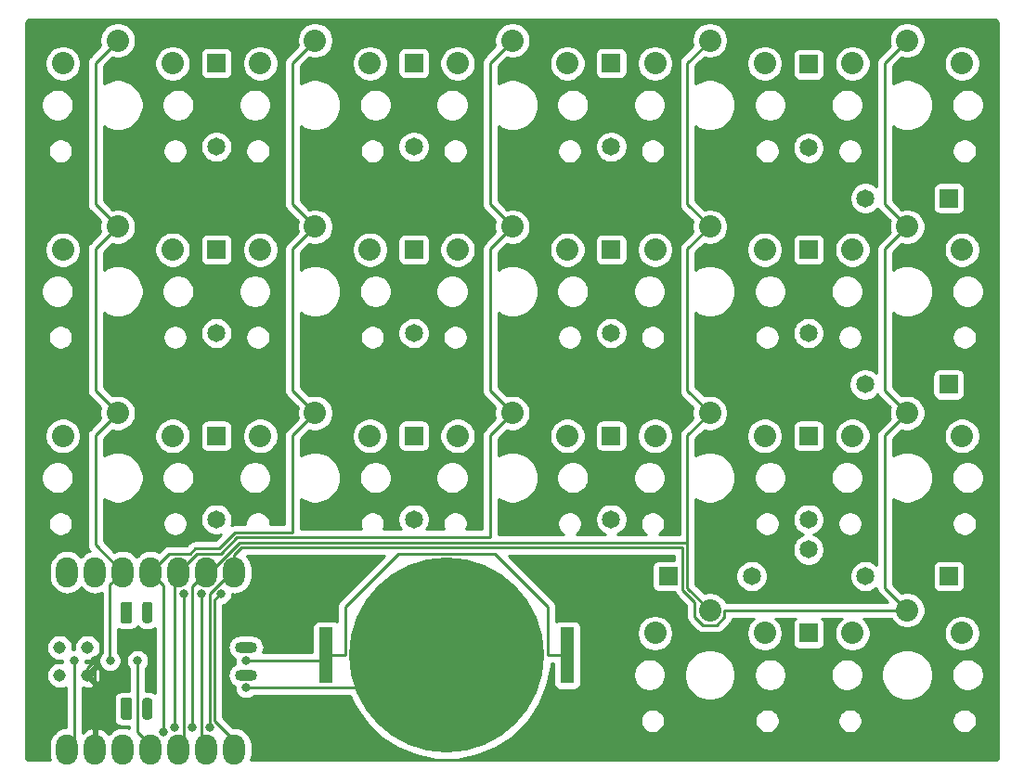
<source format=gbl>
%TF.GenerationSoftware,KiCad,Pcbnew,(5.1.12)-1*%
%TF.CreationDate,2021-12-05T03:49:59-08:00*%
%TF.ProjectId,orthodox_v3,6f727468-6f64-46f7-985f-76332e6b6963,rev?*%
%TF.SameCoordinates,Original*%
%TF.FileFunction,Copper,L2,Bot*%
%TF.FilePolarity,Positive*%
%FSLAX46Y46*%
G04 Gerber Fmt 4.6, Leading zero omitted, Abs format (unit mm)*
G04 Created by KiCad (PCBNEW (5.1.12)-1) date 2021-12-05 03:49:59*
%MOMM*%
%LPD*%
G01*
G04 APERTURE LIST*
%TA.AperFunction,ComponentPad*%
%ADD10C,2.032000*%
%TD*%
%TA.AperFunction,SMDPad,CuDef*%
%ADD11O,1.998980X2.748280*%
%TD*%
%TA.AperFunction,SMDPad,CuDef*%
%ADD12O,2.032000X1.016000*%
%TD*%
%TA.AperFunction,SMDPad,CuDef*%
%ADD13C,1.143000*%
%TD*%
%TA.AperFunction,SMDPad,CuDef*%
%ADD14R,1.270000X5.080000*%
%TD*%
%TA.AperFunction,SMDPad,CuDef*%
%ADD15C,17.800000*%
%TD*%
%TA.AperFunction,ComponentPad*%
%ADD16C,1.651000*%
%TD*%
%TA.AperFunction,ComponentPad*%
%ADD17R,1.651000X1.651000*%
%TD*%
%TA.AperFunction,ViaPad*%
%ADD18C,0.800000*%
%TD*%
%TA.AperFunction,Conductor*%
%ADD19C,0.250000*%
%TD*%
%TA.AperFunction,Conductor*%
%ADD20C,0.254000*%
%TD*%
%TA.AperFunction,Conductor*%
%ADD21C,0.100000*%
%TD*%
G04 APERTURE END LIST*
%TO.P,BAT+,2*%
%TO.N,Net-(BT1-Pad1)*%
%TA.AperFunction,ComponentPad*%
G36*
G01*
X38923050Y-81276300D02*
X38476950Y-81276300D01*
G75*
G02*
X38253900Y-81053250I0J223050D01*
G01*
X38253900Y-79546750D01*
G75*
G02*
X38476950Y-79323700I223050J0D01*
G01*
X38923050Y-79323700D01*
G75*
G02*
X39146100Y-79546750I0J-223050D01*
G01*
X39146100Y-81053250D01*
G75*
G02*
X38923050Y-81276300I-223050J0D01*
G01*
G37*
%TD.AperFunction*%
%TD*%
%TO.P,BAT-,1*%
%TO.N,Net-(BT1-Pad2)*%
%TA.AperFunction,ComponentPad*%
G36*
G01*
X37196880Y-81276300D02*
X36403120Y-81276300D01*
G75*
G02*
X36303900Y-81177080I0J99220D01*
G01*
X36303900Y-79422920D01*
G75*
G02*
X36403120Y-79323700I99220J0D01*
G01*
X37196880Y-79323700D01*
G75*
G02*
X37296100Y-79422920I0J-99220D01*
G01*
X37296100Y-81177080D01*
G75*
G02*
X37196880Y-81276300I-99220J0D01*
G01*
G37*
%TD.AperFunction*%
%TD*%
%TO.P,BAT+,2*%
%TO.N,Net-(BT1-Pad1)*%
%TA.AperFunction,ComponentPad*%
G36*
G01*
X38476950Y-88123700D02*
X38923050Y-88123700D01*
G75*
G02*
X39146100Y-88346750I0J-223050D01*
G01*
X39146100Y-89853250D01*
G75*
G02*
X38923050Y-90076300I-223050J0D01*
G01*
X38476950Y-90076300D01*
G75*
G02*
X38253900Y-89853250I0J223050D01*
G01*
X38253900Y-88346750D01*
G75*
G02*
X38476950Y-88123700I223050J0D01*
G01*
G37*
%TD.AperFunction*%
%TD*%
%TO.P,BAT-,1*%
%TO.N,Net-(BT1-Pad2)*%
%TA.AperFunction,ComponentPad*%
G36*
G01*
X36403120Y-88123700D02*
X37196880Y-88123700D01*
G75*
G02*
X37296100Y-88222920I0J-99220D01*
G01*
X37296100Y-89977080D01*
G75*
G02*
X37196880Y-90076300I-99220J0D01*
G01*
X36403120Y-90076300D01*
G75*
G02*
X36303900Y-89977080I0J99220D01*
G01*
X36303900Y-88222920D01*
G75*
G02*
X36403120Y-88123700I99220J0D01*
G01*
G37*
%TD.AperFunction*%
%TD*%
D10*
%TO.P,MX6,1*%
%TO.N,C2*%
X54000000Y-62100000D03*
%TO.P,MX6,2*%
%TO.N,Net-(D6-Pad2)*%
X59000000Y-64200000D03*
X49000000Y-64200000D03*
%TD*%
%TO.P,MX1,2*%
%TO.N,Net-(D1-Pad2)*%
X31000000Y-30200000D03*
X41000000Y-30200000D03*
%TO.P,MX1,1*%
%TO.N,C1*%
X36000000Y-28100000D03*
%TD*%
%TO.P,MX3,1*%
%TO.N,C1*%
X36000000Y-62100000D03*
%TO.P,MX3,2*%
%TO.N,Net-(D3-Pad2)*%
X41000000Y-64200000D03*
X31000000Y-64200000D03*
%TD*%
%TO.P,MX4,1*%
%TO.N,C2*%
X54000000Y-28100000D03*
%TO.P,MX4,2*%
%TO.N,Net-(D4-Pad2)*%
X59000000Y-30200000D03*
X49000000Y-30200000D03*
%TD*%
%TO.P,MX5,2*%
%TO.N,Net-(D5-Pad2)*%
X49000000Y-47200000D03*
X59000000Y-47200000D03*
%TO.P,MX5,1*%
%TO.N,C2*%
X54000000Y-45100000D03*
%TD*%
%TO.P,MX7,1*%
%TO.N,C3*%
X72000000Y-28100000D03*
%TO.P,MX7,2*%
%TO.N,Net-(D7-Pad2)*%
X77000000Y-30200000D03*
X67000000Y-30200000D03*
%TD*%
%TO.P,MX8,1*%
%TO.N,C3*%
X72000000Y-45100000D03*
%TO.P,MX8,2*%
%TO.N,Net-(D8-Pad2)*%
X77000000Y-47200000D03*
X67000000Y-47200000D03*
%TD*%
%TO.P,MX9,1*%
%TO.N,C3*%
X72000000Y-62100000D03*
%TO.P,MX9,2*%
%TO.N,Net-(D9-Pad2)*%
X77000000Y-64200000D03*
X67000000Y-64200000D03*
%TD*%
%TO.P,MX10,1*%
%TO.N,C4*%
X90000000Y-28100000D03*
%TO.P,MX10,2*%
%TO.N,Net-(D10-Pad2)*%
X95000000Y-30200000D03*
X85000000Y-30200000D03*
%TD*%
%TO.P,MX11,2*%
%TO.N,Net-(D11-Pad2)*%
X85000000Y-47200000D03*
X95000000Y-47200000D03*
%TO.P,MX11,1*%
%TO.N,C4*%
X90000000Y-45100000D03*
%TD*%
%TO.P,MX12,1*%
%TO.N,C4*%
X90000000Y-62100000D03*
%TO.P,MX12,2*%
%TO.N,Net-(D12-Pad2)*%
X95000000Y-64200000D03*
X85000000Y-64200000D03*
%TD*%
%TO.P,MX13,2*%
%TO.N,Net-(D13-Pad2)*%
X85000000Y-82200000D03*
X95000000Y-82200000D03*
%TO.P,MX13,1*%
%TO.N,C4*%
X90000000Y-80100000D03*
%TD*%
%TO.P,MX14,2*%
%TO.N,Net-(D14-Pad2)*%
X103000000Y-30200000D03*
X113000000Y-30200000D03*
%TO.P,MX14,1*%
%TO.N,C5*%
X108000000Y-28100000D03*
%TD*%
%TO.P,MX15,1*%
%TO.N,C5*%
X108000000Y-45100000D03*
%TO.P,MX15,2*%
%TO.N,Net-(D15-Pad2)*%
X113000000Y-47200000D03*
X103000000Y-47200000D03*
%TD*%
%TO.P,MX16,2*%
%TO.N,Net-(D16-Pad2)*%
X103000000Y-64200000D03*
X113000000Y-64200000D03*
%TO.P,MX16,1*%
%TO.N,C5*%
X108000000Y-62100000D03*
%TD*%
%TO.P,MX17,1*%
%TO.N,C5*%
X108000000Y-80100000D03*
%TO.P,MX17,2*%
%TO.N,Net-(D17-Pad2)*%
X113000000Y-82200000D03*
X103000000Y-82200000D03*
%TD*%
D11*
%TO.P,U2,14*%
%TO.N,+5V*%
X31382180Y-92797680D03*
%TO.P,U2,13*%
%TO.N,GND*%
X33922180Y-92797680D03*
%TO.P,U2,12*%
%TO.N,Net-(U2-Pad12)*%
X36462180Y-92797680D03*
%TO.P,U2,11*%
%TO.N,R1*%
X39002180Y-92797680D03*
%TO.P,U2,10*%
%TO.N,R2*%
X41542180Y-92797680D03*
%TO.P,U2,9*%
%TO.N,R3*%
X44082180Y-92797680D03*
%TO.P,U2,8*%
%TO.N,R4*%
X46622180Y-92797680D03*
%TO.P,U2,7*%
%TO.N,C5*%
X46622180Y-76633120D03*
%TO.P,U2,6*%
%TO.N,C4*%
X44082180Y-76633120D03*
%TO.P,U2,5*%
%TO.N,C3*%
X41542180Y-76633120D03*
%TO.P,U2,4*%
%TO.N,C2*%
X39002180Y-76633120D03*
%TO.P,U2,3*%
%TO.N,C1*%
X36462180Y-76633120D03*
%TO.P,U2,2*%
%TO.N,Net-(U2-Pad2)*%
X33922180Y-76633120D03*
%TO.P,U2,1*%
%TO.N,Net-(U2-Pad1)*%
X31382180Y-76633120D03*
D12*
%TO.P,U2,15*%
%TO.N,Net-(U2-Pad15)*%
X47700000Y-83500000D03*
%TO.P,U2,16*%
%TO.N,Net-(U2-Pad16)*%
X47700000Y-86050000D03*
D13*
%TO.P,U2,17*%
%TO.N,Net-(U2-Pad17)*%
X30695813Y-83498803D03*
%TO.P,U2,18*%
%TO.N,Net-(U2-Pad18)*%
X30695813Y-86038803D03*
%TO.P,U2,19*%
%TO.N,Net-(U2-Pad19)*%
X33235813Y-83498803D03*
%TO.P,U2,20*%
%TO.N,GND*%
X33235813Y-86038803D03*
%TD*%
D10*
%TO.P,MX2,2*%
%TO.N,Net-(D2-Pad2)*%
X31000000Y-47200000D03*
X41000000Y-47200000D03*
%TO.P,MX2,1*%
%TO.N,C1*%
X36000000Y-45100000D03*
%TD*%
D14*
%TO.P,BT2,1*%
%TO.N,Net-(BT1-Pad1)*%
X76985000Y-84200000D03*
X55015000Y-84200000D03*
D15*
%TO.P,BT2,2*%
%TO.N,Net-(BT1-Pad2)*%
X66000000Y-84200000D03*
%TD*%
D16*
%TO.P,D1,1*%
%TO.N,R1*%
X45000000Y-37810000D03*
D17*
%TO.P,D1,2*%
%TO.N,Net-(D1-Pad2)*%
X45000000Y-30190000D03*
%TD*%
D16*
%TO.P,D2,1*%
%TO.N,R2*%
X45000000Y-54810000D03*
D17*
%TO.P,D2,2*%
%TO.N,Net-(D2-Pad2)*%
X45000000Y-47190000D03*
%TD*%
D16*
%TO.P,D3,1*%
%TO.N,R3*%
X45000000Y-71810000D03*
D17*
%TO.P,D3,2*%
%TO.N,Net-(D3-Pad2)*%
X45000000Y-64190000D03*
%TD*%
D16*
%TO.P,D4,1*%
%TO.N,R1*%
X63000000Y-37810000D03*
D17*
%TO.P,D4,2*%
%TO.N,Net-(D4-Pad2)*%
X63000000Y-30190000D03*
%TD*%
D16*
%TO.P,D5,1*%
%TO.N,R2*%
X63000000Y-54810000D03*
D17*
%TO.P,D5,2*%
%TO.N,Net-(D5-Pad2)*%
X63000000Y-47190000D03*
%TD*%
%TO.P,D6,2*%
%TO.N,Net-(D6-Pad2)*%
X63000000Y-64190000D03*
D16*
%TO.P,D6,1*%
%TO.N,R3*%
X63000000Y-71810000D03*
%TD*%
D17*
%TO.P,D7,2*%
%TO.N,Net-(D7-Pad2)*%
X81000000Y-30190000D03*
D16*
%TO.P,D7,1*%
%TO.N,R1*%
X81000000Y-37810000D03*
%TD*%
%TO.P,D8,1*%
%TO.N,R2*%
X81000000Y-54810000D03*
D17*
%TO.P,D8,2*%
%TO.N,Net-(D8-Pad2)*%
X81000000Y-47190000D03*
%TD*%
D16*
%TO.P,D9,1*%
%TO.N,R3*%
X81000000Y-71810000D03*
D17*
%TO.P,D9,2*%
%TO.N,Net-(D9-Pad2)*%
X81000000Y-64190000D03*
%TD*%
D16*
%TO.P,D10,1*%
%TO.N,R1*%
X99000000Y-37910000D03*
D17*
%TO.P,D10,2*%
%TO.N,Net-(D10-Pad2)*%
X99000000Y-30290000D03*
%TD*%
%TO.P,D11,2*%
%TO.N,Net-(D11-Pad2)*%
X99000000Y-47190000D03*
D16*
%TO.P,D11,1*%
%TO.N,R2*%
X99000000Y-54810000D03*
%TD*%
D17*
%TO.P,D12,2*%
%TO.N,Net-(D12-Pad2)*%
X99000000Y-64190000D03*
D16*
%TO.P,D12,1*%
%TO.N,R3*%
X99000000Y-71810000D03*
%TD*%
D17*
%TO.P,D13,2*%
%TO.N,Net-(D13-Pad2)*%
X86190000Y-77000000D03*
D16*
%TO.P,D13,1*%
%TO.N,R4*%
X93810000Y-77000000D03*
%TD*%
D17*
%TO.P,D14,2*%
%TO.N,Net-(D14-Pad2)*%
X111810000Y-42500000D03*
D16*
%TO.P,D14,1*%
%TO.N,R1*%
X104190000Y-42500000D03*
%TD*%
%TO.P,D15,1*%
%TO.N,R2*%
X104151000Y-59500000D03*
D17*
%TO.P,D15,2*%
%TO.N,Net-(D15-Pad2)*%
X111771000Y-59500000D03*
%TD*%
%TO.P,D16,2*%
%TO.N,Net-(D16-Pad2)*%
X111810000Y-77000000D03*
D16*
%TO.P,D16,1*%
%TO.N,R3*%
X104190000Y-77000000D03*
%TD*%
%TO.P,D17,1*%
%TO.N,R4*%
X99000000Y-74580000D03*
D17*
%TO.P,D17,2*%
%TO.N,Net-(D17-Pad2)*%
X99000000Y-82200000D03*
%TD*%
D18*
%TO.N,+5V*%
X32000000Y-84700000D03*
%TO.N,R1*%
X37800000Y-84700000D03*
%TO.N,R2*%
X42000000Y-78600000D03*
%TO.N,R3*%
X43600000Y-78600000D03*
%TO.N,R4*%
X45400000Y-78600000D03*
%TO.N,C1*%
X35300000Y-84700000D03*
%TO.N,C2*%
X40200000Y-91200000D03*
%TO.N,C3*%
X41200000Y-90800000D03*
%TO.N,C4*%
X42800000Y-90800000D03*
%TO.N,C5*%
X44400000Y-90800000D03*
%TO.N,GND*%
X33900000Y-84700000D03*
%TO.N,Net-(BT1-Pad2)*%
X47700000Y-87158000D03*
%TO.N,Net-(BT1-Pad1)*%
X47700000Y-84700000D03*
%TD*%
D19*
%TO.N,+5V*%
X32000000Y-92179860D02*
X32000000Y-84700000D01*
X31382180Y-92797680D02*
X32000000Y-92179860D01*
%TO.N,R1*%
X37800000Y-91220850D02*
X37800000Y-84700000D01*
X39002180Y-92423030D02*
X37800000Y-91220850D01*
X39002180Y-92797680D02*
X39002180Y-92423030D01*
%TO.N,R2*%
X42000000Y-92339860D02*
X41542180Y-92797680D01*
X42000000Y-78600000D02*
X42000000Y-92339860D01*
%TO.N,R3*%
X43600000Y-92315500D02*
X44082180Y-92797680D01*
X43600000Y-78600000D02*
X43600000Y-92315500D01*
%TO.N,R4*%
X45400000Y-78600000D02*
X44850010Y-79149990D01*
X44850010Y-79149990D02*
X44850010Y-90177008D01*
X46622180Y-91949178D02*
X44850010Y-90177008D01*
X46622180Y-92797680D02*
X46622180Y-91949178D01*
%TO.N,C1*%
X33960499Y-43060499D02*
X36000000Y-45100000D01*
X33960499Y-30139501D02*
X33960499Y-43060499D01*
X36000000Y-28100000D02*
X33960499Y-30139501D01*
X33960499Y-60060499D02*
X36000000Y-62100000D01*
X33960499Y-47139501D02*
X33960499Y-60060499D01*
X36000000Y-45100000D02*
X33960499Y-47139501D01*
X33960499Y-74131439D02*
X36462180Y-76633120D01*
X33960499Y-64139501D02*
X33960499Y-74131439D01*
X36000000Y-62100000D02*
X33960499Y-64139501D01*
X36462180Y-76633120D02*
X35298699Y-77796601D01*
X35298699Y-84698699D02*
X35300000Y-84700000D01*
X35298699Y-77796601D02*
X35298699Y-84698699D01*
%TO.N,C2*%
X51960499Y-43060499D02*
X54000000Y-45100000D01*
X51960499Y-30139501D02*
X51960499Y-43060499D01*
X54000000Y-28100000D02*
X51960499Y-30139501D01*
X51960499Y-60060499D02*
X54000000Y-62100000D01*
X51960499Y-47139501D02*
X51960499Y-60060499D01*
X54000000Y-45100000D02*
X51960499Y-47139501D01*
X51960499Y-64139501D02*
X54000000Y-62100000D01*
X51960499Y-73020301D02*
X51960499Y-64139501D01*
X46706879Y-73020301D02*
X51960499Y-73020301D01*
X43054930Y-74483960D02*
X45243220Y-74483960D01*
X42604920Y-74933970D02*
X43054930Y-74483960D01*
X40701330Y-74933970D02*
X42604920Y-74933970D01*
X45243220Y-74483960D02*
X46706879Y-73020301D01*
X39002180Y-76633120D02*
X40701330Y-74933970D01*
X40201301Y-77832241D02*
X39002180Y-76633120D01*
X40201301Y-90698699D02*
X40201301Y-77832241D01*
X40200000Y-91200000D02*
X40201301Y-90698699D01*
%TO.N,C3*%
X69960499Y-43060499D02*
X72000000Y-45100000D01*
X69960499Y-30139501D02*
X69960499Y-43060499D01*
X72000000Y-28100000D02*
X69960499Y-30139501D01*
X69960499Y-60060499D02*
X72000000Y-62100000D01*
X69960499Y-47139501D02*
X69960499Y-60060499D01*
X72000000Y-45100000D02*
X69960499Y-47139501D01*
X43241330Y-74933970D02*
X41542180Y-76633120D01*
X45429620Y-74933970D02*
X43241330Y-74933970D01*
X46893279Y-73470311D02*
X45429620Y-74933970D01*
X69929689Y-73470311D02*
X46893279Y-73470311D01*
X69960499Y-73439501D02*
X69929689Y-73470311D01*
X69960499Y-64139501D02*
X69960499Y-73439501D01*
X72000000Y-62100000D02*
X69960499Y-64139501D01*
X41200000Y-76975300D02*
X41542180Y-76633120D01*
X41200000Y-90800000D02*
X41200000Y-76975300D01*
%TO.N,C4*%
X87960499Y-43060499D02*
X90000000Y-45100000D01*
X87960499Y-30139501D02*
X87960499Y-43060499D01*
X90000000Y-28100000D02*
X87960499Y-30139501D01*
X87960499Y-60060499D02*
X90000000Y-62100000D01*
X87960499Y-47139501D02*
X87960499Y-60060499D01*
X90000000Y-45100000D02*
X87960499Y-47139501D01*
X87960499Y-78060499D02*
X90000000Y-80100000D01*
X90000000Y-62100000D02*
X87960499Y-64139501D01*
X87879679Y-73920321D02*
X87960499Y-73839501D01*
X87960499Y-73839501D02*
X87960499Y-78060499D01*
X87960499Y-64139501D02*
X87960499Y-73839501D01*
X44366880Y-76633120D02*
X47079679Y-73920321D01*
X44082180Y-76633120D02*
X44366880Y-76633120D01*
X47079679Y-73920321D02*
X87879679Y-73920321D01*
X42800000Y-90800000D02*
X42800000Y-77915300D01*
X42800000Y-77915300D02*
X44082180Y-76633120D01*
%TO.N,C5*%
X105960499Y-43060499D02*
X108000000Y-45100000D01*
X105960499Y-30139501D02*
X105960499Y-43060499D01*
X108000000Y-28100000D02*
X105960499Y-30139501D01*
X105960499Y-60060499D02*
X108000000Y-62100000D01*
X105960499Y-47139501D02*
X105960499Y-60060499D01*
X108000000Y-45100000D02*
X105960499Y-47139501D01*
X105960499Y-78060499D02*
X108000000Y-80100000D01*
X105960499Y-64139501D02*
X105960499Y-78060499D01*
X108000000Y-62100000D02*
X105960499Y-64139501D01*
X108000000Y-80100000D02*
X106658999Y-78758999D01*
X87510489Y-74370331D02*
X87510489Y-78246899D01*
X47274029Y-74370331D02*
X87510489Y-74370331D01*
X46622180Y-75022180D02*
X47274029Y-74370331D01*
X46622180Y-76633120D02*
X46622180Y-75022180D01*
X89356319Y-81441001D02*
X88600000Y-80684682D01*
X90643681Y-81441001D02*
X89356319Y-81441001D01*
X91341001Y-80743681D02*
X90643681Y-81441001D01*
X91341001Y-80100000D02*
X91341001Y-80743681D01*
X108000000Y-80100000D02*
X91341001Y-80100000D01*
X88600000Y-79336410D02*
X88281795Y-79018205D01*
X88600000Y-80684682D02*
X88600000Y-79336410D01*
X87510489Y-78246899D02*
X88281795Y-79018205D01*
X46329955Y-76633120D02*
X46622180Y-76633120D01*
X44400000Y-78563075D02*
X46329955Y-76633120D01*
X44400000Y-90800000D02*
X44400000Y-78563075D01*
%TO.N,GND*%
X33900000Y-92775500D02*
X33922180Y-92797680D01*
X33900000Y-84700000D02*
X33900000Y-92775500D01*
X33235813Y-85364187D02*
X33900000Y-84700000D01*
X33235813Y-86038803D02*
X33235813Y-85364187D01*
%TO.N,Net-(BT1-Pad2)*%
X63042000Y-87158000D02*
X66000000Y-84200000D01*
X47700000Y-87158000D02*
X63042000Y-87158000D01*
%TO.N,Net-(BT1-Pad1)*%
X54815000Y-84700000D02*
X55015000Y-84500000D01*
X54515000Y-84700000D02*
X55015000Y-84200000D01*
X47700000Y-84700000D02*
X54515000Y-84700000D01*
X61571999Y-74974999D02*
X70428001Y-74974999D01*
X56774999Y-84200000D02*
X56774999Y-79771999D01*
X70428001Y-74974999D02*
X75225001Y-79771999D01*
X55015000Y-84200000D02*
X56774999Y-84200000D01*
X56774999Y-79771999D02*
X61571999Y-74974999D01*
X75225001Y-79771999D02*
X75225001Y-84200000D01*
X75225001Y-84200000D02*
X76985000Y-84200000D01*
%TD*%
D20*
%TO.N,GND*%
X116026424Y-26219480D02*
X116089356Y-26238480D01*
X116147405Y-26269345D01*
X116198343Y-26310889D01*
X116240248Y-26361544D01*
X116271515Y-26419371D01*
X116290956Y-26482172D01*
X116301000Y-26577735D01*
X116301001Y-92517472D01*
X116301000Y-92517482D01*
X116301000Y-93423121D01*
X116291420Y-93520824D01*
X116272420Y-93583757D01*
X116241554Y-93641806D01*
X116200011Y-93692743D01*
X116149356Y-93734648D01*
X116091529Y-93765915D01*
X116028728Y-93785356D01*
X115933165Y-93795400D01*
X48141211Y-93795400D01*
X48233020Y-93492746D01*
X48256670Y-93252622D01*
X48256670Y-92342739D01*
X48233020Y-92102614D01*
X48139558Y-91794511D01*
X47987784Y-91510563D01*
X47783531Y-91261679D01*
X47534647Y-91057426D01*
X47250699Y-90905652D01*
X46942596Y-90812190D01*
X46622180Y-90780632D01*
X46536841Y-90789037D01*
X45610010Y-89862207D01*
X45610010Y-79613504D01*
X45701898Y-79595226D01*
X45890256Y-79517205D01*
X46059774Y-79403937D01*
X46203937Y-79259774D01*
X46317205Y-79090256D01*
X46395226Y-78901898D01*
X46435000Y-78701939D01*
X46435000Y-78631733D01*
X46622180Y-78650168D01*
X46942595Y-78618610D01*
X47250698Y-78525148D01*
X47534646Y-78373374D01*
X47783531Y-78169121D01*
X47987784Y-77920237D01*
X48139558Y-77636289D01*
X48233020Y-77328186D01*
X48256670Y-77088062D01*
X48256670Y-76178179D01*
X48233020Y-75938054D01*
X48139558Y-75629951D01*
X47987784Y-75346003D01*
X47810787Y-75130331D01*
X60341864Y-75130331D01*
X56263997Y-79208200D01*
X56234999Y-79231998D01*
X56211202Y-79260995D01*
X56211200Y-79260997D01*
X56140025Y-79347723D01*
X56069453Y-79479753D01*
X56058093Y-79517205D01*
X56025997Y-79623013D01*
X56020805Y-79675724D01*
X56011323Y-79771999D01*
X56015000Y-79809331D01*
X56015000Y-81138085D01*
X56004494Y-81129463D01*
X55894180Y-81070498D01*
X55774482Y-81034188D01*
X55650000Y-81021928D01*
X54380000Y-81021928D01*
X54255518Y-81034188D01*
X54135820Y-81070498D01*
X54025506Y-81129463D01*
X53928815Y-81208815D01*
X53849463Y-81305506D01*
X53790498Y-81415820D01*
X53754188Y-81535518D01*
X53741928Y-81660000D01*
X53741928Y-83940000D01*
X49268848Y-83940000D01*
X49269103Y-83939523D01*
X49334461Y-83724067D01*
X49356530Y-83500000D01*
X49334461Y-83275933D01*
X49269103Y-83060477D01*
X49162968Y-82861911D01*
X49020133Y-82687867D01*
X48846089Y-82545032D01*
X48647523Y-82438897D01*
X48432067Y-82373539D01*
X48264146Y-82357000D01*
X47135854Y-82357000D01*
X46967933Y-82373539D01*
X46752477Y-82438897D01*
X46553911Y-82545032D01*
X46379867Y-82687867D01*
X46237032Y-82861911D01*
X46130897Y-83060477D01*
X46065539Y-83275933D01*
X46043470Y-83500000D01*
X46065539Y-83724067D01*
X46130897Y-83939523D01*
X46237032Y-84138089D01*
X46379867Y-84312133D01*
X46553911Y-84454968D01*
X46680052Y-84522391D01*
X46665000Y-84598061D01*
X46665000Y-84801939D01*
X46704774Y-85001898D01*
X46709012Y-85012129D01*
X46553911Y-85095032D01*
X46379867Y-85237867D01*
X46237032Y-85411911D01*
X46130897Y-85610477D01*
X46065539Y-85825933D01*
X46043470Y-86050000D01*
X46065539Y-86274067D01*
X46130897Y-86489523D01*
X46237032Y-86688089D01*
X46379867Y-86862133D01*
X46553911Y-87004968D01*
X46665000Y-87064346D01*
X46665000Y-87259939D01*
X46704774Y-87459898D01*
X46782795Y-87648256D01*
X46896063Y-87817774D01*
X47040226Y-87961937D01*
X47209744Y-88075205D01*
X47398102Y-88153226D01*
X47598061Y-88193000D01*
X47801939Y-88193000D01*
X48001898Y-88153226D01*
X48190256Y-88075205D01*
X48359774Y-87961937D01*
X48403711Y-87918000D01*
X57219436Y-87918000D01*
X57550192Y-88716516D01*
X58593682Y-90278208D01*
X59921792Y-91606318D01*
X61483484Y-92649808D01*
X63218743Y-93368576D01*
X65060884Y-93735000D01*
X66939116Y-93735000D01*
X68781257Y-93368576D01*
X70516516Y-92649808D01*
X72078208Y-91606318D01*
X73406318Y-90278208D01*
X73532959Y-90088675D01*
X83649700Y-90088675D01*
X83649700Y-90311325D01*
X83693137Y-90529696D01*
X83778341Y-90735398D01*
X83902039Y-90920524D01*
X84059476Y-91077961D01*
X84244602Y-91201659D01*
X84450304Y-91286863D01*
X84668675Y-91330300D01*
X84891325Y-91330300D01*
X85109696Y-91286863D01*
X85315398Y-91201659D01*
X85500524Y-91077961D01*
X85657961Y-90920524D01*
X85781659Y-90735398D01*
X85866863Y-90529696D01*
X85910300Y-90311325D01*
X85910300Y-90088675D01*
X94089700Y-90088675D01*
X94089700Y-90311325D01*
X94133137Y-90529696D01*
X94218341Y-90735398D01*
X94342039Y-90920524D01*
X94499476Y-91077961D01*
X94684602Y-91201659D01*
X94890304Y-91286863D01*
X95108675Y-91330300D01*
X95331325Y-91330300D01*
X95549696Y-91286863D01*
X95755398Y-91201659D01*
X95940524Y-91077961D01*
X96097961Y-90920524D01*
X96221659Y-90735398D01*
X96306863Y-90529696D01*
X96350300Y-90311325D01*
X96350300Y-90088675D01*
X101649700Y-90088675D01*
X101649700Y-90311325D01*
X101693137Y-90529696D01*
X101778341Y-90735398D01*
X101902039Y-90920524D01*
X102059476Y-91077961D01*
X102244602Y-91201659D01*
X102450304Y-91286863D01*
X102668675Y-91330300D01*
X102891325Y-91330300D01*
X103109696Y-91286863D01*
X103315398Y-91201659D01*
X103500524Y-91077961D01*
X103657961Y-90920524D01*
X103781659Y-90735398D01*
X103866863Y-90529696D01*
X103910300Y-90311325D01*
X103910300Y-90088675D01*
X112089700Y-90088675D01*
X112089700Y-90311325D01*
X112133137Y-90529696D01*
X112218341Y-90735398D01*
X112342039Y-90920524D01*
X112499476Y-91077961D01*
X112684602Y-91201659D01*
X112890304Y-91286863D01*
X113108675Y-91330300D01*
X113331325Y-91330300D01*
X113549696Y-91286863D01*
X113755398Y-91201659D01*
X113940524Y-91077961D01*
X114097961Y-90920524D01*
X114221659Y-90735398D01*
X114306863Y-90529696D01*
X114350300Y-90311325D01*
X114350300Y-90088675D01*
X114306863Y-89870304D01*
X114221659Y-89664602D01*
X114097961Y-89479476D01*
X113940524Y-89322039D01*
X113755398Y-89198341D01*
X113549696Y-89113137D01*
X113331325Y-89069700D01*
X113108675Y-89069700D01*
X112890304Y-89113137D01*
X112684602Y-89198341D01*
X112499476Y-89322039D01*
X112342039Y-89479476D01*
X112218341Y-89664602D01*
X112133137Y-89870304D01*
X112089700Y-90088675D01*
X103910300Y-90088675D01*
X103866863Y-89870304D01*
X103781659Y-89664602D01*
X103657961Y-89479476D01*
X103500524Y-89322039D01*
X103315398Y-89198341D01*
X103109696Y-89113137D01*
X102891325Y-89069700D01*
X102668675Y-89069700D01*
X102450304Y-89113137D01*
X102244602Y-89198341D01*
X102059476Y-89322039D01*
X101902039Y-89479476D01*
X101778341Y-89664602D01*
X101693137Y-89870304D01*
X101649700Y-90088675D01*
X96350300Y-90088675D01*
X96306863Y-89870304D01*
X96221659Y-89664602D01*
X96097961Y-89479476D01*
X95940524Y-89322039D01*
X95755398Y-89198341D01*
X95549696Y-89113137D01*
X95331325Y-89069700D01*
X95108675Y-89069700D01*
X94890304Y-89113137D01*
X94684602Y-89198341D01*
X94499476Y-89322039D01*
X94342039Y-89479476D01*
X94218341Y-89664602D01*
X94133137Y-89870304D01*
X94089700Y-90088675D01*
X85910300Y-90088675D01*
X85866863Y-89870304D01*
X85781659Y-89664602D01*
X85657961Y-89479476D01*
X85500524Y-89322039D01*
X85315398Y-89198341D01*
X85109696Y-89113137D01*
X84891325Y-89069700D01*
X84668675Y-89069700D01*
X84450304Y-89113137D01*
X84244602Y-89198341D01*
X84059476Y-89322039D01*
X83902039Y-89479476D01*
X83778341Y-89664602D01*
X83693137Y-89870304D01*
X83649700Y-90088675D01*
X73532959Y-90088675D01*
X74449808Y-88716516D01*
X75168576Y-86981257D01*
X75535000Y-85139116D01*
X75535000Y-84960000D01*
X75711928Y-84960000D01*
X75711928Y-86740000D01*
X75724188Y-86864482D01*
X75760498Y-86984180D01*
X75819463Y-87094494D01*
X75898815Y-87191185D01*
X75995506Y-87270537D01*
X76105820Y-87329502D01*
X76225518Y-87365812D01*
X76350000Y-87378072D01*
X77620000Y-87378072D01*
X77744482Y-87365812D01*
X77864180Y-87329502D01*
X77974494Y-87270537D01*
X78071185Y-87191185D01*
X78150537Y-87094494D01*
X78209502Y-86984180D01*
X78245812Y-86864482D01*
X78258072Y-86740000D01*
X78258072Y-85853652D01*
X83014100Y-85853652D01*
X83014100Y-86146348D01*
X83071202Y-86433421D01*
X83183212Y-86703838D01*
X83345826Y-86947206D01*
X83552794Y-87154174D01*
X83796162Y-87316788D01*
X84066579Y-87428798D01*
X84353652Y-87485900D01*
X84646348Y-87485900D01*
X84933421Y-87428798D01*
X85203838Y-87316788D01*
X85447206Y-87154174D01*
X85654174Y-86947206D01*
X85816788Y-86703838D01*
X85928798Y-86433421D01*
X85985900Y-86146348D01*
X85985900Y-85853652D01*
X85968982Y-85768594D01*
X87650500Y-85768594D01*
X87650500Y-86231406D01*
X87740790Y-86685324D01*
X87917900Y-87112905D01*
X88175024Y-87497719D01*
X88502281Y-87824976D01*
X88887095Y-88082100D01*
X89314676Y-88259210D01*
X89768594Y-88349500D01*
X90231406Y-88349500D01*
X90685324Y-88259210D01*
X91112905Y-88082100D01*
X91497719Y-87824976D01*
X91824976Y-87497719D01*
X92082100Y-87112905D01*
X92259210Y-86685324D01*
X92349500Y-86231406D01*
X92349500Y-85853652D01*
X94014100Y-85853652D01*
X94014100Y-86146348D01*
X94071202Y-86433421D01*
X94183212Y-86703838D01*
X94345826Y-86947206D01*
X94552794Y-87154174D01*
X94796162Y-87316788D01*
X95066579Y-87428798D01*
X95353652Y-87485900D01*
X95646348Y-87485900D01*
X95933421Y-87428798D01*
X96203838Y-87316788D01*
X96447206Y-87154174D01*
X96654174Y-86947206D01*
X96816788Y-86703838D01*
X96928798Y-86433421D01*
X96985900Y-86146348D01*
X96985900Y-85853652D01*
X101014100Y-85853652D01*
X101014100Y-86146348D01*
X101071202Y-86433421D01*
X101183212Y-86703838D01*
X101345826Y-86947206D01*
X101552794Y-87154174D01*
X101796162Y-87316788D01*
X102066579Y-87428798D01*
X102353652Y-87485900D01*
X102646348Y-87485900D01*
X102933421Y-87428798D01*
X103203838Y-87316788D01*
X103447206Y-87154174D01*
X103654174Y-86947206D01*
X103816788Y-86703838D01*
X103928798Y-86433421D01*
X103985900Y-86146348D01*
X103985900Y-85853652D01*
X103968982Y-85768594D01*
X105650500Y-85768594D01*
X105650500Y-86231406D01*
X105740790Y-86685324D01*
X105917900Y-87112905D01*
X106175024Y-87497719D01*
X106502281Y-87824976D01*
X106887095Y-88082100D01*
X107314676Y-88259210D01*
X107768594Y-88349500D01*
X108231406Y-88349500D01*
X108685324Y-88259210D01*
X109112905Y-88082100D01*
X109497719Y-87824976D01*
X109824976Y-87497719D01*
X110082100Y-87112905D01*
X110259210Y-86685324D01*
X110349500Y-86231406D01*
X110349500Y-85853652D01*
X112014100Y-85853652D01*
X112014100Y-86146348D01*
X112071202Y-86433421D01*
X112183212Y-86703838D01*
X112345826Y-86947206D01*
X112552794Y-87154174D01*
X112796162Y-87316788D01*
X113066579Y-87428798D01*
X113353652Y-87485900D01*
X113646348Y-87485900D01*
X113933421Y-87428798D01*
X114203838Y-87316788D01*
X114447206Y-87154174D01*
X114654174Y-86947206D01*
X114816788Y-86703838D01*
X114928798Y-86433421D01*
X114985900Y-86146348D01*
X114985900Y-85853652D01*
X114928798Y-85566579D01*
X114816788Y-85296162D01*
X114654174Y-85052794D01*
X114447206Y-84845826D01*
X114203838Y-84683212D01*
X113933421Y-84571202D01*
X113646348Y-84514100D01*
X113353652Y-84514100D01*
X113066579Y-84571202D01*
X112796162Y-84683212D01*
X112552794Y-84845826D01*
X112345826Y-85052794D01*
X112183212Y-85296162D01*
X112071202Y-85566579D01*
X112014100Y-85853652D01*
X110349500Y-85853652D01*
X110349500Y-85768594D01*
X110259210Y-85314676D01*
X110082100Y-84887095D01*
X109824976Y-84502281D01*
X109497719Y-84175024D01*
X109112905Y-83917900D01*
X108685324Y-83740790D01*
X108231406Y-83650500D01*
X107768594Y-83650500D01*
X107314676Y-83740790D01*
X106887095Y-83917900D01*
X106502281Y-84175024D01*
X106175024Y-84502281D01*
X105917900Y-84887095D01*
X105740790Y-85314676D01*
X105650500Y-85768594D01*
X103968982Y-85768594D01*
X103928798Y-85566579D01*
X103816788Y-85296162D01*
X103654174Y-85052794D01*
X103447206Y-84845826D01*
X103203838Y-84683212D01*
X102933421Y-84571202D01*
X102646348Y-84514100D01*
X102353652Y-84514100D01*
X102066579Y-84571202D01*
X101796162Y-84683212D01*
X101552794Y-84845826D01*
X101345826Y-85052794D01*
X101183212Y-85296162D01*
X101071202Y-85566579D01*
X101014100Y-85853652D01*
X96985900Y-85853652D01*
X96928798Y-85566579D01*
X96816788Y-85296162D01*
X96654174Y-85052794D01*
X96447206Y-84845826D01*
X96203838Y-84683212D01*
X95933421Y-84571202D01*
X95646348Y-84514100D01*
X95353652Y-84514100D01*
X95066579Y-84571202D01*
X94796162Y-84683212D01*
X94552794Y-84845826D01*
X94345826Y-85052794D01*
X94183212Y-85296162D01*
X94071202Y-85566579D01*
X94014100Y-85853652D01*
X92349500Y-85853652D01*
X92349500Y-85768594D01*
X92259210Y-85314676D01*
X92082100Y-84887095D01*
X91824976Y-84502281D01*
X91497719Y-84175024D01*
X91112905Y-83917900D01*
X90685324Y-83740790D01*
X90231406Y-83650500D01*
X89768594Y-83650500D01*
X89314676Y-83740790D01*
X88887095Y-83917900D01*
X88502281Y-84175024D01*
X88175024Y-84502281D01*
X87917900Y-84887095D01*
X87740790Y-85314676D01*
X87650500Y-85768594D01*
X85968982Y-85768594D01*
X85928798Y-85566579D01*
X85816788Y-85296162D01*
X85654174Y-85052794D01*
X85447206Y-84845826D01*
X85203838Y-84683212D01*
X84933421Y-84571202D01*
X84646348Y-84514100D01*
X84353652Y-84514100D01*
X84066579Y-84571202D01*
X83796162Y-84683212D01*
X83552794Y-84845826D01*
X83345826Y-85052794D01*
X83183212Y-85296162D01*
X83071202Y-85566579D01*
X83014100Y-85853652D01*
X78258072Y-85853652D01*
X78258072Y-82037391D01*
X83349000Y-82037391D01*
X83349000Y-82362609D01*
X83412447Y-82681579D01*
X83536903Y-82982042D01*
X83717585Y-83252451D01*
X83947549Y-83482415D01*
X84217958Y-83663097D01*
X84518421Y-83787553D01*
X84837391Y-83851000D01*
X85162609Y-83851000D01*
X85481579Y-83787553D01*
X85782042Y-83663097D01*
X86052451Y-83482415D01*
X86282415Y-83252451D01*
X86463097Y-82982042D01*
X86587553Y-82681579D01*
X86651000Y-82362609D01*
X86651000Y-82037391D01*
X86587553Y-81718421D01*
X86463097Y-81417958D01*
X86282415Y-81147549D01*
X86052451Y-80917585D01*
X85782042Y-80736903D01*
X85481579Y-80612447D01*
X85162609Y-80549000D01*
X84837391Y-80549000D01*
X84518421Y-80612447D01*
X84217958Y-80736903D01*
X83947549Y-80917585D01*
X83717585Y-81147549D01*
X83536903Y-81417958D01*
X83412447Y-81718421D01*
X83349000Y-82037391D01*
X78258072Y-82037391D01*
X78258072Y-81660000D01*
X78245812Y-81535518D01*
X78209502Y-81415820D01*
X78150537Y-81305506D01*
X78071185Y-81208815D01*
X77974494Y-81129463D01*
X77864180Y-81070498D01*
X77744482Y-81034188D01*
X77620000Y-81021928D01*
X76350000Y-81021928D01*
X76225518Y-81034188D01*
X76105820Y-81070498D01*
X75995506Y-81129463D01*
X75985001Y-81138084D01*
X75985001Y-79809321D01*
X75988677Y-79771998D01*
X75985001Y-79734675D01*
X75985001Y-79734666D01*
X75974004Y-79623013D01*
X75930547Y-79479752D01*
X75859975Y-79347723D01*
X75829387Y-79310451D01*
X75788800Y-79260995D01*
X75788796Y-79260991D01*
X75765002Y-79231998D01*
X75736010Y-79208205D01*
X71658134Y-75130331D01*
X86750489Y-75130331D01*
X86750489Y-75536428D01*
X85364500Y-75536428D01*
X85240018Y-75548688D01*
X85120320Y-75584998D01*
X85010006Y-75643963D01*
X84913315Y-75723315D01*
X84833963Y-75820006D01*
X84774998Y-75930320D01*
X84738688Y-76050018D01*
X84726428Y-76174500D01*
X84726428Y-77825500D01*
X84738688Y-77949982D01*
X84774998Y-78069680D01*
X84833963Y-78179994D01*
X84913315Y-78276685D01*
X85010006Y-78356037D01*
X85120320Y-78415002D01*
X85240018Y-78451312D01*
X85364500Y-78463572D01*
X86782019Y-78463572D01*
X86804943Y-78539145D01*
X86875515Y-78671175D01*
X86941172Y-78751177D01*
X86970489Y-78786900D01*
X86999486Y-78810698D01*
X87770791Y-79582004D01*
X87770802Y-79582013D01*
X87840001Y-79651212D01*
X87840000Y-80647359D01*
X87836324Y-80684682D01*
X87840000Y-80722004D01*
X87840000Y-80722014D01*
X87850997Y-80833667D01*
X87894454Y-80976928D01*
X87965026Y-81108958D01*
X87982558Y-81130320D01*
X88059999Y-81224683D01*
X88089002Y-81248485D01*
X88792520Y-81952003D01*
X88816318Y-81981002D01*
X88845316Y-82004800D01*
X88932043Y-82075975D01*
X89064072Y-82146547D01*
X89207333Y-82190004D01*
X89356319Y-82204678D01*
X89393652Y-82201001D01*
X90606359Y-82201001D01*
X90643681Y-82204677D01*
X90681003Y-82201001D01*
X90681014Y-82201001D01*
X90792667Y-82190004D01*
X90935928Y-82146547D01*
X91067957Y-82075975D01*
X91183682Y-81981002D01*
X91207484Y-81951999D01*
X91852009Y-81307476D01*
X91881002Y-81283682D01*
X91904796Y-81254689D01*
X91904800Y-81254685D01*
X91975974Y-81167958D01*
X91984263Y-81152451D01*
X92046547Y-81035928D01*
X92090004Y-80892667D01*
X92093221Y-80860000D01*
X94033731Y-80860000D01*
X93947549Y-80917585D01*
X93717585Y-81147549D01*
X93536903Y-81417958D01*
X93412447Y-81718421D01*
X93349000Y-82037391D01*
X93349000Y-82362609D01*
X93412447Y-82681579D01*
X93536903Y-82982042D01*
X93717585Y-83252451D01*
X93947549Y-83482415D01*
X94217958Y-83663097D01*
X94518421Y-83787553D01*
X94837391Y-83851000D01*
X95162609Y-83851000D01*
X95481579Y-83787553D01*
X95782042Y-83663097D01*
X96052451Y-83482415D01*
X96282415Y-83252451D01*
X96463097Y-82982042D01*
X96587553Y-82681579D01*
X96651000Y-82362609D01*
X96651000Y-82037391D01*
X96587553Y-81718421D01*
X96463097Y-81417958D01*
X96282415Y-81147549D01*
X96052451Y-80917585D01*
X95966269Y-80860000D01*
X97800465Y-80860000D01*
X97723315Y-80923315D01*
X97643963Y-81020006D01*
X97584998Y-81130320D01*
X97548688Y-81250018D01*
X97536428Y-81374500D01*
X97536428Y-83025500D01*
X97548688Y-83149982D01*
X97584998Y-83269680D01*
X97643963Y-83379994D01*
X97723315Y-83476685D01*
X97820006Y-83556037D01*
X97930320Y-83615002D01*
X98050018Y-83651312D01*
X98174500Y-83663572D01*
X99825500Y-83663572D01*
X99949982Y-83651312D01*
X100069680Y-83615002D01*
X100179994Y-83556037D01*
X100276685Y-83476685D01*
X100356037Y-83379994D01*
X100415002Y-83269680D01*
X100451312Y-83149982D01*
X100463572Y-83025500D01*
X100463572Y-81374500D01*
X100451312Y-81250018D01*
X100415002Y-81130320D01*
X100356037Y-81020006D01*
X100276685Y-80923315D01*
X100199535Y-80860000D01*
X102033731Y-80860000D01*
X101947549Y-80917585D01*
X101717585Y-81147549D01*
X101536903Y-81417958D01*
X101412447Y-81718421D01*
X101349000Y-82037391D01*
X101349000Y-82362609D01*
X101412447Y-82681579D01*
X101536903Y-82982042D01*
X101717585Y-83252451D01*
X101947549Y-83482415D01*
X102217958Y-83663097D01*
X102518421Y-83787553D01*
X102837391Y-83851000D01*
X103162609Y-83851000D01*
X103481579Y-83787553D01*
X103782042Y-83663097D01*
X104052451Y-83482415D01*
X104282415Y-83252451D01*
X104463097Y-82982042D01*
X104587553Y-82681579D01*
X104651000Y-82362609D01*
X104651000Y-82037391D01*
X111349000Y-82037391D01*
X111349000Y-82362609D01*
X111412447Y-82681579D01*
X111536903Y-82982042D01*
X111717585Y-83252451D01*
X111947549Y-83482415D01*
X112217958Y-83663097D01*
X112518421Y-83787553D01*
X112837391Y-83851000D01*
X113162609Y-83851000D01*
X113481579Y-83787553D01*
X113782042Y-83663097D01*
X114052451Y-83482415D01*
X114282415Y-83252451D01*
X114463097Y-82982042D01*
X114587553Y-82681579D01*
X114651000Y-82362609D01*
X114651000Y-82037391D01*
X114587553Y-81718421D01*
X114463097Y-81417958D01*
X114282415Y-81147549D01*
X114052451Y-80917585D01*
X113782042Y-80736903D01*
X113481579Y-80612447D01*
X113162609Y-80549000D01*
X112837391Y-80549000D01*
X112518421Y-80612447D01*
X112217958Y-80736903D01*
X111947549Y-80917585D01*
X111717585Y-81147549D01*
X111536903Y-81417958D01*
X111412447Y-81718421D01*
X111349000Y-82037391D01*
X104651000Y-82037391D01*
X104587553Y-81718421D01*
X104463097Y-81417958D01*
X104282415Y-81147549D01*
X104052451Y-80917585D01*
X103966269Y-80860000D01*
X106527773Y-80860000D01*
X106536903Y-80882042D01*
X106717585Y-81152451D01*
X106947549Y-81382415D01*
X107217958Y-81563097D01*
X107518421Y-81687553D01*
X107837391Y-81751000D01*
X108162609Y-81751000D01*
X108481579Y-81687553D01*
X108782042Y-81563097D01*
X109052451Y-81382415D01*
X109282415Y-81152451D01*
X109463097Y-80882042D01*
X109587553Y-80581579D01*
X109651000Y-80262609D01*
X109651000Y-79937391D01*
X109587553Y-79618421D01*
X109463097Y-79317958D01*
X109282415Y-79047549D01*
X109052451Y-78817585D01*
X108782042Y-78636903D01*
X108481579Y-78512447D01*
X108162609Y-78449000D01*
X107837391Y-78449000D01*
X107518421Y-78512447D01*
X107496379Y-78521577D01*
X106720499Y-77745698D01*
X106720499Y-76174500D01*
X110346428Y-76174500D01*
X110346428Y-77825500D01*
X110358688Y-77949982D01*
X110394998Y-78069680D01*
X110453963Y-78179994D01*
X110533315Y-78276685D01*
X110630006Y-78356037D01*
X110740320Y-78415002D01*
X110860018Y-78451312D01*
X110984500Y-78463572D01*
X112635500Y-78463572D01*
X112759982Y-78451312D01*
X112879680Y-78415002D01*
X112989994Y-78356037D01*
X113086685Y-78276685D01*
X113166037Y-78179994D01*
X113225002Y-78069680D01*
X113261312Y-77949982D01*
X113273572Y-77825500D01*
X113273572Y-76174500D01*
X113261312Y-76050018D01*
X113225002Y-75930320D01*
X113166037Y-75820006D01*
X113086685Y-75723315D01*
X112989994Y-75643963D01*
X112879680Y-75584998D01*
X112759982Y-75548688D01*
X112635500Y-75536428D01*
X110984500Y-75536428D01*
X110860018Y-75548688D01*
X110740320Y-75584998D01*
X110630006Y-75643963D01*
X110533315Y-75723315D01*
X110453963Y-75820006D01*
X110394998Y-75930320D01*
X110358688Y-76050018D01*
X110346428Y-76174500D01*
X106720499Y-76174500D01*
X106720499Y-72088675D01*
X112089700Y-72088675D01*
X112089700Y-72311325D01*
X112133137Y-72529696D01*
X112218341Y-72735398D01*
X112342039Y-72920524D01*
X112499476Y-73077961D01*
X112684602Y-73201659D01*
X112890304Y-73286863D01*
X113108675Y-73330300D01*
X113331325Y-73330300D01*
X113549696Y-73286863D01*
X113755398Y-73201659D01*
X113940524Y-73077961D01*
X114097961Y-72920524D01*
X114221659Y-72735398D01*
X114306863Y-72529696D01*
X114350300Y-72311325D01*
X114350300Y-72088675D01*
X114306863Y-71870304D01*
X114221659Y-71664602D01*
X114097961Y-71479476D01*
X113940524Y-71322039D01*
X113755398Y-71198341D01*
X113549696Y-71113137D01*
X113331325Y-71069700D01*
X113108675Y-71069700D01*
X112890304Y-71113137D01*
X112684602Y-71198341D01*
X112499476Y-71322039D01*
X112342039Y-71479476D01*
X112218341Y-71664602D01*
X112133137Y-71870304D01*
X112089700Y-72088675D01*
X106720499Y-72088675D01*
X106720499Y-69970784D01*
X106887095Y-70082100D01*
X107314676Y-70259210D01*
X107768594Y-70349500D01*
X108231406Y-70349500D01*
X108685324Y-70259210D01*
X109112905Y-70082100D01*
X109497719Y-69824976D01*
X109824976Y-69497719D01*
X110082100Y-69112905D01*
X110259210Y-68685324D01*
X110349500Y-68231406D01*
X110349500Y-67853652D01*
X112014100Y-67853652D01*
X112014100Y-68146348D01*
X112071202Y-68433421D01*
X112183212Y-68703838D01*
X112345826Y-68947206D01*
X112552794Y-69154174D01*
X112796162Y-69316788D01*
X113066579Y-69428798D01*
X113353652Y-69485900D01*
X113646348Y-69485900D01*
X113933421Y-69428798D01*
X114203838Y-69316788D01*
X114447206Y-69154174D01*
X114654174Y-68947206D01*
X114816788Y-68703838D01*
X114928798Y-68433421D01*
X114985900Y-68146348D01*
X114985900Y-67853652D01*
X114928798Y-67566579D01*
X114816788Y-67296162D01*
X114654174Y-67052794D01*
X114447206Y-66845826D01*
X114203838Y-66683212D01*
X113933421Y-66571202D01*
X113646348Y-66514100D01*
X113353652Y-66514100D01*
X113066579Y-66571202D01*
X112796162Y-66683212D01*
X112552794Y-66845826D01*
X112345826Y-67052794D01*
X112183212Y-67296162D01*
X112071202Y-67566579D01*
X112014100Y-67853652D01*
X110349500Y-67853652D01*
X110349500Y-67768594D01*
X110259210Y-67314676D01*
X110082100Y-66887095D01*
X109824976Y-66502281D01*
X109497719Y-66175024D01*
X109112905Y-65917900D01*
X108685324Y-65740790D01*
X108231406Y-65650500D01*
X107768594Y-65650500D01*
X107314676Y-65740790D01*
X106887095Y-65917900D01*
X106720499Y-66029216D01*
X106720499Y-64454302D01*
X107137410Y-64037391D01*
X111349000Y-64037391D01*
X111349000Y-64362609D01*
X111412447Y-64681579D01*
X111536903Y-64982042D01*
X111717585Y-65252451D01*
X111947549Y-65482415D01*
X112217958Y-65663097D01*
X112518421Y-65787553D01*
X112837391Y-65851000D01*
X113162609Y-65851000D01*
X113481579Y-65787553D01*
X113782042Y-65663097D01*
X114052451Y-65482415D01*
X114282415Y-65252451D01*
X114463097Y-64982042D01*
X114587553Y-64681579D01*
X114651000Y-64362609D01*
X114651000Y-64037391D01*
X114587553Y-63718421D01*
X114463097Y-63417958D01*
X114282415Y-63147549D01*
X114052451Y-62917585D01*
X113782042Y-62736903D01*
X113481579Y-62612447D01*
X113162609Y-62549000D01*
X112837391Y-62549000D01*
X112518421Y-62612447D01*
X112217958Y-62736903D01*
X111947549Y-62917585D01*
X111717585Y-63147549D01*
X111536903Y-63417958D01*
X111412447Y-63718421D01*
X111349000Y-64037391D01*
X107137410Y-64037391D01*
X107496379Y-63678423D01*
X107518421Y-63687553D01*
X107837391Y-63751000D01*
X108162609Y-63751000D01*
X108481579Y-63687553D01*
X108782042Y-63563097D01*
X109052451Y-63382415D01*
X109282415Y-63152451D01*
X109463097Y-62882042D01*
X109587553Y-62581579D01*
X109651000Y-62262609D01*
X109651000Y-61937391D01*
X109587553Y-61618421D01*
X109463097Y-61317958D01*
X109282415Y-61047549D01*
X109052451Y-60817585D01*
X108782042Y-60636903D01*
X108481579Y-60512447D01*
X108162609Y-60449000D01*
X107837391Y-60449000D01*
X107518421Y-60512447D01*
X107496379Y-60521577D01*
X106720499Y-59745698D01*
X106720499Y-58674500D01*
X110307428Y-58674500D01*
X110307428Y-60325500D01*
X110319688Y-60449982D01*
X110355998Y-60569680D01*
X110414963Y-60679994D01*
X110494315Y-60776685D01*
X110591006Y-60856037D01*
X110701320Y-60915002D01*
X110821018Y-60951312D01*
X110945500Y-60963572D01*
X112596500Y-60963572D01*
X112720982Y-60951312D01*
X112840680Y-60915002D01*
X112950994Y-60856037D01*
X113047685Y-60776685D01*
X113127037Y-60679994D01*
X113186002Y-60569680D01*
X113222312Y-60449982D01*
X113234572Y-60325500D01*
X113234572Y-58674500D01*
X113222312Y-58550018D01*
X113186002Y-58430320D01*
X113127037Y-58320006D01*
X113047685Y-58223315D01*
X112950994Y-58143963D01*
X112840680Y-58084998D01*
X112720982Y-58048688D01*
X112596500Y-58036428D01*
X110945500Y-58036428D01*
X110821018Y-58048688D01*
X110701320Y-58084998D01*
X110591006Y-58143963D01*
X110494315Y-58223315D01*
X110414963Y-58320006D01*
X110355998Y-58430320D01*
X110319688Y-58550018D01*
X110307428Y-58674500D01*
X106720499Y-58674500D01*
X106720499Y-55088675D01*
X112089700Y-55088675D01*
X112089700Y-55311325D01*
X112133137Y-55529696D01*
X112218341Y-55735398D01*
X112342039Y-55920524D01*
X112499476Y-56077961D01*
X112684602Y-56201659D01*
X112890304Y-56286863D01*
X113108675Y-56330300D01*
X113331325Y-56330300D01*
X113549696Y-56286863D01*
X113755398Y-56201659D01*
X113940524Y-56077961D01*
X114097961Y-55920524D01*
X114221659Y-55735398D01*
X114306863Y-55529696D01*
X114350300Y-55311325D01*
X114350300Y-55088675D01*
X114306863Y-54870304D01*
X114221659Y-54664602D01*
X114097961Y-54479476D01*
X113940524Y-54322039D01*
X113755398Y-54198341D01*
X113549696Y-54113137D01*
X113331325Y-54069700D01*
X113108675Y-54069700D01*
X112890304Y-54113137D01*
X112684602Y-54198341D01*
X112499476Y-54322039D01*
X112342039Y-54479476D01*
X112218341Y-54664602D01*
X112133137Y-54870304D01*
X112089700Y-55088675D01*
X106720499Y-55088675D01*
X106720499Y-52970784D01*
X106887095Y-53082100D01*
X107314676Y-53259210D01*
X107768594Y-53349500D01*
X108231406Y-53349500D01*
X108685324Y-53259210D01*
X109112905Y-53082100D01*
X109497719Y-52824976D01*
X109824976Y-52497719D01*
X110082100Y-52112905D01*
X110259210Y-51685324D01*
X110349500Y-51231406D01*
X110349500Y-50853652D01*
X112014100Y-50853652D01*
X112014100Y-51146348D01*
X112071202Y-51433421D01*
X112183212Y-51703838D01*
X112345826Y-51947206D01*
X112552794Y-52154174D01*
X112796162Y-52316788D01*
X113066579Y-52428798D01*
X113353652Y-52485900D01*
X113646348Y-52485900D01*
X113933421Y-52428798D01*
X114203838Y-52316788D01*
X114447206Y-52154174D01*
X114654174Y-51947206D01*
X114816788Y-51703838D01*
X114928798Y-51433421D01*
X114985900Y-51146348D01*
X114985900Y-50853652D01*
X114928798Y-50566579D01*
X114816788Y-50296162D01*
X114654174Y-50052794D01*
X114447206Y-49845826D01*
X114203838Y-49683212D01*
X113933421Y-49571202D01*
X113646348Y-49514100D01*
X113353652Y-49514100D01*
X113066579Y-49571202D01*
X112796162Y-49683212D01*
X112552794Y-49845826D01*
X112345826Y-50052794D01*
X112183212Y-50296162D01*
X112071202Y-50566579D01*
X112014100Y-50853652D01*
X110349500Y-50853652D01*
X110349500Y-50768594D01*
X110259210Y-50314676D01*
X110082100Y-49887095D01*
X109824976Y-49502281D01*
X109497719Y-49175024D01*
X109112905Y-48917900D01*
X108685324Y-48740790D01*
X108231406Y-48650500D01*
X107768594Y-48650500D01*
X107314676Y-48740790D01*
X106887095Y-48917900D01*
X106720499Y-49029216D01*
X106720499Y-47454302D01*
X107137410Y-47037391D01*
X111349000Y-47037391D01*
X111349000Y-47362609D01*
X111412447Y-47681579D01*
X111536903Y-47982042D01*
X111717585Y-48252451D01*
X111947549Y-48482415D01*
X112217958Y-48663097D01*
X112518421Y-48787553D01*
X112837391Y-48851000D01*
X113162609Y-48851000D01*
X113481579Y-48787553D01*
X113782042Y-48663097D01*
X114052451Y-48482415D01*
X114282415Y-48252451D01*
X114463097Y-47982042D01*
X114587553Y-47681579D01*
X114651000Y-47362609D01*
X114651000Y-47037391D01*
X114587553Y-46718421D01*
X114463097Y-46417958D01*
X114282415Y-46147549D01*
X114052451Y-45917585D01*
X113782042Y-45736903D01*
X113481579Y-45612447D01*
X113162609Y-45549000D01*
X112837391Y-45549000D01*
X112518421Y-45612447D01*
X112217958Y-45736903D01*
X111947549Y-45917585D01*
X111717585Y-46147549D01*
X111536903Y-46417958D01*
X111412447Y-46718421D01*
X111349000Y-47037391D01*
X107137410Y-47037391D01*
X107496379Y-46678423D01*
X107518421Y-46687553D01*
X107837391Y-46751000D01*
X108162609Y-46751000D01*
X108481579Y-46687553D01*
X108782042Y-46563097D01*
X109052451Y-46382415D01*
X109282415Y-46152451D01*
X109463097Y-45882042D01*
X109587553Y-45581579D01*
X109651000Y-45262609D01*
X109651000Y-44937391D01*
X109587553Y-44618421D01*
X109463097Y-44317958D01*
X109282415Y-44047549D01*
X109052451Y-43817585D01*
X108782042Y-43636903D01*
X108481579Y-43512447D01*
X108162609Y-43449000D01*
X107837391Y-43449000D01*
X107518421Y-43512447D01*
X107496379Y-43521577D01*
X106720499Y-42745698D01*
X106720499Y-41674500D01*
X110346428Y-41674500D01*
X110346428Y-43325500D01*
X110358688Y-43449982D01*
X110394998Y-43569680D01*
X110453963Y-43679994D01*
X110533315Y-43776685D01*
X110630006Y-43856037D01*
X110740320Y-43915002D01*
X110860018Y-43951312D01*
X110984500Y-43963572D01*
X112635500Y-43963572D01*
X112759982Y-43951312D01*
X112879680Y-43915002D01*
X112989994Y-43856037D01*
X113086685Y-43776685D01*
X113166037Y-43679994D01*
X113225002Y-43569680D01*
X113261312Y-43449982D01*
X113273572Y-43325500D01*
X113273572Y-41674500D01*
X113261312Y-41550018D01*
X113225002Y-41430320D01*
X113166037Y-41320006D01*
X113086685Y-41223315D01*
X112989994Y-41143963D01*
X112879680Y-41084998D01*
X112759982Y-41048688D01*
X112635500Y-41036428D01*
X110984500Y-41036428D01*
X110860018Y-41048688D01*
X110740320Y-41084998D01*
X110630006Y-41143963D01*
X110533315Y-41223315D01*
X110453963Y-41320006D01*
X110394998Y-41430320D01*
X110358688Y-41550018D01*
X110346428Y-41674500D01*
X106720499Y-41674500D01*
X106720499Y-38088675D01*
X112089700Y-38088675D01*
X112089700Y-38311325D01*
X112133137Y-38529696D01*
X112218341Y-38735398D01*
X112342039Y-38920524D01*
X112499476Y-39077961D01*
X112684602Y-39201659D01*
X112890304Y-39286863D01*
X113108675Y-39330300D01*
X113331325Y-39330300D01*
X113549696Y-39286863D01*
X113755398Y-39201659D01*
X113940524Y-39077961D01*
X114097961Y-38920524D01*
X114221659Y-38735398D01*
X114306863Y-38529696D01*
X114350300Y-38311325D01*
X114350300Y-38088675D01*
X114306863Y-37870304D01*
X114221659Y-37664602D01*
X114097961Y-37479476D01*
X113940524Y-37322039D01*
X113755398Y-37198341D01*
X113549696Y-37113137D01*
X113331325Y-37069700D01*
X113108675Y-37069700D01*
X112890304Y-37113137D01*
X112684602Y-37198341D01*
X112499476Y-37322039D01*
X112342039Y-37479476D01*
X112218341Y-37664602D01*
X112133137Y-37870304D01*
X112089700Y-38088675D01*
X106720499Y-38088675D01*
X106720499Y-35970784D01*
X106887095Y-36082100D01*
X107314676Y-36259210D01*
X107768594Y-36349500D01*
X108231406Y-36349500D01*
X108685324Y-36259210D01*
X109112905Y-36082100D01*
X109497719Y-35824976D01*
X109824976Y-35497719D01*
X110082100Y-35112905D01*
X110259210Y-34685324D01*
X110349500Y-34231406D01*
X110349500Y-33853652D01*
X112014100Y-33853652D01*
X112014100Y-34146348D01*
X112071202Y-34433421D01*
X112183212Y-34703838D01*
X112345826Y-34947206D01*
X112552794Y-35154174D01*
X112796162Y-35316788D01*
X113066579Y-35428798D01*
X113353652Y-35485900D01*
X113646348Y-35485900D01*
X113933421Y-35428798D01*
X114203838Y-35316788D01*
X114447206Y-35154174D01*
X114654174Y-34947206D01*
X114816788Y-34703838D01*
X114928798Y-34433421D01*
X114985900Y-34146348D01*
X114985900Y-33853652D01*
X114928798Y-33566579D01*
X114816788Y-33296162D01*
X114654174Y-33052794D01*
X114447206Y-32845826D01*
X114203838Y-32683212D01*
X113933421Y-32571202D01*
X113646348Y-32514100D01*
X113353652Y-32514100D01*
X113066579Y-32571202D01*
X112796162Y-32683212D01*
X112552794Y-32845826D01*
X112345826Y-33052794D01*
X112183212Y-33296162D01*
X112071202Y-33566579D01*
X112014100Y-33853652D01*
X110349500Y-33853652D01*
X110349500Y-33768594D01*
X110259210Y-33314676D01*
X110082100Y-32887095D01*
X109824976Y-32502281D01*
X109497719Y-32175024D01*
X109112905Y-31917900D01*
X108685324Y-31740790D01*
X108231406Y-31650500D01*
X107768594Y-31650500D01*
X107314676Y-31740790D01*
X106887095Y-31917900D01*
X106720499Y-32029216D01*
X106720499Y-30454302D01*
X107137410Y-30037391D01*
X111349000Y-30037391D01*
X111349000Y-30362609D01*
X111412447Y-30681579D01*
X111536903Y-30982042D01*
X111717585Y-31252451D01*
X111947549Y-31482415D01*
X112217958Y-31663097D01*
X112518421Y-31787553D01*
X112837391Y-31851000D01*
X113162609Y-31851000D01*
X113481579Y-31787553D01*
X113782042Y-31663097D01*
X114052451Y-31482415D01*
X114282415Y-31252451D01*
X114463097Y-30982042D01*
X114587553Y-30681579D01*
X114651000Y-30362609D01*
X114651000Y-30037391D01*
X114587553Y-29718421D01*
X114463097Y-29417958D01*
X114282415Y-29147549D01*
X114052451Y-28917585D01*
X113782042Y-28736903D01*
X113481579Y-28612447D01*
X113162609Y-28549000D01*
X112837391Y-28549000D01*
X112518421Y-28612447D01*
X112217958Y-28736903D01*
X111947549Y-28917585D01*
X111717585Y-29147549D01*
X111536903Y-29417958D01*
X111412447Y-29718421D01*
X111349000Y-30037391D01*
X107137410Y-30037391D01*
X107496379Y-29678423D01*
X107518421Y-29687553D01*
X107837391Y-29751000D01*
X108162609Y-29751000D01*
X108481579Y-29687553D01*
X108782042Y-29563097D01*
X109052451Y-29382415D01*
X109282415Y-29152451D01*
X109463097Y-28882042D01*
X109587553Y-28581579D01*
X109651000Y-28262609D01*
X109651000Y-27937391D01*
X109587553Y-27618421D01*
X109463097Y-27317958D01*
X109282415Y-27047549D01*
X109052451Y-26817585D01*
X108782042Y-26636903D01*
X108481579Y-26512447D01*
X108162609Y-26449000D01*
X107837391Y-26449000D01*
X107518421Y-26512447D01*
X107217958Y-26636903D01*
X106947549Y-26817585D01*
X106717585Y-27047549D01*
X106536903Y-27317958D01*
X106412447Y-27618421D01*
X106349000Y-27937391D01*
X106349000Y-28262609D01*
X106412447Y-28581579D01*
X106421577Y-28603621D01*
X105449502Y-29575697D01*
X105420498Y-29599500D01*
X105365370Y-29666675D01*
X105325525Y-29715225D01*
X105323817Y-29718421D01*
X105254953Y-29847255D01*
X105211496Y-29990516D01*
X105200499Y-30102169D01*
X105200499Y-30102179D01*
X105196823Y-30139501D01*
X105200499Y-30176823D01*
X105200500Y-41445040D01*
X105121015Y-41365555D01*
X104881806Y-41205721D01*
X104616012Y-41095626D01*
X104333847Y-41039500D01*
X104046153Y-41039500D01*
X103763988Y-41095626D01*
X103498194Y-41205721D01*
X103258985Y-41365555D01*
X103055555Y-41568985D01*
X102895721Y-41808194D01*
X102785626Y-42073988D01*
X102729500Y-42356153D01*
X102729500Y-42643847D01*
X102785626Y-42926012D01*
X102895721Y-43191806D01*
X103055555Y-43431015D01*
X103258985Y-43634445D01*
X103498194Y-43794279D01*
X103763988Y-43904374D01*
X104046153Y-43960500D01*
X104333847Y-43960500D01*
X104616012Y-43904374D01*
X104881806Y-43794279D01*
X105121015Y-43634445D01*
X105306423Y-43449037D01*
X105325525Y-43484775D01*
X105395206Y-43569680D01*
X105420499Y-43600500D01*
X105449497Y-43624298D01*
X106421577Y-44596379D01*
X106412447Y-44618421D01*
X106349000Y-44937391D01*
X106349000Y-45262609D01*
X106412447Y-45581579D01*
X106421577Y-45603621D01*
X105449502Y-46575697D01*
X105420498Y-46599500D01*
X105365370Y-46666675D01*
X105325525Y-46715225D01*
X105323817Y-46718421D01*
X105254953Y-46847255D01*
X105211496Y-46990516D01*
X105200499Y-47102169D01*
X105200499Y-47102179D01*
X105196823Y-47139501D01*
X105200499Y-47176823D01*
X105200500Y-58484040D01*
X105082015Y-58365555D01*
X104842806Y-58205721D01*
X104577012Y-58095626D01*
X104294847Y-58039500D01*
X104007153Y-58039500D01*
X103724988Y-58095626D01*
X103459194Y-58205721D01*
X103219985Y-58365555D01*
X103016555Y-58568985D01*
X102856721Y-58808194D01*
X102746626Y-59073988D01*
X102690500Y-59356153D01*
X102690500Y-59643847D01*
X102746626Y-59926012D01*
X102856721Y-60191806D01*
X103016555Y-60431015D01*
X103219985Y-60634445D01*
X103459194Y-60794279D01*
X103724988Y-60904374D01*
X104007153Y-60960500D01*
X104294847Y-60960500D01*
X104577012Y-60904374D01*
X104842806Y-60794279D01*
X105082015Y-60634445D01*
X105285445Y-60431015D01*
X105291748Y-60421582D01*
X105325525Y-60484775D01*
X105395206Y-60569680D01*
X105420499Y-60600500D01*
X105449497Y-60624298D01*
X106421577Y-61596379D01*
X106412447Y-61618421D01*
X106349000Y-61937391D01*
X106349000Y-62262609D01*
X106412447Y-62581579D01*
X106421577Y-62603621D01*
X105449502Y-63575697D01*
X105420498Y-63599500D01*
X105365370Y-63666675D01*
X105325525Y-63715225D01*
X105323817Y-63718421D01*
X105254953Y-63847255D01*
X105211496Y-63990516D01*
X105200499Y-64102169D01*
X105200499Y-64102179D01*
X105196823Y-64139501D01*
X105200499Y-64176823D01*
X105200500Y-75945040D01*
X105121015Y-75865555D01*
X104881806Y-75705721D01*
X104616012Y-75595626D01*
X104333847Y-75539500D01*
X104046153Y-75539500D01*
X103763988Y-75595626D01*
X103498194Y-75705721D01*
X103258985Y-75865555D01*
X103055555Y-76068985D01*
X102895721Y-76308194D01*
X102785626Y-76573988D01*
X102729500Y-76856153D01*
X102729500Y-77143847D01*
X102785626Y-77426012D01*
X102895721Y-77691806D01*
X103055555Y-77931015D01*
X103258985Y-78134445D01*
X103498194Y-78294279D01*
X103763988Y-78404374D01*
X104046153Y-78460500D01*
X104333847Y-78460500D01*
X104616012Y-78404374D01*
X104881806Y-78294279D01*
X105121015Y-78134445D01*
X105197026Y-78058434D01*
X105196823Y-78060499D01*
X105200500Y-78097832D01*
X105207522Y-78169121D01*
X105211497Y-78209484D01*
X105254953Y-78352745D01*
X105325525Y-78484775D01*
X105387489Y-78560277D01*
X105420499Y-78600500D01*
X105449497Y-78624298D01*
X106165199Y-79340000D01*
X91472227Y-79340000D01*
X91463097Y-79317958D01*
X91282415Y-79047549D01*
X91052451Y-78817585D01*
X90782042Y-78636903D01*
X90481579Y-78512447D01*
X90162609Y-78449000D01*
X89837391Y-78449000D01*
X89518421Y-78512447D01*
X89496379Y-78521577D01*
X88720499Y-77745698D01*
X88720499Y-76856153D01*
X92349500Y-76856153D01*
X92349500Y-77143847D01*
X92405626Y-77426012D01*
X92515721Y-77691806D01*
X92675555Y-77931015D01*
X92878985Y-78134445D01*
X93118194Y-78294279D01*
X93383988Y-78404374D01*
X93666153Y-78460500D01*
X93953847Y-78460500D01*
X94236012Y-78404374D01*
X94501806Y-78294279D01*
X94741015Y-78134445D01*
X94944445Y-77931015D01*
X95104279Y-77691806D01*
X95214374Y-77426012D01*
X95270500Y-77143847D01*
X95270500Y-76856153D01*
X95214374Y-76573988D01*
X95104279Y-76308194D01*
X94944445Y-76068985D01*
X94741015Y-75865555D01*
X94501806Y-75705721D01*
X94236012Y-75595626D01*
X93953847Y-75539500D01*
X93666153Y-75539500D01*
X93383988Y-75595626D01*
X93118194Y-75705721D01*
X92878985Y-75865555D01*
X92675555Y-76068985D01*
X92515721Y-76308194D01*
X92405626Y-76573988D01*
X92349500Y-76856153D01*
X88720499Y-76856153D01*
X88720499Y-73876826D01*
X88724175Y-73839501D01*
X88720499Y-73802176D01*
X88720499Y-72088675D01*
X94089700Y-72088675D01*
X94089700Y-72311325D01*
X94133137Y-72529696D01*
X94218341Y-72735398D01*
X94342039Y-72920524D01*
X94499476Y-73077961D01*
X94684602Y-73201659D01*
X94890304Y-73286863D01*
X95108675Y-73330300D01*
X95331325Y-73330300D01*
X95549696Y-73286863D01*
X95755398Y-73201659D01*
X95940524Y-73077961D01*
X96097961Y-72920524D01*
X96221659Y-72735398D01*
X96306863Y-72529696D01*
X96350300Y-72311325D01*
X96350300Y-72088675D01*
X96306863Y-71870304D01*
X96222302Y-71666153D01*
X97539500Y-71666153D01*
X97539500Y-71953847D01*
X97595626Y-72236012D01*
X97705721Y-72501806D01*
X97865555Y-72741015D01*
X98068985Y-72944445D01*
X98308194Y-73104279D01*
X98527215Y-73195000D01*
X98308194Y-73285721D01*
X98068985Y-73445555D01*
X97865555Y-73648985D01*
X97705721Y-73888194D01*
X97595626Y-74153988D01*
X97539500Y-74436153D01*
X97539500Y-74723847D01*
X97595626Y-75006012D01*
X97705721Y-75271806D01*
X97865555Y-75511015D01*
X98068985Y-75714445D01*
X98308194Y-75874279D01*
X98573988Y-75984374D01*
X98856153Y-76040500D01*
X99143847Y-76040500D01*
X99426012Y-75984374D01*
X99691806Y-75874279D01*
X99931015Y-75714445D01*
X100134445Y-75511015D01*
X100294279Y-75271806D01*
X100404374Y-75006012D01*
X100460500Y-74723847D01*
X100460500Y-74436153D01*
X100404374Y-74153988D01*
X100294279Y-73888194D01*
X100134445Y-73648985D01*
X99931015Y-73445555D01*
X99691806Y-73285721D01*
X99472785Y-73195000D01*
X99691806Y-73104279D01*
X99931015Y-72944445D01*
X100134445Y-72741015D01*
X100294279Y-72501806D01*
X100404374Y-72236012D01*
X100433681Y-72088675D01*
X101649700Y-72088675D01*
X101649700Y-72311325D01*
X101693137Y-72529696D01*
X101778341Y-72735398D01*
X101902039Y-72920524D01*
X102059476Y-73077961D01*
X102244602Y-73201659D01*
X102450304Y-73286863D01*
X102668675Y-73330300D01*
X102891325Y-73330300D01*
X103109696Y-73286863D01*
X103315398Y-73201659D01*
X103500524Y-73077961D01*
X103657961Y-72920524D01*
X103781659Y-72735398D01*
X103866863Y-72529696D01*
X103910300Y-72311325D01*
X103910300Y-72088675D01*
X103866863Y-71870304D01*
X103781659Y-71664602D01*
X103657961Y-71479476D01*
X103500524Y-71322039D01*
X103315398Y-71198341D01*
X103109696Y-71113137D01*
X102891325Y-71069700D01*
X102668675Y-71069700D01*
X102450304Y-71113137D01*
X102244602Y-71198341D01*
X102059476Y-71322039D01*
X101902039Y-71479476D01*
X101778341Y-71664602D01*
X101693137Y-71870304D01*
X101649700Y-72088675D01*
X100433681Y-72088675D01*
X100460500Y-71953847D01*
X100460500Y-71666153D01*
X100404374Y-71383988D01*
X100294279Y-71118194D01*
X100134445Y-70878985D01*
X99931015Y-70675555D01*
X99691806Y-70515721D01*
X99426012Y-70405626D01*
X99143847Y-70349500D01*
X98856153Y-70349500D01*
X98573988Y-70405626D01*
X98308194Y-70515721D01*
X98068985Y-70675555D01*
X97865555Y-70878985D01*
X97705721Y-71118194D01*
X97595626Y-71383988D01*
X97539500Y-71666153D01*
X96222302Y-71666153D01*
X96221659Y-71664602D01*
X96097961Y-71479476D01*
X95940524Y-71322039D01*
X95755398Y-71198341D01*
X95549696Y-71113137D01*
X95331325Y-71069700D01*
X95108675Y-71069700D01*
X94890304Y-71113137D01*
X94684602Y-71198341D01*
X94499476Y-71322039D01*
X94342039Y-71479476D01*
X94218341Y-71664602D01*
X94133137Y-71870304D01*
X94089700Y-72088675D01*
X88720499Y-72088675D01*
X88720499Y-69970784D01*
X88887095Y-70082100D01*
X89314676Y-70259210D01*
X89768594Y-70349500D01*
X90231406Y-70349500D01*
X90685324Y-70259210D01*
X91112905Y-70082100D01*
X91497719Y-69824976D01*
X91824976Y-69497719D01*
X92082100Y-69112905D01*
X92259210Y-68685324D01*
X92349500Y-68231406D01*
X92349500Y-67853652D01*
X94014100Y-67853652D01*
X94014100Y-68146348D01*
X94071202Y-68433421D01*
X94183212Y-68703838D01*
X94345826Y-68947206D01*
X94552794Y-69154174D01*
X94796162Y-69316788D01*
X95066579Y-69428798D01*
X95353652Y-69485900D01*
X95646348Y-69485900D01*
X95933421Y-69428798D01*
X96203838Y-69316788D01*
X96447206Y-69154174D01*
X96654174Y-68947206D01*
X96816788Y-68703838D01*
X96928798Y-68433421D01*
X96985900Y-68146348D01*
X96985900Y-67853652D01*
X101014100Y-67853652D01*
X101014100Y-68146348D01*
X101071202Y-68433421D01*
X101183212Y-68703838D01*
X101345826Y-68947206D01*
X101552794Y-69154174D01*
X101796162Y-69316788D01*
X102066579Y-69428798D01*
X102353652Y-69485900D01*
X102646348Y-69485900D01*
X102933421Y-69428798D01*
X103203838Y-69316788D01*
X103447206Y-69154174D01*
X103654174Y-68947206D01*
X103816788Y-68703838D01*
X103928798Y-68433421D01*
X103985900Y-68146348D01*
X103985900Y-67853652D01*
X103928798Y-67566579D01*
X103816788Y-67296162D01*
X103654174Y-67052794D01*
X103447206Y-66845826D01*
X103203838Y-66683212D01*
X102933421Y-66571202D01*
X102646348Y-66514100D01*
X102353652Y-66514100D01*
X102066579Y-66571202D01*
X101796162Y-66683212D01*
X101552794Y-66845826D01*
X101345826Y-67052794D01*
X101183212Y-67296162D01*
X101071202Y-67566579D01*
X101014100Y-67853652D01*
X96985900Y-67853652D01*
X96928798Y-67566579D01*
X96816788Y-67296162D01*
X96654174Y-67052794D01*
X96447206Y-66845826D01*
X96203838Y-66683212D01*
X95933421Y-66571202D01*
X95646348Y-66514100D01*
X95353652Y-66514100D01*
X95066579Y-66571202D01*
X94796162Y-66683212D01*
X94552794Y-66845826D01*
X94345826Y-67052794D01*
X94183212Y-67296162D01*
X94071202Y-67566579D01*
X94014100Y-67853652D01*
X92349500Y-67853652D01*
X92349500Y-67768594D01*
X92259210Y-67314676D01*
X92082100Y-66887095D01*
X91824976Y-66502281D01*
X91497719Y-66175024D01*
X91112905Y-65917900D01*
X90685324Y-65740790D01*
X90231406Y-65650500D01*
X89768594Y-65650500D01*
X89314676Y-65740790D01*
X88887095Y-65917900D01*
X88720499Y-66029216D01*
X88720499Y-64454302D01*
X89137410Y-64037391D01*
X93349000Y-64037391D01*
X93349000Y-64362609D01*
X93412447Y-64681579D01*
X93536903Y-64982042D01*
X93717585Y-65252451D01*
X93947549Y-65482415D01*
X94217958Y-65663097D01*
X94518421Y-65787553D01*
X94837391Y-65851000D01*
X95162609Y-65851000D01*
X95481579Y-65787553D01*
X95782042Y-65663097D01*
X96052451Y-65482415D01*
X96282415Y-65252451D01*
X96463097Y-64982042D01*
X96587553Y-64681579D01*
X96651000Y-64362609D01*
X96651000Y-64037391D01*
X96587553Y-63718421D01*
X96463097Y-63417958D01*
X96427378Y-63364500D01*
X97536428Y-63364500D01*
X97536428Y-65015500D01*
X97548688Y-65139982D01*
X97584998Y-65259680D01*
X97643963Y-65369994D01*
X97723315Y-65466685D01*
X97820006Y-65546037D01*
X97930320Y-65605002D01*
X98050018Y-65641312D01*
X98174500Y-65653572D01*
X99825500Y-65653572D01*
X99949982Y-65641312D01*
X100069680Y-65605002D01*
X100179994Y-65546037D01*
X100276685Y-65466685D01*
X100356037Y-65369994D01*
X100415002Y-65259680D01*
X100451312Y-65139982D01*
X100463572Y-65015500D01*
X100463572Y-64037391D01*
X101349000Y-64037391D01*
X101349000Y-64362609D01*
X101412447Y-64681579D01*
X101536903Y-64982042D01*
X101717585Y-65252451D01*
X101947549Y-65482415D01*
X102217958Y-65663097D01*
X102518421Y-65787553D01*
X102837391Y-65851000D01*
X103162609Y-65851000D01*
X103481579Y-65787553D01*
X103782042Y-65663097D01*
X104052451Y-65482415D01*
X104282415Y-65252451D01*
X104463097Y-64982042D01*
X104587553Y-64681579D01*
X104651000Y-64362609D01*
X104651000Y-64037391D01*
X104587553Y-63718421D01*
X104463097Y-63417958D01*
X104282415Y-63147549D01*
X104052451Y-62917585D01*
X103782042Y-62736903D01*
X103481579Y-62612447D01*
X103162609Y-62549000D01*
X102837391Y-62549000D01*
X102518421Y-62612447D01*
X102217958Y-62736903D01*
X101947549Y-62917585D01*
X101717585Y-63147549D01*
X101536903Y-63417958D01*
X101412447Y-63718421D01*
X101349000Y-64037391D01*
X100463572Y-64037391D01*
X100463572Y-63364500D01*
X100451312Y-63240018D01*
X100415002Y-63120320D01*
X100356037Y-63010006D01*
X100276685Y-62913315D01*
X100179994Y-62833963D01*
X100069680Y-62774998D01*
X99949982Y-62738688D01*
X99825500Y-62726428D01*
X98174500Y-62726428D01*
X98050018Y-62738688D01*
X97930320Y-62774998D01*
X97820006Y-62833963D01*
X97723315Y-62913315D01*
X97643963Y-63010006D01*
X97584998Y-63120320D01*
X97548688Y-63240018D01*
X97536428Y-63364500D01*
X96427378Y-63364500D01*
X96282415Y-63147549D01*
X96052451Y-62917585D01*
X95782042Y-62736903D01*
X95481579Y-62612447D01*
X95162609Y-62549000D01*
X94837391Y-62549000D01*
X94518421Y-62612447D01*
X94217958Y-62736903D01*
X93947549Y-62917585D01*
X93717585Y-63147549D01*
X93536903Y-63417958D01*
X93412447Y-63718421D01*
X93349000Y-64037391D01*
X89137410Y-64037391D01*
X89496379Y-63678423D01*
X89518421Y-63687553D01*
X89837391Y-63751000D01*
X90162609Y-63751000D01*
X90481579Y-63687553D01*
X90782042Y-63563097D01*
X91052451Y-63382415D01*
X91282415Y-63152451D01*
X91463097Y-62882042D01*
X91587553Y-62581579D01*
X91651000Y-62262609D01*
X91651000Y-61937391D01*
X91587553Y-61618421D01*
X91463097Y-61317958D01*
X91282415Y-61047549D01*
X91052451Y-60817585D01*
X90782042Y-60636903D01*
X90481579Y-60512447D01*
X90162609Y-60449000D01*
X89837391Y-60449000D01*
X89518421Y-60512447D01*
X89496379Y-60521577D01*
X88720499Y-59745698D01*
X88720499Y-55088675D01*
X94089700Y-55088675D01*
X94089700Y-55311325D01*
X94133137Y-55529696D01*
X94218341Y-55735398D01*
X94342039Y-55920524D01*
X94499476Y-56077961D01*
X94684602Y-56201659D01*
X94890304Y-56286863D01*
X95108675Y-56330300D01*
X95331325Y-56330300D01*
X95549696Y-56286863D01*
X95755398Y-56201659D01*
X95940524Y-56077961D01*
X96097961Y-55920524D01*
X96221659Y-55735398D01*
X96306863Y-55529696D01*
X96350300Y-55311325D01*
X96350300Y-55088675D01*
X96306863Y-54870304D01*
X96222302Y-54666153D01*
X97539500Y-54666153D01*
X97539500Y-54953847D01*
X97595626Y-55236012D01*
X97705721Y-55501806D01*
X97865555Y-55741015D01*
X98068985Y-55944445D01*
X98308194Y-56104279D01*
X98573988Y-56214374D01*
X98856153Y-56270500D01*
X99143847Y-56270500D01*
X99426012Y-56214374D01*
X99691806Y-56104279D01*
X99931015Y-55944445D01*
X100134445Y-55741015D01*
X100294279Y-55501806D01*
X100404374Y-55236012D01*
X100433681Y-55088675D01*
X101649700Y-55088675D01*
X101649700Y-55311325D01*
X101693137Y-55529696D01*
X101778341Y-55735398D01*
X101902039Y-55920524D01*
X102059476Y-56077961D01*
X102244602Y-56201659D01*
X102450304Y-56286863D01*
X102668675Y-56330300D01*
X102891325Y-56330300D01*
X103109696Y-56286863D01*
X103315398Y-56201659D01*
X103500524Y-56077961D01*
X103657961Y-55920524D01*
X103781659Y-55735398D01*
X103866863Y-55529696D01*
X103910300Y-55311325D01*
X103910300Y-55088675D01*
X103866863Y-54870304D01*
X103781659Y-54664602D01*
X103657961Y-54479476D01*
X103500524Y-54322039D01*
X103315398Y-54198341D01*
X103109696Y-54113137D01*
X102891325Y-54069700D01*
X102668675Y-54069700D01*
X102450304Y-54113137D01*
X102244602Y-54198341D01*
X102059476Y-54322039D01*
X101902039Y-54479476D01*
X101778341Y-54664602D01*
X101693137Y-54870304D01*
X101649700Y-55088675D01*
X100433681Y-55088675D01*
X100460500Y-54953847D01*
X100460500Y-54666153D01*
X100404374Y-54383988D01*
X100294279Y-54118194D01*
X100134445Y-53878985D01*
X99931015Y-53675555D01*
X99691806Y-53515721D01*
X99426012Y-53405626D01*
X99143847Y-53349500D01*
X98856153Y-53349500D01*
X98573988Y-53405626D01*
X98308194Y-53515721D01*
X98068985Y-53675555D01*
X97865555Y-53878985D01*
X97705721Y-54118194D01*
X97595626Y-54383988D01*
X97539500Y-54666153D01*
X96222302Y-54666153D01*
X96221659Y-54664602D01*
X96097961Y-54479476D01*
X95940524Y-54322039D01*
X95755398Y-54198341D01*
X95549696Y-54113137D01*
X95331325Y-54069700D01*
X95108675Y-54069700D01*
X94890304Y-54113137D01*
X94684602Y-54198341D01*
X94499476Y-54322039D01*
X94342039Y-54479476D01*
X94218341Y-54664602D01*
X94133137Y-54870304D01*
X94089700Y-55088675D01*
X88720499Y-55088675D01*
X88720499Y-52970784D01*
X88887095Y-53082100D01*
X89314676Y-53259210D01*
X89768594Y-53349500D01*
X90231406Y-53349500D01*
X90685324Y-53259210D01*
X91112905Y-53082100D01*
X91497719Y-52824976D01*
X91824976Y-52497719D01*
X92082100Y-52112905D01*
X92259210Y-51685324D01*
X92349500Y-51231406D01*
X92349500Y-50853652D01*
X94014100Y-50853652D01*
X94014100Y-51146348D01*
X94071202Y-51433421D01*
X94183212Y-51703838D01*
X94345826Y-51947206D01*
X94552794Y-52154174D01*
X94796162Y-52316788D01*
X95066579Y-52428798D01*
X95353652Y-52485900D01*
X95646348Y-52485900D01*
X95933421Y-52428798D01*
X96203838Y-52316788D01*
X96447206Y-52154174D01*
X96654174Y-51947206D01*
X96816788Y-51703838D01*
X96928798Y-51433421D01*
X96985900Y-51146348D01*
X96985900Y-50853652D01*
X101014100Y-50853652D01*
X101014100Y-51146348D01*
X101071202Y-51433421D01*
X101183212Y-51703838D01*
X101345826Y-51947206D01*
X101552794Y-52154174D01*
X101796162Y-52316788D01*
X102066579Y-52428798D01*
X102353652Y-52485900D01*
X102646348Y-52485900D01*
X102933421Y-52428798D01*
X103203838Y-52316788D01*
X103447206Y-52154174D01*
X103654174Y-51947206D01*
X103816788Y-51703838D01*
X103928798Y-51433421D01*
X103985900Y-51146348D01*
X103985900Y-50853652D01*
X103928798Y-50566579D01*
X103816788Y-50296162D01*
X103654174Y-50052794D01*
X103447206Y-49845826D01*
X103203838Y-49683212D01*
X102933421Y-49571202D01*
X102646348Y-49514100D01*
X102353652Y-49514100D01*
X102066579Y-49571202D01*
X101796162Y-49683212D01*
X101552794Y-49845826D01*
X101345826Y-50052794D01*
X101183212Y-50296162D01*
X101071202Y-50566579D01*
X101014100Y-50853652D01*
X96985900Y-50853652D01*
X96928798Y-50566579D01*
X96816788Y-50296162D01*
X96654174Y-50052794D01*
X96447206Y-49845826D01*
X96203838Y-49683212D01*
X95933421Y-49571202D01*
X95646348Y-49514100D01*
X95353652Y-49514100D01*
X95066579Y-49571202D01*
X94796162Y-49683212D01*
X94552794Y-49845826D01*
X94345826Y-50052794D01*
X94183212Y-50296162D01*
X94071202Y-50566579D01*
X94014100Y-50853652D01*
X92349500Y-50853652D01*
X92349500Y-50768594D01*
X92259210Y-50314676D01*
X92082100Y-49887095D01*
X91824976Y-49502281D01*
X91497719Y-49175024D01*
X91112905Y-48917900D01*
X90685324Y-48740790D01*
X90231406Y-48650500D01*
X89768594Y-48650500D01*
X89314676Y-48740790D01*
X88887095Y-48917900D01*
X88720499Y-49029216D01*
X88720499Y-47454302D01*
X89137410Y-47037391D01*
X93349000Y-47037391D01*
X93349000Y-47362609D01*
X93412447Y-47681579D01*
X93536903Y-47982042D01*
X93717585Y-48252451D01*
X93947549Y-48482415D01*
X94217958Y-48663097D01*
X94518421Y-48787553D01*
X94837391Y-48851000D01*
X95162609Y-48851000D01*
X95481579Y-48787553D01*
X95782042Y-48663097D01*
X96052451Y-48482415D01*
X96282415Y-48252451D01*
X96463097Y-47982042D01*
X96587553Y-47681579D01*
X96651000Y-47362609D01*
X96651000Y-47037391D01*
X96587553Y-46718421D01*
X96463097Y-46417958D01*
X96427378Y-46364500D01*
X97536428Y-46364500D01*
X97536428Y-48015500D01*
X97548688Y-48139982D01*
X97584998Y-48259680D01*
X97643963Y-48369994D01*
X97723315Y-48466685D01*
X97820006Y-48546037D01*
X97930320Y-48605002D01*
X98050018Y-48641312D01*
X98174500Y-48653572D01*
X99825500Y-48653572D01*
X99949982Y-48641312D01*
X100069680Y-48605002D01*
X100179994Y-48546037D01*
X100276685Y-48466685D01*
X100356037Y-48369994D01*
X100415002Y-48259680D01*
X100451312Y-48139982D01*
X100463572Y-48015500D01*
X100463572Y-47037391D01*
X101349000Y-47037391D01*
X101349000Y-47362609D01*
X101412447Y-47681579D01*
X101536903Y-47982042D01*
X101717585Y-48252451D01*
X101947549Y-48482415D01*
X102217958Y-48663097D01*
X102518421Y-48787553D01*
X102837391Y-48851000D01*
X103162609Y-48851000D01*
X103481579Y-48787553D01*
X103782042Y-48663097D01*
X104052451Y-48482415D01*
X104282415Y-48252451D01*
X104463097Y-47982042D01*
X104587553Y-47681579D01*
X104651000Y-47362609D01*
X104651000Y-47037391D01*
X104587553Y-46718421D01*
X104463097Y-46417958D01*
X104282415Y-46147549D01*
X104052451Y-45917585D01*
X103782042Y-45736903D01*
X103481579Y-45612447D01*
X103162609Y-45549000D01*
X102837391Y-45549000D01*
X102518421Y-45612447D01*
X102217958Y-45736903D01*
X101947549Y-45917585D01*
X101717585Y-46147549D01*
X101536903Y-46417958D01*
X101412447Y-46718421D01*
X101349000Y-47037391D01*
X100463572Y-47037391D01*
X100463572Y-46364500D01*
X100451312Y-46240018D01*
X100415002Y-46120320D01*
X100356037Y-46010006D01*
X100276685Y-45913315D01*
X100179994Y-45833963D01*
X100069680Y-45774998D01*
X99949982Y-45738688D01*
X99825500Y-45726428D01*
X98174500Y-45726428D01*
X98050018Y-45738688D01*
X97930320Y-45774998D01*
X97820006Y-45833963D01*
X97723315Y-45913315D01*
X97643963Y-46010006D01*
X97584998Y-46120320D01*
X97548688Y-46240018D01*
X97536428Y-46364500D01*
X96427378Y-46364500D01*
X96282415Y-46147549D01*
X96052451Y-45917585D01*
X95782042Y-45736903D01*
X95481579Y-45612447D01*
X95162609Y-45549000D01*
X94837391Y-45549000D01*
X94518421Y-45612447D01*
X94217958Y-45736903D01*
X93947549Y-45917585D01*
X93717585Y-46147549D01*
X93536903Y-46417958D01*
X93412447Y-46718421D01*
X93349000Y-47037391D01*
X89137410Y-47037391D01*
X89496379Y-46678423D01*
X89518421Y-46687553D01*
X89837391Y-46751000D01*
X90162609Y-46751000D01*
X90481579Y-46687553D01*
X90782042Y-46563097D01*
X91052451Y-46382415D01*
X91282415Y-46152451D01*
X91463097Y-45882042D01*
X91587553Y-45581579D01*
X91651000Y-45262609D01*
X91651000Y-44937391D01*
X91587553Y-44618421D01*
X91463097Y-44317958D01*
X91282415Y-44047549D01*
X91052451Y-43817585D01*
X90782042Y-43636903D01*
X90481579Y-43512447D01*
X90162609Y-43449000D01*
X89837391Y-43449000D01*
X89518421Y-43512447D01*
X89496379Y-43521577D01*
X88720499Y-42745698D01*
X88720499Y-38088675D01*
X94089700Y-38088675D01*
X94089700Y-38311325D01*
X94133137Y-38529696D01*
X94218341Y-38735398D01*
X94342039Y-38920524D01*
X94499476Y-39077961D01*
X94684602Y-39201659D01*
X94890304Y-39286863D01*
X95108675Y-39330300D01*
X95331325Y-39330300D01*
X95549696Y-39286863D01*
X95755398Y-39201659D01*
X95940524Y-39077961D01*
X96097961Y-38920524D01*
X96221659Y-38735398D01*
X96306863Y-38529696D01*
X96350300Y-38311325D01*
X96350300Y-38088675D01*
X96306863Y-37870304D01*
X96263723Y-37766153D01*
X97539500Y-37766153D01*
X97539500Y-38053847D01*
X97595626Y-38336012D01*
X97705721Y-38601806D01*
X97865555Y-38841015D01*
X98068985Y-39044445D01*
X98308194Y-39204279D01*
X98573988Y-39314374D01*
X98856153Y-39370500D01*
X99143847Y-39370500D01*
X99426012Y-39314374D01*
X99691806Y-39204279D01*
X99931015Y-39044445D01*
X100134445Y-38841015D01*
X100294279Y-38601806D01*
X100404374Y-38336012D01*
X100453572Y-38088675D01*
X101649700Y-38088675D01*
X101649700Y-38311325D01*
X101693137Y-38529696D01*
X101778341Y-38735398D01*
X101902039Y-38920524D01*
X102059476Y-39077961D01*
X102244602Y-39201659D01*
X102450304Y-39286863D01*
X102668675Y-39330300D01*
X102891325Y-39330300D01*
X103109696Y-39286863D01*
X103315398Y-39201659D01*
X103500524Y-39077961D01*
X103657961Y-38920524D01*
X103781659Y-38735398D01*
X103866863Y-38529696D01*
X103910300Y-38311325D01*
X103910300Y-38088675D01*
X103866863Y-37870304D01*
X103781659Y-37664602D01*
X103657961Y-37479476D01*
X103500524Y-37322039D01*
X103315398Y-37198341D01*
X103109696Y-37113137D01*
X102891325Y-37069700D01*
X102668675Y-37069700D01*
X102450304Y-37113137D01*
X102244602Y-37198341D01*
X102059476Y-37322039D01*
X101902039Y-37479476D01*
X101778341Y-37664602D01*
X101693137Y-37870304D01*
X101649700Y-38088675D01*
X100453572Y-38088675D01*
X100460500Y-38053847D01*
X100460500Y-37766153D01*
X100404374Y-37483988D01*
X100294279Y-37218194D01*
X100134445Y-36978985D01*
X99931015Y-36775555D01*
X99691806Y-36615721D01*
X99426012Y-36505626D01*
X99143847Y-36449500D01*
X98856153Y-36449500D01*
X98573988Y-36505626D01*
X98308194Y-36615721D01*
X98068985Y-36775555D01*
X97865555Y-36978985D01*
X97705721Y-37218194D01*
X97595626Y-37483988D01*
X97539500Y-37766153D01*
X96263723Y-37766153D01*
X96221659Y-37664602D01*
X96097961Y-37479476D01*
X95940524Y-37322039D01*
X95755398Y-37198341D01*
X95549696Y-37113137D01*
X95331325Y-37069700D01*
X95108675Y-37069700D01*
X94890304Y-37113137D01*
X94684602Y-37198341D01*
X94499476Y-37322039D01*
X94342039Y-37479476D01*
X94218341Y-37664602D01*
X94133137Y-37870304D01*
X94089700Y-38088675D01*
X88720499Y-38088675D01*
X88720499Y-35970784D01*
X88887095Y-36082100D01*
X89314676Y-36259210D01*
X89768594Y-36349500D01*
X90231406Y-36349500D01*
X90685324Y-36259210D01*
X91112905Y-36082100D01*
X91497719Y-35824976D01*
X91824976Y-35497719D01*
X92082100Y-35112905D01*
X92259210Y-34685324D01*
X92349500Y-34231406D01*
X92349500Y-33853652D01*
X94014100Y-33853652D01*
X94014100Y-34146348D01*
X94071202Y-34433421D01*
X94183212Y-34703838D01*
X94345826Y-34947206D01*
X94552794Y-35154174D01*
X94796162Y-35316788D01*
X95066579Y-35428798D01*
X95353652Y-35485900D01*
X95646348Y-35485900D01*
X95933421Y-35428798D01*
X96203838Y-35316788D01*
X96447206Y-35154174D01*
X96654174Y-34947206D01*
X96816788Y-34703838D01*
X96928798Y-34433421D01*
X96985900Y-34146348D01*
X96985900Y-33853652D01*
X101014100Y-33853652D01*
X101014100Y-34146348D01*
X101071202Y-34433421D01*
X101183212Y-34703838D01*
X101345826Y-34947206D01*
X101552794Y-35154174D01*
X101796162Y-35316788D01*
X102066579Y-35428798D01*
X102353652Y-35485900D01*
X102646348Y-35485900D01*
X102933421Y-35428798D01*
X103203838Y-35316788D01*
X103447206Y-35154174D01*
X103654174Y-34947206D01*
X103816788Y-34703838D01*
X103928798Y-34433421D01*
X103985900Y-34146348D01*
X103985900Y-33853652D01*
X103928798Y-33566579D01*
X103816788Y-33296162D01*
X103654174Y-33052794D01*
X103447206Y-32845826D01*
X103203838Y-32683212D01*
X102933421Y-32571202D01*
X102646348Y-32514100D01*
X102353652Y-32514100D01*
X102066579Y-32571202D01*
X101796162Y-32683212D01*
X101552794Y-32845826D01*
X101345826Y-33052794D01*
X101183212Y-33296162D01*
X101071202Y-33566579D01*
X101014100Y-33853652D01*
X96985900Y-33853652D01*
X96928798Y-33566579D01*
X96816788Y-33296162D01*
X96654174Y-33052794D01*
X96447206Y-32845826D01*
X96203838Y-32683212D01*
X95933421Y-32571202D01*
X95646348Y-32514100D01*
X95353652Y-32514100D01*
X95066579Y-32571202D01*
X94796162Y-32683212D01*
X94552794Y-32845826D01*
X94345826Y-33052794D01*
X94183212Y-33296162D01*
X94071202Y-33566579D01*
X94014100Y-33853652D01*
X92349500Y-33853652D01*
X92349500Y-33768594D01*
X92259210Y-33314676D01*
X92082100Y-32887095D01*
X91824976Y-32502281D01*
X91497719Y-32175024D01*
X91112905Y-31917900D01*
X90685324Y-31740790D01*
X90231406Y-31650500D01*
X89768594Y-31650500D01*
X89314676Y-31740790D01*
X88887095Y-31917900D01*
X88720499Y-32029216D01*
X88720499Y-30454302D01*
X89137410Y-30037391D01*
X93349000Y-30037391D01*
X93349000Y-30362609D01*
X93412447Y-30681579D01*
X93536903Y-30982042D01*
X93717585Y-31252451D01*
X93947549Y-31482415D01*
X94217958Y-31663097D01*
X94518421Y-31787553D01*
X94837391Y-31851000D01*
X95162609Y-31851000D01*
X95481579Y-31787553D01*
X95782042Y-31663097D01*
X96052451Y-31482415D01*
X96282415Y-31252451D01*
X96463097Y-30982042D01*
X96587553Y-30681579D01*
X96651000Y-30362609D01*
X96651000Y-30037391D01*
X96587553Y-29718421D01*
X96482376Y-29464500D01*
X97536428Y-29464500D01*
X97536428Y-31115500D01*
X97548688Y-31239982D01*
X97584998Y-31359680D01*
X97643963Y-31469994D01*
X97723315Y-31566685D01*
X97820006Y-31646037D01*
X97930320Y-31705002D01*
X98050018Y-31741312D01*
X98174500Y-31753572D01*
X99825500Y-31753572D01*
X99949982Y-31741312D01*
X100069680Y-31705002D01*
X100179994Y-31646037D01*
X100276685Y-31566685D01*
X100356037Y-31469994D01*
X100415002Y-31359680D01*
X100451312Y-31239982D01*
X100463572Y-31115500D01*
X100463572Y-30037391D01*
X101349000Y-30037391D01*
X101349000Y-30362609D01*
X101412447Y-30681579D01*
X101536903Y-30982042D01*
X101717585Y-31252451D01*
X101947549Y-31482415D01*
X102217958Y-31663097D01*
X102518421Y-31787553D01*
X102837391Y-31851000D01*
X103162609Y-31851000D01*
X103481579Y-31787553D01*
X103782042Y-31663097D01*
X104052451Y-31482415D01*
X104282415Y-31252451D01*
X104463097Y-30982042D01*
X104587553Y-30681579D01*
X104651000Y-30362609D01*
X104651000Y-30037391D01*
X104587553Y-29718421D01*
X104463097Y-29417958D01*
X104282415Y-29147549D01*
X104052451Y-28917585D01*
X103782042Y-28736903D01*
X103481579Y-28612447D01*
X103162609Y-28549000D01*
X102837391Y-28549000D01*
X102518421Y-28612447D01*
X102217958Y-28736903D01*
X101947549Y-28917585D01*
X101717585Y-29147549D01*
X101536903Y-29417958D01*
X101412447Y-29718421D01*
X101349000Y-30037391D01*
X100463572Y-30037391D01*
X100463572Y-29464500D01*
X100451312Y-29340018D01*
X100415002Y-29220320D01*
X100356037Y-29110006D01*
X100276685Y-29013315D01*
X100179994Y-28933963D01*
X100069680Y-28874998D01*
X99949982Y-28838688D01*
X99825500Y-28826428D01*
X98174500Y-28826428D01*
X98050018Y-28838688D01*
X97930320Y-28874998D01*
X97820006Y-28933963D01*
X97723315Y-29013315D01*
X97643963Y-29110006D01*
X97584998Y-29220320D01*
X97548688Y-29340018D01*
X97536428Y-29464500D01*
X96482376Y-29464500D01*
X96463097Y-29417958D01*
X96282415Y-29147549D01*
X96052451Y-28917585D01*
X95782042Y-28736903D01*
X95481579Y-28612447D01*
X95162609Y-28549000D01*
X94837391Y-28549000D01*
X94518421Y-28612447D01*
X94217958Y-28736903D01*
X93947549Y-28917585D01*
X93717585Y-29147549D01*
X93536903Y-29417958D01*
X93412447Y-29718421D01*
X93349000Y-30037391D01*
X89137410Y-30037391D01*
X89496379Y-29678423D01*
X89518421Y-29687553D01*
X89837391Y-29751000D01*
X90162609Y-29751000D01*
X90481579Y-29687553D01*
X90782042Y-29563097D01*
X91052451Y-29382415D01*
X91282415Y-29152451D01*
X91463097Y-28882042D01*
X91587553Y-28581579D01*
X91651000Y-28262609D01*
X91651000Y-27937391D01*
X91587553Y-27618421D01*
X91463097Y-27317958D01*
X91282415Y-27047549D01*
X91052451Y-26817585D01*
X90782042Y-26636903D01*
X90481579Y-26512447D01*
X90162609Y-26449000D01*
X89837391Y-26449000D01*
X89518421Y-26512447D01*
X89217958Y-26636903D01*
X88947549Y-26817585D01*
X88717585Y-27047549D01*
X88536903Y-27317958D01*
X88412447Y-27618421D01*
X88349000Y-27937391D01*
X88349000Y-28262609D01*
X88412447Y-28581579D01*
X88421577Y-28603621D01*
X87449502Y-29575697D01*
X87420498Y-29599500D01*
X87365370Y-29666675D01*
X87325525Y-29715225D01*
X87323817Y-29718421D01*
X87254953Y-29847255D01*
X87211496Y-29990516D01*
X87200499Y-30102169D01*
X87200499Y-30102179D01*
X87196823Y-30139501D01*
X87200499Y-30176823D01*
X87200500Y-43023167D01*
X87196823Y-43060499D01*
X87211497Y-43209484D01*
X87254953Y-43352745D01*
X87325525Y-43484775D01*
X87395206Y-43569680D01*
X87420499Y-43600500D01*
X87449497Y-43624298D01*
X88421577Y-44596379D01*
X88412447Y-44618421D01*
X88349000Y-44937391D01*
X88349000Y-45262609D01*
X88412447Y-45581579D01*
X88421577Y-45603621D01*
X87449502Y-46575697D01*
X87420498Y-46599500D01*
X87365370Y-46666675D01*
X87325525Y-46715225D01*
X87323817Y-46718421D01*
X87254953Y-46847255D01*
X87211496Y-46990516D01*
X87200499Y-47102169D01*
X87200499Y-47102179D01*
X87196823Y-47139501D01*
X87200499Y-47176823D01*
X87200500Y-60023167D01*
X87196823Y-60060499D01*
X87211497Y-60209484D01*
X87254953Y-60352745D01*
X87325525Y-60484775D01*
X87395206Y-60569680D01*
X87420499Y-60600500D01*
X87449497Y-60624298D01*
X88421577Y-61596379D01*
X88412447Y-61618421D01*
X88349000Y-61937391D01*
X88349000Y-62262609D01*
X88412447Y-62581579D01*
X88421577Y-62603621D01*
X87449502Y-63575697D01*
X87420498Y-63599500D01*
X87365370Y-63666675D01*
X87325525Y-63715225D01*
X87323817Y-63718421D01*
X87254953Y-63847255D01*
X87211496Y-63990516D01*
X87200499Y-64102169D01*
X87200499Y-64102179D01*
X87196823Y-64139501D01*
X87200499Y-64176823D01*
X87200500Y-73160321D01*
X85377264Y-73160321D01*
X85500524Y-73077961D01*
X85657961Y-72920524D01*
X85781659Y-72735398D01*
X85866863Y-72529696D01*
X85910300Y-72311325D01*
X85910300Y-72088675D01*
X85866863Y-71870304D01*
X85781659Y-71664602D01*
X85657961Y-71479476D01*
X85500524Y-71322039D01*
X85315398Y-71198341D01*
X85109696Y-71113137D01*
X84891325Y-71069700D01*
X84668675Y-71069700D01*
X84450304Y-71113137D01*
X84244602Y-71198341D01*
X84059476Y-71322039D01*
X83902039Y-71479476D01*
X83778341Y-71664602D01*
X83693137Y-71870304D01*
X83649700Y-72088675D01*
X83649700Y-72311325D01*
X83693137Y-72529696D01*
X83778341Y-72735398D01*
X83902039Y-72920524D01*
X84059476Y-73077961D01*
X84182736Y-73160321D01*
X81556508Y-73160321D01*
X81691806Y-73104279D01*
X81931015Y-72944445D01*
X82134445Y-72741015D01*
X82294279Y-72501806D01*
X82404374Y-72236012D01*
X82460500Y-71953847D01*
X82460500Y-71666153D01*
X82404374Y-71383988D01*
X82294279Y-71118194D01*
X82134445Y-70878985D01*
X81931015Y-70675555D01*
X81691806Y-70515721D01*
X81426012Y-70405626D01*
X81143847Y-70349500D01*
X80856153Y-70349500D01*
X80573988Y-70405626D01*
X80308194Y-70515721D01*
X80068985Y-70675555D01*
X79865555Y-70878985D01*
X79705721Y-71118194D01*
X79595626Y-71383988D01*
X79539500Y-71666153D01*
X79539500Y-71953847D01*
X79595626Y-72236012D01*
X79705721Y-72501806D01*
X79865555Y-72741015D01*
X80068985Y-72944445D01*
X80308194Y-73104279D01*
X80443492Y-73160321D01*
X77817264Y-73160321D01*
X77940524Y-73077961D01*
X78097961Y-72920524D01*
X78221659Y-72735398D01*
X78306863Y-72529696D01*
X78350300Y-72311325D01*
X78350300Y-72088675D01*
X78306863Y-71870304D01*
X78221659Y-71664602D01*
X78097961Y-71479476D01*
X77940524Y-71322039D01*
X77755398Y-71198341D01*
X77549696Y-71113137D01*
X77331325Y-71069700D01*
X77108675Y-71069700D01*
X76890304Y-71113137D01*
X76684602Y-71198341D01*
X76499476Y-71322039D01*
X76342039Y-71479476D01*
X76218341Y-71664602D01*
X76133137Y-71870304D01*
X76089700Y-72088675D01*
X76089700Y-72311325D01*
X76133137Y-72529696D01*
X76218341Y-72735398D01*
X76342039Y-72920524D01*
X76499476Y-73077961D01*
X76622736Y-73160321D01*
X70720499Y-73160321D01*
X70720499Y-69970784D01*
X70887095Y-70082100D01*
X71314676Y-70259210D01*
X71768594Y-70349500D01*
X72231406Y-70349500D01*
X72685324Y-70259210D01*
X73112905Y-70082100D01*
X73497719Y-69824976D01*
X73824976Y-69497719D01*
X74082100Y-69112905D01*
X74259210Y-68685324D01*
X74349500Y-68231406D01*
X74349500Y-67853652D01*
X76014100Y-67853652D01*
X76014100Y-68146348D01*
X76071202Y-68433421D01*
X76183212Y-68703838D01*
X76345826Y-68947206D01*
X76552794Y-69154174D01*
X76796162Y-69316788D01*
X77066579Y-69428798D01*
X77353652Y-69485900D01*
X77646348Y-69485900D01*
X77933421Y-69428798D01*
X78203838Y-69316788D01*
X78447206Y-69154174D01*
X78654174Y-68947206D01*
X78816788Y-68703838D01*
X78928798Y-68433421D01*
X78985900Y-68146348D01*
X78985900Y-67853652D01*
X83014100Y-67853652D01*
X83014100Y-68146348D01*
X83071202Y-68433421D01*
X83183212Y-68703838D01*
X83345826Y-68947206D01*
X83552794Y-69154174D01*
X83796162Y-69316788D01*
X84066579Y-69428798D01*
X84353652Y-69485900D01*
X84646348Y-69485900D01*
X84933421Y-69428798D01*
X85203838Y-69316788D01*
X85447206Y-69154174D01*
X85654174Y-68947206D01*
X85816788Y-68703838D01*
X85928798Y-68433421D01*
X85985900Y-68146348D01*
X85985900Y-67853652D01*
X85928798Y-67566579D01*
X85816788Y-67296162D01*
X85654174Y-67052794D01*
X85447206Y-66845826D01*
X85203838Y-66683212D01*
X84933421Y-66571202D01*
X84646348Y-66514100D01*
X84353652Y-66514100D01*
X84066579Y-66571202D01*
X83796162Y-66683212D01*
X83552794Y-66845826D01*
X83345826Y-67052794D01*
X83183212Y-67296162D01*
X83071202Y-67566579D01*
X83014100Y-67853652D01*
X78985900Y-67853652D01*
X78928798Y-67566579D01*
X78816788Y-67296162D01*
X78654174Y-67052794D01*
X78447206Y-66845826D01*
X78203838Y-66683212D01*
X77933421Y-66571202D01*
X77646348Y-66514100D01*
X77353652Y-66514100D01*
X77066579Y-66571202D01*
X76796162Y-66683212D01*
X76552794Y-66845826D01*
X76345826Y-67052794D01*
X76183212Y-67296162D01*
X76071202Y-67566579D01*
X76014100Y-67853652D01*
X74349500Y-67853652D01*
X74349500Y-67768594D01*
X74259210Y-67314676D01*
X74082100Y-66887095D01*
X73824976Y-66502281D01*
X73497719Y-66175024D01*
X73112905Y-65917900D01*
X72685324Y-65740790D01*
X72231406Y-65650500D01*
X71768594Y-65650500D01*
X71314676Y-65740790D01*
X70887095Y-65917900D01*
X70720499Y-66029216D01*
X70720499Y-64454302D01*
X71137410Y-64037391D01*
X75349000Y-64037391D01*
X75349000Y-64362609D01*
X75412447Y-64681579D01*
X75536903Y-64982042D01*
X75717585Y-65252451D01*
X75947549Y-65482415D01*
X76217958Y-65663097D01*
X76518421Y-65787553D01*
X76837391Y-65851000D01*
X77162609Y-65851000D01*
X77481579Y-65787553D01*
X77782042Y-65663097D01*
X78052451Y-65482415D01*
X78282415Y-65252451D01*
X78463097Y-64982042D01*
X78587553Y-64681579D01*
X78651000Y-64362609D01*
X78651000Y-64037391D01*
X78587553Y-63718421D01*
X78463097Y-63417958D01*
X78427378Y-63364500D01*
X79536428Y-63364500D01*
X79536428Y-65015500D01*
X79548688Y-65139982D01*
X79584998Y-65259680D01*
X79643963Y-65369994D01*
X79723315Y-65466685D01*
X79820006Y-65546037D01*
X79930320Y-65605002D01*
X80050018Y-65641312D01*
X80174500Y-65653572D01*
X81825500Y-65653572D01*
X81949982Y-65641312D01*
X82069680Y-65605002D01*
X82179994Y-65546037D01*
X82276685Y-65466685D01*
X82356037Y-65369994D01*
X82415002Y-65259680D01*
X82451312Y-65139982D01*
X82463572Y-65015500D01*
X82463572Y-64037391D01*
X83349000Y-64037391D01*
X83349000Y-64362609D01*
X83412447Y-64681579D01*
X83536903Y-64982042D01*
X83717585Y-65252451D01*
X83947549Y-65482415D01*
X84217958Y-65663097D01*
X84518421Y-65787553D01*
X84837391Y-65851000D01*
X85162609Y-65851000D01*
X85481579Y-65787553D01*
X85782042Y-65663097D01*
X86052451Y-65482415D01*
X86282415Y-65252451D01*
X86463097Y-64982042D01*
X86587553Y-64681579D01*
X86651000Y-64362609D01*
X86651000Y-64037391D01*
X86587553Y-63718421D01*
X86463097Y-63417958D01*
X86282415Y-63147549D01*
X86052451Y-62917585D01*
X85782042Y-62736903D01*
X85481579Y-62612447D01*
X85162609Y-62549000D01*
X84837391Y-62549000D01*
X84518421Y-62612447D01*
X84217958Y-62736903D01*
X83947549Y-62917585D01*
X83717585Y-63147549D01*
X83536903Y-63417958D01*
X83412447Y-63718421D01*
X83349000Y-64037391D01*
X82463572Y-64037391D01*
X82463572Y-63364500D01*
X82451312Y-63240018D01*
X82415002Y-63120320D01*
X82356037Y-63010006D01*
X82276685Y-62913315D01*
X82179994Y-62833963D01*
X82069680Y-62774998D01*
X81949982Y-62738688D01*
X81825500Y-62726428D01*
X80174500Y-62726428D01*
X80050018Y-62738688D01*
X79930320Y-62774998D01*
X79820006Y-62833963D01*
X79723315Y-62913315D01*
X79643963Y-63010006D01*
X79584998Y-63120320D01*
X79548688Y-63240018D01*
X79536428Y-63364500D01*
X78427378Y-63364500D01*
X78282415Y-63147549D01*
X78052451Y-62917585D01*
X77782042Y-62736903D01*
X77481579Y-62612447D01*
X77162609Y-62549000D01*
X76837391Y-62549000D01*
X76518421Y-62612447D01*
X76217958Y-62736903D01*
X75947549Y-62917585D01*
X75717585Y-63147549D01*
X75536903Y-63417958D01*
X75412447Y-63718421D01*
X75349000Y-64037391D01*
X71137410Y-64037391D01*
X71496379Y-63678423D01*
X71518421Y-63687553D01*
X71837391Y-63751000D01*
X72162609Y-63751000D01*
X72481579Y-63687553D01*
X72782042Y-63563097D01*
X73052451Y-63382415D01*
X73282415Y-63152451D01*
X73463097Y-62882042D01*
X73587553Y-62581579D01*
X73651000Y-62262609D01*
X73651000Y-61937391D01*
X73587553Y-61618421D01*
X73463097Y-61317958D01*
X73282415Y-61047549D01*
X73052451Y-60817585D01*
X72782042Y-60636903D01*
X72481579Y-60512447D01*
X72162609Y-60449000D01*
X71837391Y-60449000D01*
X71518421Y-60512447D01*
X71496379Y-60521577D01*
X70720499Y-59745698D01*
X70720499Y-55088675D01*
X76089700Y-55088675D01*
X76089700Y-55311325D01*
X76133137Y-55529696D01*
X76218341Y-55735398D01*
X76342039Y-55920524D01*
X76499476Y-56077961D01*
X76684602Y-56201659D01*
X76890304Y-56286863D01*
X77108675Y-56330300D01*
X77331325Y-56330300D01*
X77549696Y-56286863D01*
X77755398Y-56201659D01*
X77940524Y-56077961D01*
X78097961Y-55920524D01*
X78221659Y-55735398D01*
X78306863Y-55529696D01*
X78350300Y-55311325D01*
X78350300Y-55088675D01*
X78306863Y-54870304D01*
X78222302Y-54666153D01*
X79539500Y-54666153D01*
X79539500Y-54953847D01*
X79595626Y-55236012D01*
X79705721Y-55501806D01*
X79865555Y-55741015D01*
X80068985Y-55944445D01*
X80308194Y-56104279D01*
X80573988Y-56214374D01*
X80856153Y-56270500D01*
X81143847Y-56270500D01*
X81426012Y-56214374D01*
X81691806Y-56104279D01*
X81931015Y-55944445D01*
X82134445Y-55741015D01*
X82294279Y-55501806D01*
X82404374Y-55236012D01*
X82433681Y-55088675D01*
X83649700Y-55088675D01*
X83649700Y-55311325D01*
X83693137Y-55529696D01*
X83778341Y-55735398D01*
X83902039Y-55920524D01*
X84059476Y-56077961D01*
X84244602Y-56201659D01*
X84450304Y-56286863D01*
X84668675Y-56330300D01*
X84891325Y-56330300D01*
X85109696Y-56286863D01*
X85315398Y-56201659D01*
X85500524Y-56077961D01*
X85657961Y-55920524D01*
X85781659Y-55735398D01*
X85866863Y-55529696D01*
X85910300Y-55311325D01*
X85910300Y-55088675D01*
X85866863Y-54870304D01*
X85781659Y-54664602D01*
X85657961Y-54479476D01*
X85500524Y-54322039D01*
X85315398Y-54198341D01*
X85109696Y-54113137D01*
X84891325Y-54069700D01*
X84668675Y-54069700D01*
X84450304Y-54113137D01*
X84244602Y-54198341D01*
X84059476Y-54322039D01*
X83902039Y-54479476D01*
X83778341Y-54664602D01*
X83693137Y-54870304D01*
X83649700Y-55088675D01*
X82433681Y-55088675D01*
X82460500Y-54953847D01*
X82460500Y-54666153D01*
X82404374Y-54383988D01*
X82294279Y-54118194D01*
X82134445Y-53878985D01*
X81931015Y-53675555D01*
X81691806Y-53515721D01*
X81426012Y-53405626D01*
X81143847Y-53349500D01*
X80856153Y-53349500D01*
X80573988Y-53405626D01*
X80308194Y-53515721D01*
X80068985Y-53675555D01*
X79865555Y-53878985D01*
X79705721Y-54118194D01*
X79595626Y-54383988D01*
X79539500Y-54666153D01*
X78222302Y-54666153D01*
X78221659Y-54664602D01*
X78097961Y-54479476D01*
X77940524Y-54322039D01*
X77755398Y-54198341D01*
X77549696Y-54113137D01*
X77331325Y-54069700D01*
X77108675Y-54069700D01*
X76890304Y-54113137D01*
X76684602Y-54198341D01*
X76499476Y-54322039D01*
X76342039Y-54479476D01*
X76218341Y-54664602D01*
X76133137Y-54870304D01*
X76089700Y-55088675D01*
X70720499Y-55088675D01*
X70720499Y-52970784D01*
X70887095Y-53082100D01*
X71314676Y-53259210D01*
X71768594Y-53349500D01*
X72231406Y-53349500D01*
X72685324Y-53259210D01*
X73112905Y-53082100D01*
X73497719Y-52824976D01*
X73824976Y-52497719D01*
X74082100Y-52112905D01*
X74259210Y-51685324D01*
X74349500Y-51231406D01*
X74349500Y-50853652D01*
X76014100Y-50853652D01*
X76014100Y-51146348D01*
X76071202Y-51433421D01*
X76183212Y-51703838D01*
X76345826Y-51947206D01*
X76552794Y-52154174D01*
X76796162Y-52316788D01*
X77066579Y-52428798D01*
X77353652Y-52485900D01*
X77646348Y-52485900D01*
X77933421Y-52428798D01*
X78203838Y-52316788D01*
X78447206Y-52154174D01*
X78654174Y-51947206D01*
X78816788Y-51703838D01*
X78928798Y-51433421D01*
X78985900Y-51146348D01*
X78985900Y-50853652D01*
X83014100Y-50853652D01*
X83014100Y-51146348D01*
X83071202Y-51433421D01*
X83183212Y-51703838D01*
X83345826Y-51947206D01*
X83552794Y-52154174D01*
X83796162Y-52316788D01*
X84066579Y-52428798D01*
X84353652Y-52485900D01*
X84646348Y-52485900D01*
X84933421Y-52428798D01*
X85203838Y-52316788D01*
X85447206Y-52154174D01*
X85654174Y-51947206D01*
X85816788Y-51703838D01*
X85928798Y-51433421D01*
X85985900Y-51146348D01*
X85985900Y-50853652D01*
X85928798Y-50566579D01*
X85816788Y-50296162D01*
X85654174Y-50052794D01*
X85447206Y-49845826D01*
X85203838Y-49683212D01*
X84933421Y-49571202D01*
X84646348Y-49514100D01*
X84353652Y-49514100D01*
X84066579Y-49571202D01*
X83796162Y-49683212D01*
X83552794Y-49845826D01*
X83345826Y-50052794D01*
X83183212Y-50296162D01*
X83071202Y-50566579D01*
X83014100Y-50853652D01*
X78985900Y-50853652D01*
X78928798Y-50566579D01*
X78816788Y-50296162D01*
X78654174Y-50052794D01*
X78447206Y-49845826D01*
X78203838Y-49683212D01*
X77933421Y-49571202D01*
X77646348Y-49514100D01*
X77353652Y-49514100D01*
X77066579Y-49571202D01*
X76796162Y-49683212D01*
X76552794Y-49845826D01*
X76345826Y-50052794D01*
X76183212Y-50296162D01*
X76071202Y-50566579D01*
X76014100Y-50853652D01*
X74349500Y-50853652D01*
X74349500Y-50768594D01*
X74259210Y-50314676D01*
X74082100Y-49887095D01*
X73824976Y-49502281D01*
X73497719Y-49175024D01*
X73112905Y-48917900D01*
X72685324Y-48740790D01*
X72231406Y-48650500D01*
X71768594Y-48650500D01*
X71314676Y-48740790D01*
X70887095Y-48917900D01*
X70720499Y-49029216D01*
X70720499Y-47454302D01*
X71137410Y-47037391D01*
X75349000Y-47037391D01*
X75349000Y-47362609D01*
X75412447Y-47681579D01*
X75536903Y-47982042D01*
X75717585Y-48252451D01*
X75947549Y-48482415D01*
X76217958Y-48663097D01*
X76518421Y-48787553D01*
X76837391Y-48851000D01*
X77162609Y-48851000D01*
X77481579Y-48787553D01*
X77782042Y-48663097D01*
X78052451Y-48482415D01*
X78282415Y-48252451D01*
X78463097Y-47982042D01*
X78587553Y-47681579D01*
X78651000Y-47362609D01*
X78651000Y-47037391D01*
X78587553Y-46718421D01*
X78463097Y-46417958D01*
X78427378Y-46364500D01*
X79536428Y-46364500D01*
X79536428Y-48015500D01*
X79548688Y-48139982D01*
X79584998Y-48259680D01*
X79643963Y-48369994D01*
X79723315Y-48466685D01*
X79820006Y-48546037D01*
X79930320Y-48605002D01*
X80050018Y-48641312D01*
X80174500Y-48653572D01*
X81825500Y-48653572D01*
X81949982Y-48641312D01*
X82069680Y-48605002D01*
X82179994Y-48546037D01*
X82276685Y-48466685D01*
X82356037Y-48369994D01*
X82415002Y-48259680D01*
X82451312Y-48139982D01*
X82463572Y-48015500D01*
X82463572Y-47037391D01*
X83349000Y-47037391D01*
X83349000Y-47362609D01*
X83412447Y-47681579D01*
X83536903Y-47982042D01*
X83717585Y-48252451D01*
X83947549Y-48482415D01*
X84217958Y-48663097D01*
X84518421Y-48787553D01*
X84837391Y-48851000D01*
X85162609Y-48851000D01*
X85481579Y-48787553D01*
X85782042Y-48663097D01*
X86052451Y-48482415D01*
X86282415Y-48252451D01*
X86463097Y-47982042D01*
X86587553Y-47681579D01*
X86651000Y-47362609D01*
X86651000Y-47037391D01*
X86587553Y-46718421D01*
X86463097Y-46417958D01*
X86282415Y-46147549D01*
X86052451Y-45917585D01*
X85782042Y-45736903D01*
X85481579Y-45612447D01*
X85162609Y-45549000D01*
X84837391Y-45549000D01*
X84518421Y-45612447D01*
X84217958Y-45736903D01*
X83947549Y-45917585D01*
X83717585Y-46147549D01*
X83536903Y-46417958D01*
X83412447Y-46718421D01*
X83349000Y-47037391D01*
X82463572Y-47037391D01*
X82463572Y-46364500D01*
X82451312Y-46240018D01*
X82415002Y-46120320D01*
X82356037Y-46010006D01*
X82276685Y-45913315D01*
X82179994Y-45833963D01*
X82069680Y-45774998D01*
X81949982Y-45738688D01*
X81825500Y-45726428D01*
X80174500Y-45726428D01*
X80050018Y-45738688D01*
X79930320Y-45774998D01*
X79820006Y-45833963D01*
X79723315Y-45913315D01*
X79643963Y-46010006D01*
X79584998Y-46120320D01*
X79548688Y-46240018D01*
X79536428Y-46364500D01*
X78427378Y-46364500D01*
X78282415Y-46147549D01*
X78052451Y-45917585D01*
X77782042Y-45736903D01*
X77481579Y-45612447D01*
X77162609Y-45549000D01*
X76837391Y-45549000D01*
X76518421Y-45612447D01*
X76217958Y-45736903D01*
X75947549Y-45917585D01*
X75717585Y-46147549D01*
X75536903Y-46417958D01*
X75412447Y-46718421D01*
X75349000Y-47037391D01*
X71137410Y-47037391D01*
X71496379Y-46678423D01*
X71518421Y-46687553D01*
X71837391Y-46751000D01*
X72162609Y-46751000D01*
X72481579Y-46687553D01*
X72782042Y-46563097D01*
X73052451Y-46382415D01*
X73282415Y-46152451D01*
X73463097Y-45882042D01*
X73587553Y-45581579D01*
X73651000Y-45262609D01*
X73651000Y-44937391D01*
X73587553Y-44618421D01*
X73463097Y-44317958D01*
X73282415Y-44047549D01*
X73052451Y-43817585D01*
X72782042Y-43636903D01*
X72481579Y-43512447D01*
X72162609Y-43449000D01*
X71837391Y-43449000D01*
X71518421Y-43512447D01*
X71496379Y-43521577D01*
X70720499Y-42745698D01*
X70720499Y-38088675D01*
X76089700Y-38088675D01*
X76089700Y-38311325D01*
X76133137Y-38529696D01*
X76218341Y-38735398D01*
X76342039Y-38920524D01*
X76499476Y-39077961D01*
X76684602Y-39201659D01*
X76890304Y-39286863D01*
X77108675Y-39330300D01*
X77331325Y-39330300D01*
X77549696Y-39286863D01*
X77755398Y-39201659D01*
X77940524Y-39077961D01*
X78097961Y-38920524D01*
X78221659Y-38735398D01*
X78306863Y-38529696D01*
X78350300Y-38311325D01*
X78350300Y-38088675D01*
X78306863Y-37870304D01*
X78222302Y-37666153D01*
X79539500Y-37666153D01*
X79539500Y-37953847D01*
X79595626Y-38236012D01*
X79705721Y-38501806D01*
X79865555Y-38741015D01*
X80068985Y-38944445D01*
X80308194Y-39104279D01*
X80573988Y-39214374D01*
X80856153Y-39270500D01*
X81143847Y-39270500D01*
X81426012Y-39214374D01*
X81691806Y-39104279D01*
X81931015Y-38944445D01*
X82134445Y-38741015D01*
X82294279Y-38501806D01*
X82404374Y-38236012D01*
X82433681Y-38088675D01*
X83649700Y-38088675D01*
X83649700Y-38311325D01*
X83693137Y-38529696D01*
X83778341Y-38735398D01*
X83902039Y-38920524D01*
X84059476Y-39077961D01*
X84244602Y-39201659D01*
X84450304Y-39286863D01*
X84668675Y-39330300D01*
X84891325Y-39330300D01*
X85109696Y-39286863D01*
X85315398Y-39201659D01*
X85500524Y-39077961D01*
X85657961Y-38920524D01*
X85781659Y-38735398D01*
X85866863Y-38529696D01*
X85910300Y-38311325D01*
X85910300Y-38088675D01*
X85866863Y-37870304D01*
X85781659Y-37664602D01*
X85657961Y-37479476D01*
X85500524Y-37322039D01*
X85315398Y-37198341D01*
X85109696Y-37113137D01*
X84891325Y-37069700D01*
X84668675Y-37069700D01*
X84450304Y-37113137D01*
X84244602Y-37198341D01*
X84059476Y-37322039D01*
X83902039Y-37479476D01*
X83778341Y-37664602D01*
X83693137Y-37870304D01*
X83649700Y-38088675D01*
X82433681Y-38088675D01*
X82460500Y-37953847D01*
X82460500Y-37666153D01*
X82404374Y-37383988D01*
X82294279Y-37118194D01*
X82134445Y-36878985D01*
X81931015Y-36675555D01*
X81691806Y-36515721D01*
X81426012Y-36405626D01*
X81143847Y-36349500D01*
X80856153Y-36349500D01*
X80573988Y-36405626D01*
X80308194Y-36515721D01*
X80068985Y-36675555D01*
X79865555Y-36878985D01*
X79705721Y-37118194D01*
X79595626Y-37383988D01*
X79539500Y-37666153D01*
X78222302Y-37666153D01*
X78221659Y-37664602D01*
X78097961Y-37479476D01*
X77940524Y-37322039D01*
X77755398Y-37198341D01*
X77549696Y-37113137D01*
X77331325Y-37069700D01*
X77108675Y-37069700D01*
X76890304Y-37113137D01*
X76684602Y-37198341D01*
X76499476Y-37322039D01*
X76342039Y-37479476D01*
X76218341Y-37664602D01*
X76133137Y-37870304D01*
X76089700Y-38088675D01*
X70720499Y-38088675D01*
X70720499Y-35970784D01*
X70887095Y-36082100D01*
X71314676Y-36259210D01*
X71768594Y-36349500D01*
X72231406Y-36349500D01*
X72685324Y-36259210D01*
X73112905Y-36082100D01*
X73497719Y-35824976D01*
X73824976Y-35497719D01*
X74082100Y-35112905D01*
X74259210Y-34685324D01*
X74349500Y-34231406D01*
X74349500Y-33853652D01*
X76014100Y-33853652D01*
X76014100Y-34146348D01*
X76071202Y-34433421D01*
X76183212Y-34703838D01*
X76345826Y-34947206D01*
X76552794Y-35154174D01*
X76796162Y-35316788D01*
X77066579Y-35428798D01*
X77353652Y-35485900D01*
X77646348Y-35485900D01*
X77933421Y-35428798D01*
X78203838Y-35316788D01*
X78447206Y-35154174D01*
X78654174Y-34947206D01*
X78816788Y-34703838D01*
X78928798Y-34433421D01*
X78985900Y-34146348D01*
X78985900Y-33853652D01*
X83014100Y-33853652D01*
X83014100Y-34146348D01*
X83071202Y-34433421D01*
X83183212Y-34703838D01*
X83345826Y-34947206D01*
X83552794Y-35154174D01*
X83796162Y-35316788D01*
X84066579Y-35428798D01*
X84353652Y-35485900D01*
X84646348Y-35485900D01*
X84933421Y-35428798D01*
X85203838Y-35316788D01*
X85447206Y-35154174D01*
X85654174Y-34947206D01*
X85816788Y-34703838D01*
X85928798Y-34433421D01*
X85985900Y-34146348D01*
X85985900Y-33853652D01*
X85928798Y-33566579D01*
X85816788Y-33296162D01*
X85654174Y-33052794D01*
X85447206Y-32845826D01*
X85203838Y-32683212D01*
X84933421Y-32571202D01*
X84646348Y-32514100D01*
X84353652Y-32514100D01*
X84066579Y-32571202D01*
X83796162Y-32683212D01*
X83552794Y-32845826D01*
X83345826Y-33052794D01*
X83183212Y-33296162D01*
X83071202Y-33566579D01*
X83014100Y-33853652D01*
X78985900Y-33853652D01*
X78928798Y-33566579D01*
X78816788Y-33296162D01*
X78654174Y-33052794D01*
X78447206Y-32845826D01*
X78203838Y-32683212D01*
X77933421Y-32571202D01*
X77646348Y-32514100D01*
X77353652Y-32514100D01*
X77066579Y-32571202D01*
X76796162Y-32683212D01*
X76552794Y-32845826D01*
X76345826Y-33052794D01*
X76183212Y-33296162D01*
X76071202Y-33566579D01*
X76014100Y-33853652D01*
X74349500Y-33853652D01*
X74349500Y-33768594D01*
X74259210Y-33314676D01*
X74082100Y-32887095D01*
X73824976Y-32502281D01*
X73497719Y-32175024D01*
X73112905Y-31917900D01*
X72685324Y-31740790D01*
X72231406Y-31650500D01*
X71768594Y-31650500D01*
X71314676Y-31740790D01*
X70887095Y-31917900D01*
X70720499Y-32029216D01*
X70720499Y-30454302D01*
X71137410Y-30037391D01*
X75349000Y-30037391D01*
X75349000Y-30362609D01*
X75412447Y-30681579D01*
X75536903Y-30982042D01*
X75717585Y-31252451D01*
X75947549Y-31482415D01*
X76217958Y-31663097D01*
X76518421Y-31787553D01*
X76837391Y-31851000D01*
X77162609Y-31851000D01*
X77481579Y-31787553D01*
X77782042Y-31663097D01*
X78052451Y-31482415D01*
X78282415Y-31252451D01*
X78463097Y-30982042D01*
X78587553Y-30681579D01*
X78651000Y-30362609D01*
X78651000Y-30037391D01*
X78587553Y-29718421D01*
X78463097Y-29417958D01*
X78427378Y-29364500D01*
X79536428Y-29364500D01*
X79536428Y-31015500D01*
X79548688Y-31139982D01*
X79584998Y-31259680D01*
X79643963Y-31369994D01*
X79723315Y-31466685D01*
X79820006Y-31546037D01*
X79930320Y-31605002D01*
X80050018Y-31641312D01*
X80174500Y-31653572D01*
X81825500Y-31653572D01*
X81949982Y-31641312D01*
X82069680Y-31605002D01*
X82179994Y-31546037D01*
X82276685Y-31466685D01*
X82356037Y-31369994D01*
X82415002Y-31259680D01*
X82451312Y-31139982D01*
X82463572Y-31015500D01*
X82463572Y-30037391D01*
X83349000Y-30037391D01*
X83349000Y-30362609D01*
X83412447Y-30681579D01*
X83536903Y-30982042D01*
X83717585Y-31252451D01*
X83947549Y-31482415D01*
X84217958Y-31663097D01*
X84518421Y-31787553D01*
X84837391Y-31851000D01*
X85162609Y-31851000D01*
X85481579Y-31787553D01*
X85782042Y-31663097D01*
X86052451Y-31482415D01*
X86282415Y-31252451D01*
X86463097Y-30982042D01*
X86587553Y-30681579D01*
X86651000Y-30362609D01*
X86651000Y-30037391D01*
X86587553Y-29718421D01*
X86463097Y-29417958D01*
X86282415Y-29147549D01*
X86052451Y-28917585D01*
X85782042Y-28736903D01*
X85481579Y-28612447D01*
X85162609Y-28549000D01*
X84837391Y-28549000D01*
X84518421Y-28612447D01*
X84217958Y-28736903D01*
X83947549Y-28917585D01*
X83717585Y-29147549D01*
X83536903Y-29417958D01*
X83412447Y-29718421D01*
X83349000Y-30037391D01*
X82463572Y-30037391D01*
X82463572Y-29364500D01*
X82451312Y-29240018D01*
X82415002Y-29120320D01*
X82356037Y-29010006D01*
X82276685Y-28913315D01*
X82179994Y-28833963D01*
X82069680Y-28774998D01*
X81949982Y-28738688D01*
X81825500Y-28726428D01*
X80174500Y-28726428D01*
X80050018Y-28738688D01*
X79930320Y-28774998D01*
X79820006Y-28833963D01*
X79723315Y-28913315D01*
X79643963Y-29010006D01*
X79584998Y-29120320D01*
X79548688Y-29240018D01*
X79536428Y-29364500D01*
X78427378Y-29364500D01*
X78282415Y-29147549D01*
X78052451Y-28917585D01*
X77782042Y-28736903D01*
X77481579Y-28612447D01*
X77162609Y-28549000D01*
X76837391Y-28549000D01*
X76518421Y-28612447D01*
X76217958Y-28736903D01*
X75947549Y-28917585D01*
X75717585Y-29147549D01*
X75536903Y-29417958D01*
X75412447Y-29718421D01*
X75349000Y-30037391D01*
X71137410Y-30037391D01*
X71496379Y-29678423D01*
X71518421Y-29687553D01*
X71837391Y-29751000D01*
X72162609Y-29751000D01*
X72481579Y-29687553D01*
X72782042Y-29563097D01*
X73052451Y-29382415D01*
X73282415Y-29152451D01*
X73463097Y-28882042D01*
X73587553Y-28581579D01*
X73651000Y-28262609D01*
X73651000Y-27937391D01*
X73587553Y-27618421D01*
X73463097Y-27317958D01*
X73282415Y-27047549D01*
X73052451Y-26817585D01*
X72782042Y-26636903D01*
X72481579Y-26512447D01*
X72162609Y-26449000D01*
X71837391Y-26449000D01*
X71518421Y-26512447D01*
X71217958Y-26636903D01*
X70947549Y-26817585D01*
X70717585Y-27047549D01*
X70536903Y-27317958D01*
X70412447Y-27618421D01*
X70349000Y-27937391D01*
X70349000Y-28262609D01*
X70412447Y-28581579D01*
X70421577Y-28603621D01*
X69449502Y-29575697D01*
X69420498Y-29599500D01*
X69365370Y-29666675D01*
X69325525Y-29715225D01*
X69323817Y-29718421D01*
X69254953Y-29847255D01*
X69211496Y-29990516D01*
X69200499Y-30102169D01*
X69200499Y-30102179D01*
X69196823Y-30139501D01*
X69200499Y-30176823D01*
X69200500Y-43023167D01*
X69196823Y-43060499D01*
X69211497Y-43209484D01*
X69254953Y-43352745D01*
X69325525Y-43484775D01*
X69395206Y-43569680D01*
X69420499Y-43600500D01*
X69449497Y-43624298D01*
X70421577Y-44596379D01*
X70412447Y-44618421D01*
X70349000Y-44937391D01*
X70349000Y-45262609D01*
X70412447Y-45581579D01*
X70421577Y-45603621D01*
X69449502Y-46575697D01*
X69420498Y-46599500D01*
X69365370Y-46666675D01*
X69325525Y-46715225D01*
X69323817Y-46718421D01*
X69254953Y-46847255D01*
X69211496Y-46990516D01*
X69200499Y-47102169D01*
X69200499Y-47102179D01*
X69196823Y-47139501D01*
X69200499Y-47176823D01*
X69200500Y-60023167D01*
X69196823Y-60060499D01*
X69211497Y-60209484D01*
X69254953Y-60352745D01*
X69325525Y-60484775D01*
X69395206Y-60569680D01*
X69420499Y-60600500D01*
X69449497Y-60624298D01*
X70421577Y-61596379D01*
X70412447Y-61618421D01*
X70349000Y-61937391D01*
X70349000Y-62262609D01*
X70412447Y-62581579D01*
X70421577Y-62603621D01*
X69449502Y-63575697D01*
X69420498Y-63599500D01*
X69365370Y-63666675D01*
X69325525Y-63715225D01*
X69323817Y-63718421D01*
X69254953Y-63847255D01*
X69211496Y-63990516D01*
X69200499Y-64102169D01*
X69200499Y-64102179D01*
X69196823Y-64139501D01*
X69200499Y-64176823D01*
X69200500Y-72710311D01*
X67792050Y-72710311D01*
X67866863Y-72529696D01*
X67910300Y-72311325D01*
X67910300Y-72088675D01*
X67866863Y-71870304D01*
X67781659Y-71664602D01*
X67657961Y-71479476D01*
X67500524Y-71322039D01*
X67315398Y-71198341D01*
X67109696Y-71113137D01*
X66891325Y-71069700D01*
X66668675Y-71069700D01*
X66450304Y-71113137D01*
X66244602Y-71198341D01*
X66059476Y-71322039D01*
X65902039Y-71479476D01*
X65778341Y-71664602D01*
X65693137Y-71870304D01*
X65649700Y-72088675D01*
X65649700Y-72311325D01*
X65693137Y-72529696D01*
X65767950Y-72710311D01*
X64154961Y-72710311D01*
X64294279Y-72501806D01*
X64404374Y-72236012D01*
X64460500Y-71953847D01*
X64460500Y-71666153D01*
X64404374Y-71383988D01*
X64294279Y-71118194D01*
X64134445Y-70878985D01*
X63931015Y-70675555D01*
X63691806Y-70515721D01*
X63426012Y-70405626D01*
X63143847Y-70349500D01*
X62856153Y-70349500D01*
X62573988Y-70405626D01*
X62308194Y-70515721D01*
X62068985Y-70675555D01*
X61865555Y-70878985D01*
X61705721Y-71118194D01*
X61595626Y-71383988D01*
X61539500Y-71666153D01*
X61539500Y-71953847D01*
X61595626Y-72236012D01*
X61705721Y-72501806D01*
X61845039Y-72710311D01*
X60232050Y-72710311D01*
X60306863Y-72529696D01*
X60350300Y-72311325D01*
X60350300Y-72088675D01*
X60306863Y-71870304D01*
X60221659Y-71664602D01*
X60097961Y-71479476D01*
X59940524Y-71322039D01*
X59755398Y-71198341D01*
X59549696Y-71113137D01*
X59331325Y-71069700D01*
X59108675Y-71069700D01*
X58890304Y-71113137D01*
X58684602Y-71198341D01*
X58499476Y-71322039D01*
X58342039Y-71479476D01*
X58218341Y-71664602D01*
X58133137Y-71870304D01*
X58089700Y-72088675D01*
X58089700Y-72311325D01*
X58133137Y-72529696D01*
X58207950Y-72710311D01*
X52720499Y-72710311D01*
X52720499Y-69970784D01*
X52887095Y-70082100D01*
X53314676Y-70259210D01*
X53768594Y-70349500D01*
X54231406Y-70349500D01*
X54685324Y-70259210D01*
X55112905Y-70082100D01*
X55497719Y-69824976D01*
X55824976Y-69497719D01*
X56082100Y-69112905D01*
X56259210Y-68685324D01*
X56349500Y-68231406D01*
X56349500Y-67853652D01*
X58014100Y-67853652D01*
X58014100Y-68146348D01*
X58071202Y-68433421D01*
X58183212Y-68703838D01*
X58345826Y-68947206D01*
X58552794Y-69154174D01*
X58796162Y-69316788D01*
X59066579Y-69428798D01*
X59353652Y-69485900D01*
X59646348Y-69485900D01*
X59933421Y-69428798D01*
X60203838Y-69316788D01*
X60447206Y-69154174D01*
X60654174Y-68947206D01*
X60816788Y-68703838D01*
X60928798Y-68433421D01*
X60985900Y-68146348D01*
X60985900Y-67853652D01*
X65014100Y-67853652D01*
X65014100Y-68146348D01*
X65071202Y-68433421D01*
X65183212Y-68703838D01*
X65345826Y-68947206D01*
X65552794Y-69154174D01*
X65796162Y-69316788D01*
X66066579Y-69428798D01*
X66353652Y-69485900D01*
X66646348Y-69485900D01*
X66933421Y-69428798D01*
X67203838Y-69316788D01*
X67447206Y-69154174D01*
X67654174Y-68947206D01*
X67816788Y-68703838D01*
X67928798Y-68433421D01*
X67985900Y-68146348D01*
X67985900Y-67853652D01*
X67928798Y-67566579D01*
X67816788Y-67296162D01*
X67654174Y-67052794D01*
X67447206Y-66845826D01*
X67203838Y-66683212D01*
X66933421Y-66571202D01*
X66646348Y-66514100D01*
X66353652Y-66514100D01*
X66066579Y-66571202D01*
X65796162Y-66683212D01*
X65552794Y-66845826D01*
X65345826Y-67052794D01*
X65183212Y-67296162D01*
X65071202Y-67566579D01*
X65014100Y-67853652D01*
X60985900Y-67853652D01*
X60928798Y-67566579D01*
X60816788Y-67296162D01*
X60654174Y-67052794D01*
X60447206Y-66845826D01*
X60203838Y-66683212D01*
X59933421Y-66571202D01*
X59646348Y-66514100D01*
X59353652Y-66514100D01*
X59066579Y-66571202D01*
X58796162Y-66683212D01*
X58552794Y-66845826D01*
X58345826Y-67052794D01*
X58183212Y-67296162D01*
X58071202Y-67566579D01*
X58014100Y-67853652D01*
X56349500Y-67853652D01*
X56349500Y-67768594D01*
X56259210Y-67314676D01*
X56082100Y-66887095D01*
X55824976Y-66502281D01*
X55497719Y-66175024D01*
X55112905Y-65917900D01*
X54685324Y-65740790D01*
X54231406Y-65650500D01*
X53768594Y-65650500D01*
X53314676Y-65740790D01*
X52887095Y-65917900D01*
X52720499Y-66029216D01*
X52720499Y-64454302D01*
X53137410Y-64037391D01*
X57349000Y-64037391D01*
X57349000Y-64362609D01*
X57412447Y-64681579D01*
X57536903Y-64982042D01*
X57717585Y-65252451D01*
X57947549Y-65482415D01*
X58217958Y-65663097D01*
X58518421Y-65787553D01*
X58837391Y-65851000D01*
X59162609Y-65851000D01*
X59481579Y-65787553D01*
X59782042Y-65663097D01*
X60052451Y-65482415D01*
X60282415Y-65252451D01*
X60463097Y-64982042D01*
X60587553Y-64681579D01*
X60651000Y-64362609D01*
X60651000Y-64037391D01*
X60587553Y-63718421D01*
X60463097Y-63417958D01*
X60427378Y-63364500D01*
X61536428Y-63364500D01*
X61536428Y-65015500D01*
X61548688Y-65139982D01*
X61584998Y-65259680D01*
X61643963Y-65369994D01*
X61723315Y-65466685D01*
X61820006Y-65546037D01*
X61930320Y-65605002D01*
X62050018Y-65641312D01*
X62174500Y-65653572D01*
X63825500Y-65653572D01*
X63949982Y-65641312D01*
X64069680Y-65605002D01*
X64179994Y-65546037D01*
X64276685Y-65466685D01*
X64356037Y-65369994D01*
X64415002Y-65259680D01*
X64451312Y-65139982D01*
X64463572Y-65015500D01*
X64463572Y-64037391D01*
X65349000Y-64037391D01*
X65349000Y-64362609D01*
X65412447Y-64681579D01*
X65536903Y-64982042D01*
X65717585Y-65252451D01*
X65947549Y-65482415D01*
X66217958Y-65663097D01*
X66518421Y-65787553D01*
X66837391Y-65851000D01*
X67162609Y-65851000D01*
X67481579Y-65787553D01*
X67782042Y-65663097D01*
X68052451Y-65482415D01*
X68282415Y-65252451D01*
X68463097Y-64982042D01*
X68587553Y-64681579D01*
X68651000Y-64362609D01*
X68651000Y-64037391D01*
X68587553Y-63718421D01*
X68463097Y-63417958D01*
X68282415Y-63147549D01*
X68052451Y-62917585D01*
X67782042Y-62736903D01*
X67481579Y-62612447D01*
X67162609Y-62549000D01*
X66837391Y-62549000D01*
X66518421Y-62612447D01*
X66217958Y-62736903D01*
X65947549Y-62917585D01*
X65717585Y-63147549D01*
X65536903Y-63417958D01*
X65412447Y-63718421D01*
X65349000Y-64037391D01*
X64463572Y-64037391D01*
X64463572Y-63364500D01*
X64451312Y-63240018D01*
X64415002Y-63120320D01*
X64356037Y-63010006D01*
X64276685Y-62913315D01*
X64179994Y-62833963D01*
X64069680Y-62774998D01*
X63949982Y-62738688D01*
X63825500Y-62726428D01*
X62174500Y-62726428D01*
X62050018Y-62738688D01*
X61930320Y-62774998D01*
X61820006Y-62833963D01*
X61723315Y-62913315D01*
X61643963Y-63010006D01*
X61584998Y-63120320D01*
X61548688Y-63240018D01*
X61536428Y-63364500D01*
X60427378Y-63364500D01*
X60282415Y-63147549D01*
X60052451Y-62917585D01*
X59782042Y-62736903D01*
X59481579Y-62612447D01*
X59162609Y-62549000D01*
X58837391Y-62549000D01*
X58518421Y-62612447D01*
X58217958Y-62736903D01*
X57947549Y-62917585D01*
X57717585Y-63147549D01*
X57536903Y-63417958D01*
X57412447Y-63718421D01*
X57349000Y-64037391D01*
X53137410Y-64037391D01*
X53496379Y-63678423D01*
X53518421Y-63687553D01*
X53837391Y-63751000D01*
X54162609Y-63751000D01*
X54481579Y-63687553D01*
X54782042Y-63563097D01*
X55052451Y-63382415D01*
X55282415Y-63152451D01*
X55463097Y-62882042D01*
X55587553Y-62581579D01*
X55651000Y-62262609D01*
X55651000Y-61937391D01*
X55587553Y-61618421D01*
X55463097Y-61317958D01*
X55282415Y-61047549D01*
X55052451Y-60817585D01*
X54782042Y-60636903D01*
X54481579Y-60512447D01*
X54162609Y-60449000D01*
X53837391Y-60449000D01*
X53518421Y-60512447D01*
X53496379Y-60521577D01*
X52720499Y-59745698D01*
X52720499Y-55088675D01*
X58089700Y-55088675D01*
X58089700Y-55311325D01*
X58133137Y-55529696D01*
X58218341Y-55735398D01*
X58342039Y-55920524D01*
X58499476Y-56077961D01*
X58684602Y-56201659D01*
X58890304Y-56286863D01*
X59108675Y-56330300D01*
X59331325Y-56330300D01*
X59549696Y-56286863D01*
X59755398Y-56201659D01*
X59940524Y-56077961D01*
X60097961Y-55920524D01*
X60221659Y-55735398D01*
X60306863Y-55529696D01*
X60350300Y-55311325D01*
X60350300Y-55088675D01*
X60306863Y-54870304D01*
X60222302Y-54666153D01*
X61539500Y-54666153D01*
X61539500Y-54953847D01*
X61595626Y-55236012D01*
X61705721Y-55501806D01*
X61865555Y-55741015D01*
X62068985Y-55944445D01*
X62308194Y-56104279D01*
X62573988Y-56214374D01*
X62856153Y-56270500D01*
X63143847Y-56270500D01*
X63426012Y-56214374D01*
X63691806Y-56104279D01*
X63931015Y-55944445D01*
X64134445Y-55741015D01*
X64294279Y-55501806D01*
X64404374Y-55236012D01*
X64433681Y-55088675D01*
X65649700Y-55088675D01*
X65649700Y-55311325D01*
X65693137Y-55529696D01*
X65778341Y-55735398D01*
X65902039Y-55920524D01*
X66059476Y-56077961D01*
X66244602Y-56201659D01*
X66450304Y-56286863D01*
X66668675Y-56330300D01*
X66891325Y-56330300D01*
X67109696Y-56286863D01*
X67315398Y-56201659D01*
X67500524Y-56077961D01*
X67657961Y-55920524D01*
X67781659Y-55735398D01*
X67866863Y-55529696D01*
X67910300Y-55311325D01*
X67910300Y-55088675D01*
X67866863Y-54870304D01*
X67781659Y-54664602D01*
X67657961Y-54479476D01*
X67500524Y-54322039D01*
X67315398Y-54198341D01*
X67109696Y-54113137D01*
X66891325Y-54069700D01*
X66668675Y-54069700D01*
X66450304Y-54113137D01*
X66244602Y-54198341D01*
X66059476Y-54322039D01*
X65902039Y-54479476D01*
X65778341Y-54664602D01*
X65693137Y-54870304D01*
X65649700Y-55088675D01*
X64433681Y-55088675D01*
X64460500Y-54953847D01*
X64460500Y-54666153D01*
X64404374Y-54383988D01*
X64294279Y-54118194D01*
X64134445Y-53878985D01*
X63931015Y-53675555D01*
X63691806Y-53515721D01*
X63426012Y-53405626D01*
X63143847Y-53349500D01*
X62856153Y-53349500D01*
X62573988Y-53405626D01*
X62308194Y-53515721D01*
X62068985Y-53675555D01*
X61865555Y-53878985D01*
X61705721Y-54118194D01*
X61595626Y-54383988D01*
X61539500Y-54666153D01*
X60222302Y-54666153D01*
X60221659Y-54664602D01*
X60097961Y-54479476D01*
X59940524Y-54322039D01*
X59755398Y-54198341D01*
X59549696Y-54113137D01*
X59331325Y-54069700D01*
X59108675Y-54069700D01*
X58890304Y-54113137D01*
X58684602Y-54198341D01*
X58499476Y-54322039D01*
X58342039Y-54479476D01*
X58218341Y-54664602D01*
X58133137Y-54870304D01*
X58089700Y-55088675D01*
X52720499Y-55088675D01*
X52720499Y-52970784D01*
X52887095Y-53082100D01*
X53314676Y-53259210D01*
X53768594Y-53349500D01*
X54231406Y-53349500D01*
X54685324Y-53259210D01*
X55112905Y-53082100D01*
X55497719Y-52824976D01*
X55824976Y-52497719D01*
X56082100Y-52112905D01*
X56259210Y-51685324D01*
X56349500Y-51231406D01*
X56349500Y-50853652D01*
X58014100Y-50853652D01*
X58014100Y-51146348D01*
X58071202Y-51433421D01*
X58183212Y-51703838D01*
X58345826Y-51947206D01*
X58552794Y-52154174D01*
X58796162Y-52316788D01*
X59066579Y-52428798D01*
X59353652Y-52485900D01*
X59646348Y-52485900D01*
X59933421Y-52428798D01*
X60203838Y-52316788D01*
X60447206Y-52154174D01*
X60654174Y-51947206D01*
X60816788Y-51703838D01*
X60928798Y-51433421D01*
X60985900Y-51146348D01*
X60985900Y-50853652D01*
X65014100Y-50853652D01*
X65014100Y-51146348D01*
X65071202Y-51433421D01*
X65183212Y-51703838D01*
X65345826Y-51947206D01*
X65552794Y-52154174D01*
X65796162Y-52316788D01*
X66066579Y-52428798D01*
X66353652Y-52485900D01*
X66646348Y-52485900D01*
X66933421Y-52428798D01*
X67203838Y-52316788D01*
X67447206Y-52154174D01*
X67654174Y-51947206D01*
X67816788Y-51703838D01*
X67928798Y-51433421D01*
X67985900Y-51146348D01*
X67985900Y-50853652D01*
X67928798Y-50566579D01*
X67816788Y-50296162D01*
X67654174Y-50052794D01*
X67447206Y-49845826D01*
X67203838Y-49683212D01*
X66933421Y-49571202D01*
X66646348Y-49514100D01*
X66353652Y-49514100D01*
X66066579Y-49571202D01*
X65796162Y-49683212D01*
X65552794Y-49845826D01*
X65345826Y-50052794D01*
X65183212Y-50296162D01*
X65071202Y-50566579D01*
X65014100Y-50853652D01*
X60985900Y-50853652D01*
X60928798Y-50566579D01*
X60816788Y-50296162D01*
X60654174Y-50052794D01*
X60447206Y-49845826D01*
X60203838Y-49683212D01*
X59933421Y-49571202D01*
X59646348Y-49514100D01*
X59353652Y-49514100D01*
X59066579Y-49571202D01*
X58796162Y-49683212D01*
X58552794Y-49845826D01*
X58345826Y-50052794D01*
X58183212Y-50296162D01*
X58071202Y-50566579D01*
X58014100Y-50853652D01*
X56349500Y-50853652D01*
X56349500Y-50768594D01*
X56259210Y-50314676D01*
X56082100Y-49887095D01*
X55824976Y-49502281D01*
X55497719Y-49175024D01*
X55112905Y-48917900D01*
X54685324Y-48740790D01*
X54231406Y-48650500D01*
X53768594Y-48650500D01*
X53314676Y-48740790D01*
X52887095Y-48917900D01*
X52720499Y-49029216D01*
X52720499Y-47454302D01*
X53137410Y-47037391D01*
X57349000Y-47037391D01*
X57349000Y-47362609D01*
X57412447Y-47681579D01*
X57536903Y-47982042D01*
X57717585Y-48252451D01*
X57947549Y-48482415D01*
X58217958Y-48663097D01*
X58518421Y-48787553D01*
X58837391Y-48851000D01*
X59162609Y-48851000D01*
X59481579Y-48787553D01*
X59782042Y-48663097D01*
X60052451Y-48482415D01*
X60282415Y-48252451D01*
X60463097Y-47982042D01*
X60587553Y-47681579D01*
X60651000Y-47362609D01*
X60651000Y-47037391D01*
X60587553Y-46718421D01*
X60463097Y-46417958D01*
X60427378Y-46364500D01*
X61536428Y-46364500D01*
X61536428Y-48015500D01*
X61548688Y-48139982D01*
X61584998Y-48259680D01*
X61643963Y-48369994D01*
X61723315Y-48466685D01*
X61820006Y-48546037D01*
X61930320Y-48605002D01*
X62050018Y-48641312D01*
X62174500Y-48653572D01*
X63825500Y-48653572D01*
X63949982Y-48641312D01*
X64069680Y-48605002D01*
X64179994Y-48546037D01*
X64276685Y-48466685D01*
X64356037Y-48369994D01*
X64415002Y-48259680D01*
X64451312Y-48139982D01*
X64463572Y-48015500D01*
X64463572Y-47037391D01*
X65349000Y-47037391D01*
X65349000Y-47362609D01*
X65412447Y-47681579D01*
X65536903Y-47982042D01*
X65717585Y-48252451D01*
X65947549Y-48482415D01*
X66217958Y-48663097D01*
X66518421Y-48787553D01*
X66837391Y-48851000D01*
X67162609Y-48851000D01*
X67481579Y-48787553D01*
X67782042Y-48663097D01*
X68052451Y-48482415D01*
X68282415Y-48252451D01*
X68463097Y-47982042D01*
X68587553Y-47681579D01*
X68651000Y-47362609D01*
X68651000Y-47037391D01*
X68587553Y-46718421D01*
X68463097Y-46417958D01*
X68282415Y-46147549D01*
X68052451Y-45917585D01*
X67782042Y-45736903D01*
X67481579Y-45612447D01*
X67162609Y-45549000D01*
X66837391Y-45549000D01*
X66518421Y-45612447D01*
X66217958Y-45736903D01*
X65947549Y-45917585D01*
X65717585Y-46147549D01*
X65536903Y-46417958D01*
X65412447Y-46718421D01*
X65349000Y-47037391D01*
X64463572Y-47037391D01*
X64463572Y-46364500D01*
X64451312Y-46240018D01*
X64415002Y-46120320D01*
X64356037Y-46010006D01*
X64276685Y-45913315D01*
X64179994Y-45833963D01*
X64069680Y-45774998D01*
X63949982Y-45738688D01*
X63825500Y-45726428D01*
X62174500Y-45726428D01*
X62050018Y-45738688D01*
X61930320Y-45774998D01*
X61820006Y-45833963D01*
X61723315Y-45913315D01*
X61643963Y-46010006D01*
X61584998Y-46120320D01*
X61548688Y-46240018D01*
X61536428Y-46364500D01*
X60427378Y-46364500D01*
X60282415Y-46147549D01*
X60052451Y-45917585D01*
X59782042Y-45736903D01*
X59481579Y-45612447D01*
X59162609Y-45549000D01*
X58837391Y-45549000D01*
X58518421Y-45612447D01*
X58217958Y-45736903D01*
X57947549Y-45917585D01*
X57717585Y-46147549D01*
X57536903Y-46417958D01*
X57412447Y-46718421D01*
X57349000Y-47037391D01*
X53137410Y-47037391D01*
X53496379Y-46678423D01*
X53518421Y-46687553D01*
X53837391Y-46751000D01*
X54162609Y-46751000D01*
X54481579Y-46687553D01*
X54782042Y-46563097D01*
X55052451Y-46382415D01*
X55282415Y-46152451D01*
X55463097Y-45882042D01*
X55587553Y-45581579D01*
X55651000Y-45262609D01*
X55651000Y-44937391D01*
X55587553Y-44618421D01*
X55463097Y-44317958D01*
X55282415Y-44047549D01*
X55052451Y-43817585D01*
X54782042Y-43636903D01*
X54481579Y-43512447D01*
X54162609Y-43449000D01*
X53837391Y-43449000D01*
X53518421Y-43512447D01*
X53496379Y-43521577D01*
X52720499Y-42745698D01*
X52720499Y-38088675D01*
X58089700Y-38088675D01*
X58089700Y-38311325D01*
X58133137Y-38529696D01*
X58218341Y-38735398D01*
X58342039Y-38920524D01*
X58499476Y-39077961D01*
X58684602Y-39201659D01*
X58890304Y-39286863D01*
X59108675Y-39330300D01*
X59331325Y-39330300D01*
X59549696Y-39286863D01*
X59755398Y-39201659D01*
X59940524Y-39077961D01*
X60097961Y-38920524D01*
X60221659Y-38735398D01*
X60306863Y-38529696D01*
X60350300Y-38311325D01*
X60350300Y-38088675D01*
X60306863Y-37870304D01*
X60222302Y-37666153D01*
X61539500Y-37666153D01*
X61539500Y-37953847D01*
X61595626Y-38236012D01*
X61705721Y-38501806D01*
X61865555Y-38741015D01*
X62068985Y-38944445D01*
X62308194Y-39104279D01*
X62573988Y-39214374D01*
X62856153Y-39270500D01*
X63143847Y-39270500D01*
X63426012Y-39214374D01*
X63691806Y-39104279D01*
X63931015Y-38944445D01*
X64134445Y-38741015D01*
X64294279Y-38501806D01*
X64404374Y-38236012D01*
X64433681Y-38088675D01*
X65649700Y-38088675D01*
X65649700Y-38311325D01*
X65693137Y-38529696D01*
X65778341Y-38735398D01*
X65902039Y-38920524D01*
X66059476Y-39077961D01*
X66244602Y-39201659D01*
X66450304Y-39286863D01*
X66668675Y-39330300D01*
X66891325Y-39330300D01*
X67109696Y-39286863D01*
X67315398Y-39201659D01*
X67500524Y-39077961D01*
X67657961Y-38920524D01*
X67781659Y-38735398D01*
X67866863Y-38529696D01*
X67910300Y-38311325D01*
X67910300Y-38088675D01*
X67866863Y-37870304D01*
X67781659Y-37664602D01*
X67657961Y-37479476D01*
X67500524Y-37322039D01*
X67315398Y-37198341D01*
X67109696Y-37113137D01*
X66891325Y-37069700D01*
X66668675Y-37069700D01*
X66450304Y-37113137D01*
X66244602Y-37198341D01*
X66059476Y-37322039D01*
X65902039Y-37479476D01*
X65778341Y-37664602D01*
X65693137Y-37870304D01*
X65649700Y-38088675D01*
X64433681Y-38088675D01*
X64460500Y-37953847D01*
X64460500Y-37666153D01*
X64404374Y-37383988D01*
X64294279Y-37118194D01*
X64134445Y-36878985D01*
X63931015Y-36675555D01*
X63691806Y-36515721D01*
X63426012Y-36405626D01*
X63143847Y-36349500D01*
X62856153Y-36349500D01*
X62573988Y-36405626D01*
X62308194Y-36515721D01*
X62068985Y-36675555D01*
X61865555Y-36878985D01*
X61705721Y-37118194D01*
X61595626Y-37383988D01*
X61539500Y-37666153D01*
X60222302Y-37666153D01*
X60221659Y-37664602D01*
X60097961Y-37479476D01*
X59940524Y-37322039D01*
X59755398Y-37198341D01*
X59549696Y-37113137D01*
X59331325Y-37069700D01*
X59108675Y-37069700D01*
X58890304Y-37113137D01*
X58684602Y-37198341D01*
X58499476Y-37322039D01*
X58342039Y-37479476D01*
X58218341Y-37664602D01*
X58133137Y-37870304D01*
X58089700Y-38088675D01*
X52720499Y-38088675D01*
X52720499Y-35970784D01*
X52887095Y-36082100D01*
X53314676Y-36259210D01*
X53768594Y-36349500D01*
X54231406Y-36349500D01*
X54685324Y-36259210D01*
X55112905Y-36082100D01*
X55497719Y-35824976D01*
X55824976Y-35497719D01*
X56082100Y-35112905D01*
X56259210Y-34685324D01*
X56349500Y-34231406D01*
X56349500Y-33853652D01*
X58014100Y-33853652D01*
X58014100Y-34146348D01*
X58071202Y-34433421D01*
X58183212Y-34703838D01*
X58345826Y-34947206D01*
X58552794Y-35154174D01*
X58796162Y-35316788D01*
X59066579Y-35428798D01*
X59353652Y-35485900D01*
X59646348Y-35485900D01*
X59933421Y-35428798D01*
X60203838Y-35316788D01*
X60447206Y-35154174D01*
X60654174Y-34947206D01*
X60816788Y-34703838D01*
X60928798Y-34433421D01*
X60985900Y-34146348D01*
X60985900Y-33853652D01*
X65014100Y-33853652D01*
X65014100Y-34146348D01*
X65071202Y-34433421D01*
X65183212Y-34703838D01*
X65345826Y-34947206D01*
X65552794Y-35154174D01*
X65796162Y-35316788D01*
X66066579Y-35428798D01*
X66353652Y-35485900D01*
X66646348Y-35485900D01*
X66933421Y-35428798D01*
X67203838Y-35316788D01*
X67447206Y-35154174D01*
X67654174Y-34947206D01*
X67816788Y-34703838D01*
X67928798Y-34433421D01*
X67985900Y-34146348D01*
X67985900Y-33853652D01*
X67928798Y-33566579D01*
X67816788Y-33296162D01*
X67654174Y-33052794D01*
X67447206Y-32845826D01*
X67203838Y-32683212D01*
X66933421Y-32571202D01*
X66646348Y-32514100D01*
X66353652Y-32514100D01*
X66066579Y-32571202D01*
X65796162Y-32683212D01*
X65552794Y-32845826D01*
X65345826Y-33052794D01*
X65183212Y-33296162D01*
X65071202Y-33566579D01*
X65014100Y-33853652D01*
X60985900Y-33853652D01*
X60928798Y-33566579D01*
X60816788Y-33296162D01*
X60654174Y-33052794D01*
X60447206Y-32845826D01*
X60203838Y-32683212D01*
X59933421Y-32571202D01*
X59646348Y-32514100D01*
X59353652Y-32514100D01*
X59066579Y-32571202D01*
X58796162Y-32683212D01*
X58552794Y-32845826D01*
X58345826Y-33052794D01*
X58183212Y-33296162D01*
X58071202Y-33566579D01*
X58014100Y-33853652D01*
X56349500Y-33853652D01*
X56349500Y-33768594D01*
X56259210Y-33314676D01*
X56082100Y-32887095D01*
X55824976Y-32502281D01*
X55497719Y-32175024D01*
X55112905Y-31917900D01*
X54685324Y-31740790D01*
X54231406Y-31650500D01*
X53768594Y-31650500D01*
X53314676Y-31740790D01*
X52887095Y-31917900D01*
X52720499Y-32029216D01*
X52720499Y-30454302D01*
X53137410Y-30037391D01*
X57349000Y-30037391D01*
X57349000Y-30362609D01*
X57412447Y-30681579D01*
X57536903Y-30982042D01*
X57717585Y-31252451D01*
X57947549Y-31482415D01*
X58217958Y-31663097D01*
X58518421Y-31787553D01*
X58837391Y-31851000D01*
X59162609Y-31851000D01*
X59481579Y-31787553D01*
X59782042Y-31663097D01*
X60052451Y-31482415D01*
X60282415Y-31252451D01*
X60463097Y-30982042D01*
X60587553Y-30681579D01*
X60651000Y-30362609D01*
X60651000Y-30037391D01*
X60587553Y-29718421D01*
X60463097Y-29417958D01*
X60427378Y-29364500D01*
X61536428Y-29364500D01*
X61536428Y-31015500D01*
X61548688Y-31139982D01*
X61584998Y-31259680D01*
X61643963Y-31369994D01*
X61723315Y-31466685D01*
X61820006Y-31546037D01*
X61930320Y-31605002D01*
X62050018Y-31641312D01*
X62174500Y-31653572D01*
X63825500Y-31653572D01*
X63949982Y-31641312D01*
X64069680Y-31605002D01*
X64179994Y-31546037D01*
X64276685Y-31466685D01*
X64356037Y-31369994D01*
X64415002Y-31259680D01*
X64451312Y-31139982D01*
X64463572Y-31015500D01*
X64463572Y-30037391D01*
X65349000Y-30037391D01*
X65349000Y-30362609D01*
X65412447Y-30681579D01*
X65536903Y-30982042D01*
X65717585Y-31252451D01*
X65947549Y-31482415D01*
X66217958Y-31663097D01*
X66518421Y-31787553D01*
X66837391Y-31851000D01*
X67162609Y-31851000D01*
X67481579Y-31787553D01*
X67782042Y-31663097D01*
X68052451Y-31482415D01*
X68282415Y-31252451D01*
X68463097Y-30982042D01*
X68587553Y-30681579D01*
X68651000Y-30362609D01*
X68651000Y-30037391D01*
X68587553Y-29718421D01*
X68463097Y-29417958D01*
X68282415Y-29147549D01*
X68052451Y-28917585D01*
X67782042Y-28736903D01*
X67481579Y-28612447D01*
X67162609Y-28549000D01*
X66837391Y-28549000D01*
X66518421Y-28612447D01*
X66217958Y-28736903D01*
X65947549Y-28917585D01*
X65717585Y-29147549D01*
X65536903Y-29417958D01*
X65412447Y-29718421D01*
X65349000Y-30037391D01*
X64463572Y-30037391D01*
X64463572Y-29364500D01*
X64451312Y-29240018D01*
X64415002Y-29120320D01*
X64356037Y-29010006D01*
X64276685Y-28913315D01*
X64179994Y-28833963D01*
X64069680Y-28774998D01*
X63949982Y-28738688D01*
X63825500Y-28726428D01*
X62174500Y-28726428D01*
X62050018Y-28738688D01*
X61930320Y-28774998D01*
X61820006Y-28833963D01*
X61723315Y-28913315D01*
X61643963Y-29010006D01*
X61584998Y-29120320D01*
X61548688Y-29240018D01*
X61536428Y-29364500D01*
X60427378Y-29364500D01*
X60282415Y-29147549D01*
X60052451Y-28917585D01*
X59782042Y-28736903D01*
X59481579Y-28612447D01*
X59162609Y-28549000D01*
X58837391Y-28549000D01*
X58518421Y-28612447D01*
X58217958Y-28736903D01*
X57947549Y-28917585D01*
X57717585Y-29147549D01*
X57536903Y-29417958D01*
X57412447Y-29718421D01*
X57349000Y-30037391D01*
X53137410Y-30037391D01*
X53496379Y-29678423D01*
X53518421Y-29687553D01*
X53837391Y-29751000D01*
X54162609Y-29751000D01*
X54481579Y-29687553D01*
X54782042Y-29563097D01*
X55052451Y-29382415D01*
X55282415Y-29152451D01*
X55463097Y-28882042D01*
X55587553Y-28581579D01*
X55651000Y-28262609D01*
X55651000Y-27937391D01*
X55587553Y-27618421D01*
X55463097Y-27317958D01*
X55282415Y-27047549D01*
X55052451Y-26817585D01*
X54782042Y-26636903D01*
X54481579Y-26512447D01*
X54162609Y-26449000D01*
X53837391Y-26449000D01*
X53518421Y-26512447D01*
X53217958Y-26636903D01*
X52947549Y-26817585D01*
X52717585Y-27047549D01*
X52536903Y-27317958D01*
X52412447Y-27618421D01*
X52349000Y-27937391D01*
X52349000Y-28262609D01*
X52412447Y-28581579D01*
X52421577Y-28603621D01*
X51449502Y-29575697D01*
X51420498Y-29599500D01*
X51365370Y-29666675D01*
X51325525Y-29715225D01*
X51323817Y-29718421D01*
X51254953Y-29847255D01*
X51211496Y-29990516D01*
X51200499Y-30102169D01*
X51200499Y-30102179D01*
X51196823Y-30139501D01*
X51200499Y-30176823D01*
X51200500Y-43023167D01*
X51196823Y-43060499D01*
X51211497Y-43209484D01*
X51254953Y-43352745D01*
X51325525Y-43484775D01*
X51395206Y-43569680D01*
X51420499Y-43600500D01*
X51449497Y-43624298D01*
X52421577Y-44596379D01*
X52412447Y-44618421D01*
X52349000Y-44937391D01*
X52349000Y-45262609D01*
X52412447Y-45581579D01*
X52421577Y-45603621D01*
X51449502Y-46575697D01*
X51420498Y-46599500D01*
X51365370Y-46666675D01*
X51325525Y-46715225D01*
X51323817Y-46718421D01*
X51254953Y-46847255D01*
X51211496Y-46990516D01*
X51200499Y-47102169D01*
X51200499Y-47102179D01*
X51196823Y-47139501D01*
X51200499Y-47176823D01*
X51200500Y-60023167D01*
X51196823Y-60060499D01*
X51211497Y-60209484D01*
X51254953Y-60352745D01*
X51325525Y-60484775D01*
X51395206Y-60569680D01*
X51420499Y-60600500D01*
X51449497Y-60624298D01*
X52421577Y-61596379D01*
X52412447Y-61618421D01*
X52349000Y-61937391D01*
X52349000Y-62262609D01*
X52412447Y-62581579D01*
X52421577Y-62603621D01*
X51449497Y-63575702D01*
X51420499Y-63599500D01*
X51396701Y-63628498D01*
X51396700Y-63628499D01*
X51325525Y-63715225D01*
X51254953Y-63847255D01*
X51211497Y-63990516D01*
X51196823Y-64139501D01*
X51200500Y-64176833D01*
X51200499Y-72260301D01*
X49910300Y-72260301D01*
X49910300Y-72088675D01*
X49866863Y-71870304D01*
X49781659Y-71664602D01*
X49657961Y-71479476D01*
X49500524Y-71322039D01*
X49315398Y-71198341D01*
X49109696Y-71113137D01*
X48891325Y-71069700D01*
X48668675Y-71069700D01*
X48450304Y-71113137D01*
X48244602Y-71198341D01*
X48059476Y-71322039D01*
X47902039Y-71479476D01*
X47778341Y-71664602D01*
X47693137Y-71870304D01*
X47649700Y-72088675D01*
X47649700Y-72260301D01*
X46744201Y-72260301D01*
X46706878Y-72256625D01*
X46669555Y-72260301D01*
X46669546Y-72260301D01*
X46557893Y-72271298D01*
X46414632Y-72314755D01*
X46359566Y-72344189D01*
X46404374Y-72236012D01*
X46460500Y-71953847D01*
X46460500Y-71666153D01*
X46404374Y-71383988D01*
X46294279Y-71118194D01*
X46134445Y-70878985D01*
X45931015Y-70675555D01*
X45691806Y-70515721D01*
X45426012Y-70405626D01*
X45143847Y-70349500D01*
X44856153Y-70349500D01*
X44573988Y-70405626D01*
X44308194Y-70515721D01*
X44068985Y-70675555D01*
X43865555Y-70878985D01*
X43705721Y-71118194D01*
X43595626Y-71383988D01*
X43539500Y-71666153D01*
X43539500Y-71953847D01*
X43595626Y-72236012D01*
X43705721Y-72501806D01*
X43865555Y-72741015D01*
X44068985Y-72944445D01*
X44308194Y-73104279D01*
X44573988Y-73214374D01*
X44856153Y-73270500D01*
X45143847Y-73270500D01*
X45426012Y-73214374D01*
X45446484Y-73205894D01*
X44928419Y-73723960D01*
X43092252Y-73723960D01*
X43054929Y-73720284D01*
X43017606Y-73723960D01*
X43017597Y-73723960D01*
X42905944Y-73734957D01*
X42762683Y-73778414D01*
X42630654Y-73848986D01*
X42514929Y-73943959D01*
X42491126Y-73972963D01*
X42290119Y-74173970D01*
X40738653Y-74173970D01*
X40701330Y-74170294D01*
X40664007Y-74173970D01*
X40663997Y-74173970D01*
X40552344Y-74184967D01*
X40417087Y-74225996D01*
X40409083Y-74228424D01*
X40277053Y-74298996D01*
X40193413Y-74367638D01*
X40161329Y-74393969D01*
X40137531Y-74422967D01*
X39753674Y-74806824D01*
X39630699Y-74741092D01*
X39322596Y-74647630D01*
X39002180Y-74616072D01*
X38681765Y-74647630D01*
X38373662Y-74741092D01*
X38089714Y-74892866D01*
X37840830Y-75097119D01*
X37732180Y-75229509D01*
X37623531Y-75097119D01*
X37374647Y-74892866D01*
X37090699Y-74741092D01*
X36782596Y-74647630D01*
X36462180Y-74616072D01*
X36141765Y-74647630D01*
X35833662Y-74741092D01*
X35710686Y-74806824D01*
X34720499Y-73816638D01*
X34720499Y-72088675D01*
X40089700Y-72088675D01*
X40089700Y-72311325D01*
X40133137Y-72529696D01*
X40218341Y-72735398D01*
X40342039Y-72920524D01*
X40499476Y-73077961D01*
X40684602Y-73201659D01*
X40890304Y-73286863D01*
X41108675Y-73330300D01*
X41331325Y-73330300D01*
X41549696Y-73286863D01*
X41755398Y-73201659D01*
X41940524Y-73077961D01*
X42097961Y-72920524D01*
X42221659Y-72735398D01*
X42306863Y-72529696D01*
X42350300Y-72311325D01*
X42350300Y-72088675D01*
X42306863Y-71870304D01*
X42221659Y-71664602D01*
X42097961Y-71479476D01*
X41940524Y-71322039D01*
X41755398Y-71198341D01*
X41549696Y-71113137D01*
X41331325Y-71069700D01*
X41108675Y-71069700D01*
X40890304Y-71113137D01*
X40684602Y-71198341D01*
X40499476Y-71322039D01*
X40342039Y-71479476D01*
X40218341Y-71664602D01*
X40133137Y-71870304D01*
X40089700Y-72088675D01*
X34720499Y-72088675D01*
X34720499Y-69970784D01*
X34887095Y-70082100D01*
X35314676Y-70259210D01*
X35768594Y-70349500D01*
X36231406Y-70349500D01*
X36685324Y-70259210D01*
X37112905Y-70082100D01*
X37497719Y-69824976D01*
X37824976Y-69497719D01*
X38082100Y-69112905D01*
X38259210Y-68685324D01*
X38349500Y-68231406D01*
X38349500Y-67853652D01*
X40014100Y-67853652D01*
X40014100Y-68146348D01*
X40071202Y-68433421D01*
X40183212Y-68703838D01*
X40345826Y-68947206D01*
X40552794Y-69154174D01*
X40796162Y-69316788D01*
X41066579Y-69428798D01*
X41353652Y-69485900D01*
X41646348Y-69485900D01*
X41933421Y-69428798D01*
X42203838Y-69316788D01*
X42447206Y-69154174D01*
X42654174Y-68947206D01*
X42816788Y-68703838D01*
X42928798Y-68433421D01*
X42985900Y-68146348D01*
X42985900Y-67853652D01*
X47014100Y-67853652D01*
X47014100Y-68146348D01*
X47071202Y-68433421D01*
X47183212Y-68703838D01*
X47345826Y-68947206D01*
X47552794Y-69154174D01*
X47796162Y-69316788D01*
X48066579Y-69428798D01*
X48353652Y-69485900D01*
X48646348Y-69485900D01*
X48933421Y-69428798D01*
X49203838Y-69316788D01*
X49447206Y-69154174D01*
X49654174Y-68947206D01*
X49816788Y-68703838D01*
X49928798Y-68433421D01*
X49985900Y-68146348D01*
X49985900Y-67853652D01*
X49928798Y-67566579D01*
X49816788Y-67296162D01*
X49654174Y-67052794D01*
X49447206Y-66845826D01*
X49203838Y-66683212D01*
X48933421Y-66571202D01*
X48646348Y-66514100D01*
X48353652Y-66514100D01*
X48066579Y-66571202D01*
X47796162Y-66683212D01*
X47552794Y-66845826D01*
X47345826Y-67052794D01*
X47183212Y-67296162D01*
X47071202Y-67566579D01*
X47014100Y-67853652D01*
X42985900Y-67853652D01*
X42928798Y-67566579D01*
X42816788Y-67296162D01*
X42654174Y-67052794D01*
X42447206Y-66845826D01*
X42203838Y-66683212D01*
X41933421Y-66571202D01*
X41646348Y-66514100D01*
X41353652Y-66514100D01*
X41066579Y-66571202D01*
X40796162Y-66683212D01*
X40552794Y-66845826D01*
X40345826Y-67052794D01*
X40183212Y-67296162D01*
X40071202Y-67566579D01*
X40014100Y-67853652D01*
X38349500Y-67853652D01*
X38349500Y-67768594D01*
X38259210Y-67314676D01*
X38082100Y-66887095D01*
X37824976Y-66502281D01*
X37497719Y-66175024D01*
X37112905Y-65917900D01*
X36685324Y-65740790D01*
X36231406Y-65650500D01*
X35768594Y-65650500D01*
X35314676Y-65740790D01*
X34887095Y-65917900D01*
X34720499Y-66029216D01*
X34720499Y-64454302D01*
X35137410Y-64037391D01*
X39349000Y-64037391D01*
X39349000Y-64362609D01*
X39412447Y-64681579D01*
X39536903Y-64982042D01*
X39717585Y-65252451D01*
X39947549Y-65482415D01*
X40217958Y-65663097D01*
X40518421Y-65787553D01*
X40837391Y-65851000D01*
X41162609Y-65851000D01*
X41481579Y-65787553D01*
X41782042Y-65663097D01*
X42052451Y-65482415D01*
X42282415Y-65252451D01*
X42463097Y-64982042D01*
X42587553Y-64681579D01*
X42651000Y-64362609D01*
X42651000Y-64037391D01*
X42587553Y-63718421D01*
X42463097Y-63417958D01*
X42427378Y-63364500D01*
X43536428Y-63364500D01*
X43536428Y-65015500D01*
X43548688Y-65139982D01*
X43584998Y-65259680D01*
X43643963Y-65369994D01*
X43723315Y-65466685D01*
X43820006Y-65546037D01*
X43930320Y-65605002D01*
X44050018Y-65641312D01*
X44174500Y-65653572D01*
X45825500Y-65653572D01*
X45949982Y-65641312D01*
X46069680Y-65605002D01*
X46179994Y-65546037D01*
X46276685Y-65466685D01*
X46356037Y-65369994D01*
X46415002Y-65259680D01*
X46451312Y-65139982D01*
X46463572Y-65015500D01*
X46463572Y-64037391D01*
X47349000Y-64037391D01*
X47349000Y-64362609D01*
X47412447Y-64681579D01*
X47536903Y-64982042D01*
X47717585Y-65252451D01*
X47947549Y-65482415D01*
X48217958Y-65663097D01*
X48518421Y-65787553D01*
X48837391Y-65851000D01*
X49162609Y-65851000D01*
X49481579Y-65787553D01*
X49782042Y-65663097D01*
X50052451Y-65482415D01*
X50282415Y-65252451D01*
X50463097Y-64982042D01*
X50587553Y-64681579D01*
X50651000Y-64362609D01*
X50651000Y-64037391D01*
X50587553Y-63718421D01*
X50463097Y-63417958D01*
X50282415Y-63147549D01*
X50052451Y-62917585D01*
X49782042Y-62736903D01*
X49481579Y-62612447D01*
X49162609Y-62549000D01*
X48837391Y-62549000D01*
X48518421Y-62612447D01*
X48217958Y-62736903D01*
X47947549Y-62917585D01*
X47717585Y-63147549D01*
X47536903Y-63417958D01*
X47412447Y-63718421D01*
X47349000Y-64037391D01*
X46463572Y-64037391D01*
X46463572Y-63364500D01*
X46451312Y-63240018D01*
X46415002Y-63120320D01*
X46356037Y-63010006D01*
X46276685Y-62913315D01*
X46179994Y-62833963D01*
X46069680Y-62774998D01*
X45949982Y-62738688D01*
X45825500Y-62726428D01*
X44174500Y-62726428D01*
X44050018Y-62738688D01*
X43930320Y-62774998D01*
X43820006Y-62833963D01*
X43723315Y-62913315D01*
X43643963Y-63010006D01*
X43584998Y-63120320D01*
X43548688Y-63240018D01*
X43536428Y-63364500D01*
X42427378Y-63364500D01*
X42282415Y-63147549D01*
X42052451Y-62917585D01*
X41782042Y-62736903D01*
X41481579Y-62612447D01*
X41162609Y-62549000D01*
X40837391Y-62549000D01*
X40518421Y-62612447D01*
X40217958Y-62736903D01*
X39947549Y-62917585D01*
X39717585Y-63147549D01*
X39536903Y-63417958D01*
X39412447Y-63718421D01*
X39349000Y-64037391D01*
X35137410Y-64037391D01*
X35496379Y-63678423D01*
X35518421Y-63687553D01*
X35837391Y-63751000D01*
X36162609Y-63751000D01*
X36481579Y-63687553D01*
X36782042Y-63563097D01*
X37052451Y-63382415D01*
X37282415Y-63152451D01*
X37463097Y-62882042D01*
X37587553Y-62581579D01*
X37651000Y-62262609D01*
X37651000Y-61937391D01*
X37587553Y-61618421D01*
X37463097Y-61317958D01*
X37282415Y-61047549D01*
X37052451Y-60817585D01*
X36782042Y-60636903D01*
X36481579Y-60512447D01*
X36162609Y-60449000D01*
X35837391Y-60449000D01*
X35518421Y-60512447D01*
X35496379Y-60521577D01*
X34720499Y-59745698D01*
X34720499Y-55088675D01*
X40089700Y-55088675D01*
X40089700Y-55311325D01*
X40133137Y-55529696D01*
X40218341Y-55735398D01*
X40342039Y-55920524D01*
X40499476Y-56077961D01*
X40684602Y-56201659D01*
X40890304Y-56286863D01*
X41108675Y-56330300D01*
X41331325Y-56330300D01*
X41549696Y-56286863D01*
X41755398Y-56201659D01*
X41940524Y-56077961D01*
X42097961Y-55920524D01*
X42221659Y-55735398D01*
X42306863Y-55529696D01*
X42350300Y-55311325D01*
X42350300Y-55088675D01*
X42306863Y-54870304D01*
X42222302Y-54666153D01*
X43539500Y-54666153D01*
X43539500Y-54953847D01*
X43595626Y-55236012D01*
X43705721Y-55501806D01*
X43865555Y-55741015D01*
X44068985Y-55944445D01*
X44308194Y-56104279D01*
X44573988Y-56214374D01*
X44856153Y-56270500D01*
X45143847Y-56270500D01*
X45426012Y-56214374D01*
X45691806Y-56104279D01*
X45931015Y-55944445D01*
X46134445Y-55741015D01*
X46294279Y-55501806D01*
X46404374Y-55236012D01*
X46433681Y-55088675D01*
X47649700Y-55088675D01*
X47649700Y-55311325D01*
X47693137Y-55529696D01*
X47778341Y-55735398D01*
X47902039Y-55920524D01*
X48059476Y-56077961D01*
X48244602Y-56201659D01*
X48450304Y-56286863D01*
X48668675Y-56330300D01*
X48891325Y-56330300D01*
X49109696Y-56286863D01*
X49315398Y-56201659D01*
X49500524Y-56077961D01*
X49657961Y-55920524D01*
X49781659Y-55735398D01*
X49866863Y-55529696D01*
X49910300Y-55311325D01*
X49910300Y-55088675D01*
X49866863Y-54870304D01*
X49781659Y-54664602D01*
X49657961Y-54479476D01*
X49500524Y-54322039D01*
X49315398Y-54198341D01*
X49109696Y-54113137D01*
X48891325Y-54069700D01*
X48668675Y-54069700D01*
X48450304Y-54113137D01*
X48244602Y-54198341D01*
X48059476Y-54322039D01*
X47902039Y-54479476D01*
X47778341Y-54664602D01*
X47693137Y-54870304D01*
X47649700Y-55088675D01*
X46433681Y-55088675D01*
X46460500Y-54953847D01*
X46460500Y-54666153D01*
X46404374Y-54383988D01*
X46294279Y-54118194D01*
X46134445Y-53878985D01*
X45931015Y-53675555D01*
X45691806Y-53515721D01*
X45426012Y-53405626D01*
X45143847Y-53349500D01*
X44856153Y-53349500D01*
X44573988Y-53405626D01*
X44308194Y-53515721D01*
X44068985Y-53675555D01*
X43865555Y-53878985D01*
X43705721Y-54118194D01*
X43595626Y-54383988D01*
X43539500Y-54666153D01*
X42222302Y-54666153D01*
X42221659Y-54664602D01*
X42097961Y-54479476D01*
X41940524Y-54322039D01*
X41755398Y-54198341D01*
X41549696Y-54113137D01*
X41331325Y-54069700D01*
X41108675Y-54069700D01*
X40890304Y-54113137D01*
X40684602Y-54198341D01*
X40499476Y-54322039D01*
X40342039Y-54479476D01*
X40218341Y-54664602D01*
X40133137Y-54870304D01*
X40089700Y-55088675D01*
X34720499Y-55088675D01*
X34720499Y-52970784D01*
X34887095Y-53082100D01*
X35314676Y-53259210D01*
X35768594Y-53349500D01*
X36231406Y-53349500D01*
X36685324Y-53259210D01*
X37112905Y-53082100D01*
X37497719Y-52824976D01*
X37824976Y-52497719D01*
X38082100Y-52112905D01*
X38259210Y-51685324D01*
X38349500Y-51231406D01*
X38349500Y-50853652D01*
X40014100Y-50853652D01*
X40014100Y-51146348D01*
X40071202Y-51433421D01*
X40183212Y-51703838D01*
X40345826Y-51947206D01*
X40552794Y-52154174D01*
X40796162Y-52316788D01*
X41066579Y-52428798D01*
X41353652Y-52485900D01*
X41646348Y-52485900D01*
X41933421Y-52428798D01*
X42203838Y-52316788D01*
X42447206Y-52154174D01*
X42654174Y-51947206D01*
X42816788Y-51703838D01*
X42928798Y-51433421D01*
X42985900Y-51146348D01*
X42985900Y-50853652D01*
X47014100Y-50853652D01*
X47014100Y-51146348D01*
X47071202Y-51433421D01*
X47183212Y-51703838D01*
X47345826Y-51947206D01*
X47552794Y-52154174D01*
X47796162Y-52316788D01*
X48066579Y-52428798D01*
X48353652Y-52485900D01*
X48646348Y-52485900D01*
X48933421Y-52428798D01*
X49203838Y-52316788D01*
X49447206Y-52154174D01*
X49654174Y-51947206D01*
X49816788Y-51703838D01*
X49928798Y-51433421D01*
X49985900Y-51146348D01*
X49985900Y-50853652D01*
X49928798Y-50566579D01*
X49816788Y-50296162D01*
X49654174Y-50052794D01*
X49447206Y-49845826D01*
X49203838Y-49683212D01*
X48933421Y-49571202D01*
X48646348Y-49514100D01*
X48353652Y-49514100D01*
X48066579Y-49571202D01*
X47796162Y-49683212D01*
X47552794Y-49845826D01*
X47345826Y-50052794D01*
X47183212Y-50296162D01*
X47071202Y-50566579D01*
X47014100Y-50853652D01*
X42985900Y-50853652D01*
X42928798Y-50566579D01*
X42816788Y-50296162D01*
X42654174Y-50052794D01*
X42447206Y-49845826D01*
X42203838Y-49683212D01*
X41933421Y-49571202D01*
X41646348Y-49514100D01*
X41353652Y-49514100D01*
X41066579Y-49571202D01*
X40796162Y-49683212D01*
X40552794Y-49845826D01*
X40345826Y-50052794D01*
X40183212Y-50296162D01*
X40071202Y-50566579D01*
X40014100Y-50853652D01*
X38349500Y-50853652D01*
X38349500Y-50768594D01*
X38259210Y-50314676D01*
X38082100Y-49887095D01*
X37824976Y-49502281D01*
X37497719Y-49175024D01*
X37112905Y-48917900D01*
X36685324Y-48740790D01*
X36231406Y-48650500D01*
X35768594Y-48650500D01*
X35314676Y-48740790D01*
X34887095Y-48917900D01*
X34720499Y-49029216D01*
X34720499Y-47454302D01*
X35137410Y-47037391D01*
X39349000Y-47037391D01*
X39349000Y-47362609D01*
X39412447Y-47681579D01*
X39536903Y-47982042D01*
X39717585Y-48252451D01*
X39947549Y-48482415D01*
X40217958Y-48663097D01*
X40518421Y-48787553D01*
X40837391Y-48851000D01*
X41162609Y-48851000D01*
X41481579Y-48787553D01*
X41782042Y-48663097D01*
X42052451Y-48482415D01*
X42282415Y-48252451D01*
X42463097Y-47982042D01*
X42587553Y-47681579D01*
X42651000Y-47362609D01*
X42651000Y-47037391D01*
X42587553Y-46718421D01*
X42463097Y-46417958D01*
X42427378Y-46364500D01*
X43536428Y-46364500D01*
X43536428Y-48015500D01*
X43548688Y-48139982D01*
X43584998Y-48259680D01*
X43643963Y-48369994D01*
X43723315Y-48466685D01*
X43820006Y-48546037D01*
X43930320Y-48605002D01*
X44050018Y-48641312D01*
X44174500Y-48653572D01*
X45825500Y-48653572D01*
X45949982Y-48641312D01*
X46069680Y-48605002D01*
X46179994Y-48546037D01*
X46276685Y-48466685D01*
X46356037Y-48369994D01*
X46415002Y-48259680D01*
X46451312Y-48139982D01*
X46463572Y-48015500D01*
X46463572Y-47037391D01*
X47349000Y-47037391D01*
X47349000Y-47362609D01*
X47412447Y-47681579D01*
X47536903Y-47982042D01*
X47717585Y-48252451D01*
X47947549Y-48482415D01*
X48217958Y-48663097D01*
X48518421Y-48787553D01*
X48837391Y-48851000D01*
X49162609Y-48851000D01*
X49481579Y-48787553D01*
X49782042Y-48663097D01*
X50052451Y-48482415D01*
X50282415Y-48252451D01*
X50463097Y-47982042D01*
X50587553Y-47681579D01*
X50651000Y-47362609D01*
X50651000Y-47037391D01*
X50587553Y-46718421D01*
X50463097Y-46417958D01*
X50282415Y-46147549D01*
X50052451Y-45917585D01*
X49782042Y-45736903D01*
X49481579Y-45612447D01*
X49162609Y-45549000D01*
X48837391Y-45549000D01*
X48518421Y-45612447D01*
X48217958Y-45736903D01*
X47947549Y-45917585D01*
X47717585Y-46147549D01*
X47536903Y-46417958D01*
X47412447Y-46718421D01*
X47349000Y-47037391D01*
X46463572Y-47037391D01*
X46463572Y-46364500D01*
X46451312Y-46240018D01*
X46415002Y-46120320D01*
X46356037Y-46010006D01*
X46276685Y-45913315D01*
X46179994Y-45833963D01*
X46069680Y-45774998D01*
X45949982Y-45738688D01*
X45825500Y-45726428D01*
X44174500Y-45726428D01*
X44050018Y-45738688D01*
X43930320Y-45774998D01*
X43820006Y-45833963D01*
X43723315Y-45913315D01*
X43643963Y-46010006D01*
X43584998Y-46120320D01*
X43548688Y-46240018D01*
X43536428Y-46364500D01*
X42427378Y-46364500D01*
X42282415Y-46147549D01*
X42052451Y-45917585D01*
X41782042Y-45736903D01*
X41481579Y-45612447D01*
X41162609Y-45549000D01*
X40837391Y-45549000D01*
X40518421Y-45612447D01*
X40217958Y-45736903D01*
X39947549Y-45917585D01*
X39717585Y-46147549D01*
X39536903Y-46417958D01*
X39412447Y-46718421D01*
X39349000Y-47037391D01*
X35137410Y-47037391D01*
X35496379Y-46678423D01*
X35518421Y-46687553D01*
X35837391Y-46751000D01*
X36162609Y-46751000D01*
X36481579Y-46687553D01*
X36782042Y-46563097D01*
X37052451Y-46382415D01*
X37282415Y-46152451D01*
X37463097Y-45882042D01*
X37587553Y-45581579D01*
X37651000Y-45262609D01*
X37651000Y-44937391D01*
X37587553Y-44618421D01*
X37463097Y-44317958D01*
X37282415Y-44047549D01*
X37052451Y-43817585D01*
X36782042Y-43636903D01*
X36481579Y-43512447D01*
X36162609Y-43449000D01*
X35837391Y-43449000D01*
X35518421Y-43512447D01*
X35496379Y-43521577D01*
X34720499Y-42745698D01*
X34720499Y-38088675D01*
X40089700Y-38088675D01*
X40089700Y-38311325D01*
X40133137Y-38529696D01*
X40218341Y-38735398D01*
X40342039Y-38920524D01*
X40499476Y-39077961D01*
X40684602Y-39201659D01*
X40890304Y-39286863D01*
X41108675Y-39330300D01*
X41331325Y-39330300D01*
X41549696Y-39286863D01*
X41755398Y-39201659D01*
X41940524Y-39077961D01*
X42097961Y-38920524D01*
X42221659Y-38735398D01*
X42306863Y-38529696D01*
X42350300Y-38311325D01*
X42350300Y-38088675D01*
X42306863Y-37870304D01*
X42222302Y-37666153D01*
X43539500Y-37666153D01*
X43539500Y-37953847D01*
X43595626Y-38236012D01*
X43705721Y-38501806D01*
X43865555Y-38741015D01*
X44068985Y-38944445D01*
X44308194Y-39104279D01*
X44573988Y-39214374D01*
X44856153Y-39270500D01*
X45143847Y-39270500D01*
X45426012Y-39214374D01*
X45691806Y-39104279D01*
X45931015Y-38944445D01*
X46134445Y-38741015D01*
X46294279Y-38501806D01*
X46404374Y-38236012D01*
X46433681Y-38088675D01*
X47649700Y-38088675D01*
X47649700Y-38311325D01*
X47693137Y-38529696D01*
X47778341Y-38735398D01*
X47902039Y-38920524D01*
X48059476Y-39077961D01*
X48244602Y-39201659D01*
X48450304Y-39286863D01*
X48668675Y-39330300D01*
X48891325Y-39330300D01*
X49109696Y-39286863D01*
X49315398Y-39201659D01*
X49500524Y-39077961D01*
X49657961Y-38920524D01*
X49781659Y-38735398D01*
X49866863Y-38529696D01*
X49910300Y-38311325D01*
X49910300Y-38088675D01*
X49866863Y-37870304D01*
X49781659Y-37664602D01*
X49657961Y-37479476D01*
X49500524Y-37322039D01*
X49315398Y-37198341D01*
X49109696Y-37113137D01*
X48891325Y-37069700D01*
X48668675Y-37069700D01*
X48450304Y-37113137D01*
X48244602Y-37198341D01*
X48059476Y-37322039D01*
X47902039Y-37479476D01*
X47778341Y-37664602D01*
X47693137Y-37870304D01*
X47649700Y-38088675D01*
X46433681Y-38088675D01*
X46460500Y-37953847D01*
X46460500Y-37666153D01*
X46404374Y-37383988D01*
X46294279Y-37118194D01*
X46134445Y-36878985D01*
X45931015Y-36675555D01*
X45691806Y-36515721D01*
X45426012Y-36405626D01*
X45143847Y-36349500D01*
X44856153Y-36349500D01*
X44573988Y-36405626D01*
X44308194Y-36515721D01*
X44068985Y-36675555D01*
X43865555Y-36878985D01*
X43705721Y-37118194D01*
X43595626Y-37383988D01*
X43539500Y-37666153D01*
X42222302Y-37666153D01*
X42221659Y-37664602D01*
X42097961Y-37479476D01*
X41940524Y-37322039D01*
X41755398Y-37198341D01*
X41549696Y-37113137D01*
X41331325Y-37069700D01*
X41108675Y-37069700D01*
X40890304Y-37113137D01*
X40684602Y-37198341D01*
X40499476Y-37322039D01*
X40342039Y-37479476D01*
X40218341Y-37664602D01*
X40133137Y-37870304D01*
X40089700Y-38088675D01*
X34720499Y-38088675D01*
X34720499Y-35970784D01*
X34887095Y-36082100D01*
X35314676Y-36259210D01*
X35768594Y-36349500D01*
X36231406Y-36349500D01*
X36685324Y-36259210D01*
X37112905Y-36082100D01*
X37497719Y-35824976D01*
X37824976Y-35497719D01*
X38082100Y-35112905D01*
X38259210Y-34685324D01*
X38349500Y-34231406D01*
X38349500Y-33853652D01*
X40014100Y-33853652D01*
X40014100Y-34146348D01*
X40071202Y-34433421D01*
X40183212Y-34703838D01*
X40345826Y-34947206D01*
X40552794Y-35154174D01*
X40796162Y-35316788D01*
X41066579Y-35428798D01*
X41353652Y-35485900D01*
X41646348Y-35485900D01*
X41933421Y-35428798D01*
X42203838Y-35316788D01*
X42447206Y-35154174D01*
X42654174Y-34947206D01*
X42816788Y-34703838D01*
X42928798Y-34433421D01*
X42985900Y-34146348D01*
X42985900Y-33853652D01*
X47014100Y-33853652D01*
X47014100Y-34146348D01*
X47071202Y-34433421D01*
X47183212Y-34703838D01*
X47345826Y-34947206D01*
X47552794Y-35154174D01*
X47796162Y-35316788D01*
X48066579Y-35428798D01*
X48353652Y-35485900D01*
X48646348Y-35485900D01*
X48933421Y-35428798D01*
X49203838Y-35316788D01*
X49447206Y-35154174D01*
X49654174Y-34947206D01*
X49816788Y-34703838D01*
X49928798Y-34433421D01*
X49985900Y-34146348D01*
X49985900Y-33853652D01*
X49928798Y-33566579D01*
X49816788Y-33296162D01*
X49654174Y-33052794D01*
X49447206Y-32845826D01*
X49203838Y-32683212D01*
X48933421Y-32571202D01*
X48646348Y-32514100D01*
X48353652Y-32514100D01*
X48066579Y-32571202D01*
X47796162Y-32683212D01*
X47552794Y-32845826D01*
X47345826Y-33052794D01*
X47183212Y-33296162D01*
X47071202Y-33566579D01*
X47014100Y-33853652D01*
X42985900Y-33853652D01*
X42928798Y-33566579D01*
X42816788Y-33296162D01*
X42654174Y-33052794D01*
X42447206Y-32845826D01*
X42203838Y-32683212D01*
X41933421Y-32571202D01*
X41646348Y-32514100D01*
X41353652Y-32514100D01*
X41066579Y-32571202D01*
X40796162Y-32683212D01*
X40552794Y-32845826D01*
X40345826Y-33052794D01*
X40183212Y-33296162D01*
X40071202Y-33566579D01*
X40014100Y-33853652D01*
X38349500Y-33853652D01*
X38349500Y-33768594D01*
X38259210Y-33314676D01*
X38082100Y-32887095D01*
X37824976Y-32502281D01*
X37497719Y-32175024D01*
X37112905Y-31917900D01*
X36685324Y-31740790D01*
X36231406Y-31650500D01*
X35768594Y-31650500D01*
X35314676Y-31740790D01*
X34887095Y-31917900D01*
X34720499Y-32029216D01*
X34720499Y-30454302D01*
X35137410Y-30037391D01*
X39349000Y-30037391D01*
X39349000Y-30362609D01*
X39412447Y-30681579D01*
X39536903Y-30982042D01*
X39717585Y-31252451D01*
X39947549Y-31482415D01*
X40217958Y-31663097D01*
X40518421Y-31787553D01*
X40837391Y-31851000D01*
X41162609Y-31851000D01*
X41481579Y-31787553D01*
X41782042Y-31663097D01*
X42052451Y-31482415D01*
X42282415Y-31252451D01*
X42463097Y-30982042D01*
X42587553Y-30681579D01*
X42651000Y-30362609D01*
X42651000Y-30037391D01*
X42587553Y-29718421D01*
X42463097Y-29417958D01*
X42427378Y-29364500D01*
X43536428Y-29364500D01*
X43536428Y-31015500D01*
X43548688Y-31139982D01*
X43584998Y-31259680D01*
X43643963Y-31369994D01*
X43723315Y-31466685D01*
X43820006Y-31546037D01*
X43930320Y-31605002D01*
X44050018Y-31641312D01*
X44174500Y-31653572D01*
X45825500Y-31653572D01*
X45949982Y-31641312D01*
X46069680Y-31605002D01*
X46179994Y-31546037D01*
X46276685Y-31466685D01*
X46356037Y-31369994D01*
X46415002Y-31259680D01*
X46451312Y-31139982D01*
X46463572Y-31015500D01*
X46463572Y-30037391D01*
X47349000Y-30037391D01*
X47349000Y-30362609D01*
X47412447Y-30681579D01*
X47536903Y-30982042D01*
X47717585Y-31252451D01*
X47947549Y-31482415D01*
X48217958Y-31663097D01*
X48518421Y-31787553D01*
X48837391Y-31851000D01*
X49162609Y-31851000D01*
X49481579Y-31787553D01*
X49782042Y-31663097D01*
X50052451Y-31482415D01*
X50282415Y-31252451D01*
X50463097Y-30982042D01*
X50587553Y-30681579D01*
X50651000Y-30362609D01*
X50651000Y-30037391D01*
X50587553Y-29718421D01*
X50463097Y-29417958D01*
X50282415Y-29147549D01*
X50052451Y-28917585D01*
X49782042Y-28736903D01*
X49481579Y-28612447D01*
X49162609Y-28549000D01*
X48837391Y-28549000D01*
X48518421Y-28612447D01*
X48217958Y-28736903D01*
X47947549Y-28917585D01*
X47717585Y-29147549D01*
X47536903Y-29417958D01*
X47412447Y-29718421D01*
X47349000Y-30037391D01*
X46463572Y-30037391D01*
X46463572Y-29364500D01*
X46451312Y-29240018D01*
X46415002Y-29120320D01*
X46356037Y-29010006D01*
X46276685Y-28913315D01*
X46179994Y-28833963D01*
X46069680Y-28774998D01*
X45949982Y-28738688D01*
X45825500Y-28726428D01*
X44174500Y-28726428D01*
X44050018Y-28738688D01*
X43930320Y-28774998D01*
X43820006Y-28833963D01*
X43723315Y-28913315D01*
X43643963Y-29010006D01*
X43584998Y-29120320D01*
X43548688Y-29240018D01*
X43536428Y-29364500D01*
X42427378Y-29364500D01*
X42282415Y-29147549D01*
X42052451Y-28917585D01*
X41782042Y-28736903D01*
X41481579Y-28612447D01*
X41162609Y-28549000D01*
X40837391Y-28549000D01*
X40518421Y-28612447D01*
X40217958Y-28736903D01*
X39947549Y-28917585D01*
X39717585Y-29147549D01*
X39536903Y-29417958D01*
X39412447Y-29718421D01*
X39349000Y-30037391D01*
X35137410Y-30037391D01*
X35496379Y-29678423D01*
X35518421Y-29687553D01*
X35837391Y-29751000D01*
X36162609Y-29751000D01*
X36481579Y-29687553D01*
X36782042Y-29563097D01*
X37052451Y-29382415D01*
X37282415Y-29152451D01*
X37463097Y-28882042D01*
X37587553Y-28581579D01*
X37651000Y-28262609D01*
X37651000Y-27937391D01*
X37587553Y-27618421D01*
X37463097Y-27317958D01*
X37282415Y-27047549D01*
X37052451Y-26817585D01*
X36782042Y-26636903D01*
X36481579Y-26512447D01*
X36162609Y-26449000D01*
X35837391Y-26449000D01*
X35518421Y-26512447D01*
X35217958Y-26636903D01*
X34947549Y-26817585D01*
X34717585Y-27047549D01*
X34536903Y-27317958D01*
X34412447Y-27618421D01*
X34349000Y-27937391D01*
X34349000Y-28262609D01*
X34412447Y-28581579D01*
X34421577Y-28603621D01*
X33449502Y-29575697D01*
X33420498Y-29599500D01*
X33365370Y-29666675D01*
X33325525Y-29715225D01*
X33323817Y-29718421D01*
X33254953Y-29847255D01*
X33211496Y-29990516D01*
X33200499Y-30102169D01*
X33200499Y-30102179D01*
X33196823Y-30139501D01*
X33200499Y-30176823D01*
X33200500Y-43023167D01*
X33196823Y-43060499D01*
X33211497Y-43209484D01*
X33254953Y-43352745D01*
X33325525Y-43484775D01*
X33395206Y-43569680D01*
X33420499Y-43600500D01*
X33449497Y-43624298D01*
X34421577Y-44596379D01*
X34412447Y-44618421D01*
X34349000Y-44937391D01*
X34349000Y-45262609D01*
X34412447Y-45581579D01*
X34421577Y-45603621D01*
X33449502Y-46575697D01*
X33420498Y-46599500D01*
X33365370Y-46666675D01*
X33325525Y-46715225D01*
X33323817Y-46718421D01*
X33254953Y-46847255D01*
X33211496Y-46990516D01*
X33200499Y-47102169D01*
X33200499Y-47102179D01*
X33196823Y-47139501D01*
X33200499Y-47176823D01*
X33200500Y-60023167D01*
X33196823Y-60060499D01*
X33211497Y-60209484D01*
X33254953Y-60352745D01*
X33325525Y-60484775D01*
X33395206Y-60569680D01*
X33420499Y-60600500D01*
X33449497Y-60624298D01*
X34421577Y-61596379D01*
X34412447Y-61618421D01*
X34349000Y-61937391D01*
X34349000Y-62262609D01*
X34412447Y-62581579D01*
X34421577Y-62603621D01*
X33449502Y-63575697D01*
X33420498Y-63599500D01*
X33365370Y-63666675D01*
X33325525Y-63715225D01*
X33323817Y-63718421D01*
X33254953Y-63847255D01*
X33211496Y-63990516D01*
X33200499Y-64102169D01*
X33200499Y-64102179D01*
X33196823Y-64139501D01*
X33200499Y-64176823D01*
X33200500Y-74094107D01*
X33196823Y-74131439D01*
X33200500Y-74168772D01*
X33211497Y-74280425D01*
X33222481Y-74316634D01*
X33254953Y-74423685D01*
X33325525Y-74555715D01*
X33396111Y-74641723D01*
X33420499Y-74671440D01*
X33448235Y-74694203D01*
X33293662Y-74741092D01*
X33009714Y-74892866D01*
X32760830Y-75097119D01*
X32652180Y-75229509D01*
X32543531Y-75097119D01*
X32294647Y-74892866D01*
X32010699Y-74741092D01*
X31702596Y-74647630D01*
X31382180Y-74616072D01*
X31061765Y-74647630D01*
X30753662Y-74741092D01*
X30469714Y-74892866D01*
X30220830Y-75097119D01*
X30016576Y-75346003D01*
X29864802Y-75629951D01*
X29771340Y-75938054D01*
X29747690Y-76178178D01*
X29747690Y-77088061D01*
X29771340Y-77328185D01*
X29864802Y-77636288D01*
X30016576Y-77920236D01*
X30220829Y-78169121D01*
X30469713Y-78373374D01*
X30753661Y-78525148D01*
X31061764Y-78618610D01*
X31382180Y-78650168D01*
X31702595Y-78618610D01*
X32010698Y-78525148D01*
X32294646Y-78373374D01*
X32543531Y-78169121D01*
X32652180Y-78036731D01*
X32760829Y-78169121D01*
X33009713Y-78373374D01*
X33293661Y-78525148D01*
X33601764Y-78618610D01*
X33922180Y-78650168D01*
X34242595Y-78618610D01*
X34538699Y-78528788D01*
X34538700Y-83997589D01*
X34496063Y-84040226D01*
X34382795Y-84209744D01*
X34304774Y-84398102D01*
X34265000Y-84598061D01*
X34265000Y-84801939D01*
X34304774Y-85001898D01*
X34382795Y-85190256D01*
X34496063Y-85359774D01*
X34640226Y-85503937D01*
X34809744Y-85617205D01*
X34998102Y-85695226D01*
X35198061Y-85735000D01*
X35401939Y-85735000D01*
X35601898Y-85695226D01*
X35790256Y-85617205D01*
X35959774Y-85503937D01*
X36103937Y-85359774D01*
X36217205Y-85190256D01*
X36295226Y-85001898D01*
X36335000Y-84801939D01*
X36335000Y-84598061D01*
X36295226Y-84398102D01*
X36217205Y-84209744D01*
X36103937Y-84040226D01*
X36058699Y-83994988D01*
X36058699Y-81824964D01*
X36120971Y-81858249D01*
X36259281Y-81900205D01*
X36403120Y-81914372D01*
X37196880Y-81914372D01*
X37340719Y-81900205D01*
X37479029Y-81858249D01*
X37606497Y-81790116D01*
X37718224Y-81698424D01*
X37808017Y-81589011D01*
X37868045Y-81662155D01*
X37998536Y-81769247D01*
X38147413Y-81848823D01*
X38308953Y-81897826D01*
X38476950Y-81914372D01*
X38923050Y-81914372D01*
X39091047Y-81897826D01*
X39252587Y-81848823D01*
X39401464Y-81769247D01*
X39441302Y-81736553D01*
X39441301Y-87663447D01*
X39401464Y-87630753D01*
X39252587Y-87551177D01*
X39091047Y-87502174D01*
X38923050Y-87485628D01*
X38560000Y-87485628D01*
X38560000Y-85403711D01*
X38603937Y-85359774D01*
X38717205Y-85190256D01*
X38795226Y-85001898D01*
X38835000Y-84801939D01*
X38835000Y-84598061D01*
X38795226Y-84398102D01*
X38717205Y-84209744D01*
X38603937Y-84040226D01*
X38459774Y-83896063D01*
X38290256Y-83782795D01*
X38101898Y-83704774D01*
X37901939Y-83665000D01*
X37698061Y-83665000D01*
X37498102Y-83704774D01*
X37309744Y-83782795D01*
X37140226Y-83896063D01*
X36996063Y-84040226D01*
X36882795Y-84209744D01*
X36804774Y-84398102D01*
X36765000Y-84598061D01*
X36765000Y-84801939D01*
X36804774Y-85001898D01*
X36882795Y-85190256D01*
X36996063Y-85359774D01*
X37040001Y-85403712D01*
X37040001Y-87485628D01*
X36403120Y-87485628D01*
X36259281Y-87499795D01*
X36120971Y-87541751D01*
X35993503Y-87609884D01*
X35881776Y-87701576D01*
X35790084Y-87813303D01*
X35721951Y-87940771D01*
X35679995Y-88079081D01*
X35665828Y-88222920D01*
X35665828Y-89977080D01*
X35679995Y-90120919D01*
X35721951Y-90259229D01*
X35790084Y-90386697D01*
X35881776Y-90498424D01*
X35993503Y-90590116D01*
X36120971Y-90658249D01*
X36259281Y-90700205D01*
X36403120Y-90714372D01*
X37040000Y-90714372D01*
X37040000Y-90890273D01*
X36782596Y-90812190D01*
X36462180Y-90780632D01*
X36141765Y-90812190D01*
X35833662Y-90905652D01*
X35549714Y-91057426D01*
X35300830Y-91261679D01*
X35193932Y-91391935D01*
X34988136Y-91177468D01*
X34724657Y-90993443D01*
X34430339Y-90864357D01*
X34302534Y-90833411D01*
X34049180Y-90952765D01*
X34049180Y-92670680D01*
X34069180Y-92670680D01*
X34069180Y-92924680D01*
X34049180Y-92924680D01*
X34049180Y-92944680D01*
X33795180Y-92944680D01*
X33795180Y-92924680D01*
X33775180Y-92924680D01*
X33775180Y-92670680D01*
X33795180Y-92670680D01*
X33795180Y-90952765D01*
X33541826Y-90833411D01*
X33414021Y-90864357D01*
X33119703Y-90993443D01*
X32856224Y-91177468D01*
X32760000Y-91277747D01*
X32760000Y-87147776D01*
X32846382Y-87186891D01*
X33077846Y-87240805D01*
X33315380Y-87248526D01*
X33549856Y-87209759D01*
X33772264Y-87125992D01*
X33841742Y-87088857D01*
X33885578Y-86868173D01*
X33235813Y-86218408D01*
X33221671Y-86232551D01*
X33042066Y-86052946D01*
X33056208Y-86038803D01*
X33415418Y-86038803D01*
X34065183Y-86688568D01*
X34285867Y-86644732D01*
X34383901Y-86428234D01*
X34437815Y-86196770D01*
X34445536Y-85959236D01*
X34406769Y-85724760D01*
X34323002Y-85502352D01*
X34285867Y-85432874D01*
X34065183Y-85389038D01*
X33415418Y-86038803D01*
X33056208Y-86038803D01*
X33042066Y-86024661D01*
X33221671Y-85845056D01*
X33235813Y-85859198D01*
X33885578Y-85209433D01*
X33841742Y-84988749D01*
X33625244Y-84890715D01*
X33393780Y-84836801D01*
X33156246Y-84829080D01*
X33025295Y-84850731D01*
X33035000Y-84801939D01*
X33035000Y-84688996D01*
X33116983Y-84705303D01*
X33354643Y-84705303D01*
X33587736Y-84658938D01*
X33807305Y-84567990D01*
X34004912Y-84435953D01*
X34172963Y-84267902D01*
X34305000Y-84070295D01*
X34395948Y-83850726D01*
X34442313Y-83617633D01*
X34442313Y-83379973D01*
X34395948Y-83146880D01*
X34305000Y-82927311D01*
X34172963Y-82729704D01*
X34004912Y-82561653D01*
X33807305Y-82429616D01*
X33587736Y-82338668D01*
X33354643Y-82292303D01*
X33116983Y-82292303D01*
X32883890Y-82338668D01*
X32664321Y-82429616D01*
X32466714Y-82561653D01*
X32298663Y-82729704D01*
X32166626Y-82927311D01*
X32075678Y-83146880D01*
X32029313Y-83379973D01*
X32029313Y-83617633D01*
X32038735Y-83665000D01*
X31898061Y-83665000D01*
X31892678Y-83666071D01*
X31902313Y-83617633D01*
X31902313Y-83379973D01*
X31855948Y-83146880D01*
X31765000Y-82927311D01*
X31632963Y-82729704D01*
X31464912Y-82561653D01*
X31267305Y-82429616D01*
X31047736Y-82338668D01*
X30814643Y-82292303D01*
X30576983Y-82292303D01*
X30343890Y-82338668D01*
X30124321Y-82429616D01*
X29926714Y-82561653D01*
X29758663Y-82729704D01*
X29626626Y-82927311D01*
X29535678Y-83146880D01*
X29489313Y-83379973D01*
X29489313Y-83617633D01*
X29535678Y-83850726D01*
X29626626Y-84070295D01*
X29758663Y-84267902D01*
X29926714Y-84435953D01*
X30124321Y-84567990D01*
X30343890Y-84658938D01*
X30576983Y-84705303D01*
X30814643Y-84705303D01*
X30965000Y-84675395D01*
X30965000Y-84801939D01*
X30977483Y-84864694D01*
X30814643Y-84832303D01*
X30576983Y-84832303D01*
X30343890Y-84878668D01*
X30124321Y-84969616D01*
X29926714Y-85101653D01*
X29758663Y-85269704D01*
X29626626Y-85467311D01*
X29535678Y-85686880D01*
X29489313Y-85919973D01*
X29489313Y-86157633D01*
X29535678Y-86390726D01*
X29626626Y-86610295D01*
X29758663Y-86807902D01*
X29926714Y-86975953D01*
X30124321Y-87107990D01*
X30343890Y-87198938D01*
X30576983Y-87245303D01*
X30814643Y-87245303D01*
X31047736Y-87198938D01*
X31240001Y-87119300D01*
X31240000Y-90794635D01*
X31061765Y-90812190D01*
X30753662Y-90905652D01*
X30469714Y-91057426D01*
X30220830Y-91261679D01*
X30016576Y-91510563D01*
X29864802Y-91794511D01*
X29771340Y-92102614D01*
X29747690Y-92342738D01*
X29747690Y-93252621D01*
X29771340Y-93492745D01*
X29863149Y-93795400D01*
X27989379Y-93795400D01*
X27891676Y-93785820D01*
X27828743Y-93766820D01*
X27770694Y-93735954D01*
X27719757Y-93694411D01*
X27677852Y-93643756D01*
X27646585Y-93585929D01*
X27627144Y-93523128D01*
X27617221Y-93428714D01*
X27620860Y-92583742D01*
X27621000Y-92582319D01*
X27621000Y-92551207D01*
X27621133Y-92520325D01*
X27621000Y-92518912D01*
X27621000Y-72088675D01*
X29649700Y-72088675D01*
X29649700Y-72311325D01*
X29693137Y-72529696D01*
X29778341Y-72735398D01*
X29902039Y-72920524D01*
X30059476Y-73077961D01*
X30244602Y-73201659D01*
X30450304Y-73286863D01*
X30668675Y-73330300D01*
X30891325Y-73330300D01*
X31109696Y-73286863D01*
X31315398Y-73201659D01*
X31500524Y-73077961D01*
X31657961Y-72920524D01*
X31781659Y-72735398D01*
X31866863Y-72529696D01*
X31910300Y-72311325D01*
X31910300Y-72088675D01*
X31866863Y-71870304D01*
X31781659Y-71664602D01*
X31657961Y-71479476D01*
X31500524Y-71322039D01*
X31315398Y-71198341D01*
X31109696Y-71113137D01*
X30891325Y-71069700D01*
X30668675Y-71069700D01*
X30450304Y-71113137D01*
X30244602Y-71198341D01*
X30059476Y-71322039D01*
X29902039Y-71479476D01*
X29778341Y-71664602D01*
X29693137Y-71870304D01*
X29649700Y-72088675D01*
X27621000Y-72088675D01*
X27621000Y-67853652D01*
X29014100Y-67853652D01*
X29014100Y-68146348D01*
X29071202Y-68433421D01*
X29183212Y-68703838D01*
X29345826Y-68947206D01*
X29552794Y-69154174D01*
X29796162Y-69316788D01*
X30066579Y-69428798D01*
X30353652Y-69485900D01*
X30646348Y-69485900D01*
X30933421Y-69428798D01*
X31203838Y-69316788D01*
X31447206Y-69154174D01*
X31654174Y-68947206D01*
X31816788Y-68703838D01*
X31928798Y-68433421D01*
X31985900Y-68146348D01*
X31985900Y-67853652D01*
X31928798Y-67566579D01*
X31816788Y-67296162D01*
X31654174Y-67052794D01*
X31447206Y-66845826D01*
X31203838Y-66683212D01*
X30933421Y-66571202D01*
X30646348Y-66514100D01*
X30353652Y-66514100D01*
X30066579Y-66571202D01*
X29796162Y-66683212D01*
X29552794Y-66845826D01*
X29345826Y-67052794D01*
X29183212Y-67296162D01*
X29071202Y-67566579D01*
X29014100Y-67853652D01*
X27621000Y-67853652D01*
X27621000Y-64037391D01*
X29349000Y-64037391D01*
X29349000Y-64362609D01*
X29412447Y-64681579D01*
X29536903Y-64982042D01*
X29717585Y-65252451D01*
X29947549Y-65482415D01*
X30217958Y-65663097D01*
X30518421Y-65787553D01*
X30837391Y-65851000D01*
X31162609Y-65851000D01*
X31481579Y-65787553D01*
X31782042Y-65663097D01*
X32052451Y-65482415D01*
X32282415Y-65252451D01*
X32463097Y-64982042D01*
X32587553Y-64681579D01*
X32651000Y-64362609D01*
X32651000Y-64037391D01*
X32587553Y-63718421D01*
X32463097Y-63417958D01*
X32282415Y-63147549D01*
X32052451Y-62917585D01*
X31782042Y-62736903D01*
X31481579Y-62612447D01*
X31162609Y-62549000D01*
X30837391Y-62549000D01*
X30518421Y-62612447D01*
X30217958Y-62736903D01*
X29947549Y-62917585D01*
X29717585Y-63147549D01*
X29536903Y-63417958D01*
X29412447Y-63718421D01*
X29349000Y-64037391D01*
X27621000Y-64037391D01*
X27621000Y-55088675D01*
X29649700Y-55088675D01*
X29649700Y-55311325D01*
X29693137Y-55529696D01*
X29778341Y-55735398D01*
X29902039Y-55920524D01*
X30059476Y-56077961D01*
X30244602Y-56201659D01*
X30450304Y-56286863D01*
X30668675Y-56330300D01*
X30891325Y-56330300D01*
X31109696Y-56286863D01*
X31315398Y-56201659D01*
X31500524Y-56077961D01*
X31657961Y-55920524D01*
X31781659Y-55735398D01*
X31866863Y-55529696D01*
X31910300Y-55311325D01*
X31910300Y-55088675D01*
X31866863Y-54870304D01*
X31781659Y-54664602D01*
X31657961Y-54479476D01*
X31500524Y-54322039D01*
X31315398Y-54198341D01*
X31109696Y-54113137D01*
X30891325Y-54069700D01*
X30668675Y-54069700D01*
X30450304Y-54113137D01*
X30244602Y-54198341D01*
X30059476Y-54322039D01*
X29902039Y-54479476D01*
X29778341Y-54664602D01*
X29693137Y-54870304D01*
X29649700Y-55088675D01*
X27621000Y-55088675D01*
X27621000Y-50853652D01*
X29014100Y-50853652D01*
X29014100Y-51146348D01*
X29071202Y-51433421D01*
X29183212Y-51703838D01*
X29345826Y-51947206D01*
X29552794Y-52154174D01*
X29796162Y-52316788D01*
X30066579Y-52428798D01*
X30353652Y-52485900D01*
X30646348Y-52485900D01*
X30933421Y-52428798D01*
X31203838Y-52316788D01*
X31447206Y-52154174D01*
X31654174Y-51947206D01*
X31816788Y-51703838D01*
X31928798Y-51433421D01*
X31985900Y-51146348D01*
X31985900Y-50853652D01*
X31928798Y-50566579D01*
X31816788Y-50296162D01*
X31654174Y-50052794D01*
X31447206Y-49845826D01*
X31203838Y-49683212D01*
X30933421Y-49571202D01*
X30646348Y-49514100D01*
X30353652Y-49514100D01*
X30066579Y-49571202D01*
X29796162Y-49683212D01*
X29552794Y-49845826D01*
X29345826Y-50052794D01*
X29183212Y-50296162D01*
X29071202Y-50566579D01*
X29014100Y-50853652D01*
X27621000Y-50853652D01*
X27621000Y-47037391D01*
X29349000Y-47037391D01*
X29349000Y-47362609D01*
X29412447Y-47681579D01*
X29536903Y-47982042D01*
X29717585Y-48252451D01*
X29947549Y-48482415D01*
X30217958Y-48663097D01*
X30518421Y-48787553D01*
X30837391Y-48851000D01*
X31162609Y-48851000D01*
X31481579Y-48787553D01*
X31782042Y-48663097D01*
X32052451Y-48482415D01*
X32282415Y-48252451D01*
X32463097Y-47982042D01*
X32587553Y-47681579D01*
X32651000Y-47362609D01*
X32651000Y-47037391D01*
X32587553Y-46718421D01*
X32463097Y-46417958D01*
X32282415Y-46147549D01*
X32052451Y-45917585D01*
X31782042Y-45736903D01*
X31481579Y-45612447D01*
X31162609Y-45549000D01*
X30837391Y-45549000D01*
X30518421Y-45612447D01*
X30217958Y-45736903D01*
X29947549Y-45917585D01*
X29717585Y-46147549D01*
X29536903Y-46417958D01*
X29412447Y-46718421D01*
X29349000Y-47037391D01*
X27621000Y-47037391D01*
X27621000Y-38088675D01*
X29649700Y-38088675D01*
X29649700Y-38311325D01*
X29693137Y-38529696D01*
X29778341Y-38735398D01*
X29902039Y-38920524D01*
X30059476Y-39077961D01*
X30244602Y-39201659D01*
X30450304Y-39286863D01*
X30668675Y-39330300D01*
X30891325Y-39330300D01*
X31109696Y-39286863D01*
X31315398Y-39201659D01*
X31500524Y-39077961D01*
X31657961Y-38920524D01*
X31781659Y-38735398D01*
X31866863Y-38529696D01*
X31910300Y-38311325D01*
X31910300Y-38088675D01*
X31866863Y-37870304D01*
X31781659Y-37664602D01*
X31657961Y-37479476D01*
X31500524Y-37322039D01*
X31315398Y-37198341D01*
X31109696Y-37113137D01*
X30891325Y-37069700D01*
X30668675Y-37069700D01*
X30450304Y-37113137D01*
X30244602Y-37198341D01*
X30059476Y-37322039D01*
X29902039Y-37479476D01*
X29778341Y-37664602D01*
X29693137Y-37870304D01*
X29649700Y-38088675D01*
X27621000Y-38088675D01*
X27621000Y-33853652D01*
X29014100Y-33853652D01*
X29014100Y-34146348D01*
X29071202Y-34433421D01*
X29183212Y-34703838D01*
X29345826Y-34947206D01*
X29552794Y-35154174D01*
X29796162Y-35316788D01*
X30066579Y-35428798D01*
X30353652Y-35485900D01*
X30646348Y-35485900D01*
X30933421Y-35428798D01*
X31203838Y-35316788D01*
X31447206Y-35154174D01*
X31654174Y-34947206D01*
X31816788Y-34703838D01*
X31928798Y-34433421D01*
X31985900Y-34146348D01*
X31985900Y-33853652D01*
X31928798Y-33566579D01*
X31816788Y-33296162D01*
X31654174Y-33052794D01*
X31447206Y-32845826D01*
X31203838Y-32683212D01*
X30933421Y-32571202D01*
X30646348Y-32514100D01*
X30353652Y-32514100D01*
X30066579Y-32571202D01*
X29796162Y-32683212D01*
X29552794Y-32845826D01*
X29345826Y-33052794D01*
X29183212Y-33296162D01*
X29071202Y-33566579D01*
X29014100Y-33853652D01*
X27621000Y-33853652D01*
X27621000Y-30037391D01*
X29349000Y-30037391D01*
X29349000Y-30362609D01*
X29412447Y-30681579D01*
X29536903Y-30982042D01*
X29717585Y-31252451D01*
X29947549Y-31482415D01*
X30217958Y-31663097D01*
X30518421Y-31787553D01*
X30837391Y-31851000D01*
X31162609Y-31851000D01*
X31481579Y-31787553D01*
X31782042Y-31663097D01*
X32052451Y-31482415D01*
X32282415Y-31252451D01*
X32463097Y-30982042D01*
X32587553Y-30681579D01*
X32651000Y-30362609D01*
X32651000Y-30037391D01*
X32587553Y-29718421D01*
X32463097Y-29417958D01*
X32282415Y-29147549D01*
X32052451Y-28917585D01*
X31782042Y-28736903D01*
X31481579Y-28612447D01*
X31162609Y-28549000D01*
X30837391Y-28549000D01*
X30518421Y-28612447D01*
X30217958Y-28736903D01*
X29947549Y-28917585D01*
X29717585Y-29147549D01*
X29536903Y-29417958D01*
X29412447Y-29718421D01*
X29349000Y-30037391D01*
X27621000Y-30037391D01*
X27621000Y-26582179D01*
X27630580Y-26484476D01*
X27649580Y-26421544D01*
X27680445Y-26363495D01*
X27721989Y-26312557D01*
X27772644Y-26270652D01*
X27830471Y-26239385D01*
X27893272Y-26219944D01*
X27988835Y-26209900D01*
X115928721Y-26209900D01*
X116026424Y-26219480D01*
%TA.AperFunction,Conductor*%
D21*
G36*
X116026424Y-26219480D02*
G01*
X116089356Y-26238480D01*
X116147405Y-26269345D01*
X116198343Y-26310889D01*
X116240248Y-26361544D01*
X116271515Y-26419371D01*
X116290956Y-26482172D01*
X116301000Y-26577735D01*
X116301001Y-92517472D01*
X116301000Y-92517482D01*
X116301000Y-93423121D01*
X116291420Y-93520824D01*
X116272420Y-93583757D01*
X116241554Y-93641806D01*
X116200011Y-93692743D01*
X116149356Y-93734648D01*
X116091529Y-93765915D01*
X116028728Y-93785356D01*
X115933165Y-93795400D01*
X48141211Y-93795400D01*
X48233020Y-93492746D01*
X48256670Y-93252622D01*
X48256670Y-92342739D01*
X48233020Y-92102614D01*
X48139558Y-91794511D01*
X47987784Y-91510563D01*
X47783531Y-91261679D01*
X47534647Y-91057426D01*
X47250699Y-90905652D01*
X46942596Y-90812190D01*
X46622180Y-90780632D01*
X46536841Y-90789037D01*
X45610010Y-89862207D01*
X45610010Y-79613504D01*
X45701898Y-79595226D01*
X45890256Y-79517205D01*
X46059774Y-79403937D01*
X46203937Y-79259774D01*
X46317205Y-79090256D01*
X46395226Y-78901898D01*
X46435000Y-78701939D01*
X46435000Y-78631733D01*
X46622180Y-78650168D01*
X46942595Y-78618610D01*
X47250698Y-78525148D01*
X47534646Y-78373374D01*
X47783531Y-78169121D01*
X47987784Y-77920237D01*
X48139558Y-77636289D01*
X48233020Y-77328186D01*
X48256670Y-77088062D01*
X48256670Y-76178179D01*
X48233020Y-75938054D01*
X48139558Y-75629951D01*
X47987784Y-75346003D01*
X47810787Y-75130331D01*
X60341864Y-75130331D01*
X56263997Y-79208200D01*
X56234999Y-79231998D01*
X56211202Y-79260995D01*
X56211200Y-79260997D01*
X56140025Y-79347723D01*
X56069453Y-79479753D01*
X56058093Y-79517205D01*
X56025997Y-79623013D01*
X56020805Y-79675724D01*
X56011323Y-79771999D01*
X56015000Y-79809331D01*
X56015000Y-81138085D01*
X56004494Y-81129463D01*
X55894180Y-81070498D01*
X55774482Y-81034188D01*
X55650000Y-81021928D01*
X54380000Y-81021928D01*
X54255518Y-81034188D01*
X54135820Y-81070498D01*
X54025506Y-81129463D01*
X53928815Y-81208815D01*
X53849463Y-81305506D01*
X53790498Y-81415820D01*
X53754188Y-81535518D01*
X53741928Y-81660000D01*
X53741928Y-83940000D01*
X49268848Y-83940000D01*
X49269103Y-83939523D01*
X49334461Y-83724067D01*
X49356530Y-83500000D01*
X49334461Y-83275933D01*
X49269103Y-83060477D01*
X49162968Y-82861911D01*
X49020133Y-82687867D01*
X48846089Y-82545032D01*
X48647523Y-82438897D01*
X48432067Y-82373539D01*
X48264146Y-82357000D01*
X47135854Y-82357000D01*
X46967933Y-82373539D01*
X46752477Y-82438897D01*
X46553911Y-82545032D01*
X46379867Y-82687867D01*
X46237032Y-82861911D01*
X46130897Y-83060477D01*
X46065539Y-83275933D01*
X46043470Y-83500000D01*
X46065539Y-83724067D01*
X46130897Y-83939523D01*
X46237032Y-84138089D01*
X46379867Y-84312133D01*
X46553911Y-84454968D01*
X46680052Y-84522391D01*
X46665000Y-84598061D01*
X46665000Y-84801939D01*
X46704774Y-85001898D01*
X46709012Y-85012129D01*
X46553911Y-85095032D01*
X46379867Y-85237867D01*
X46237032Y-85411911D01*
X46130897Y-85610477D01*
X46065539Y-85825933D01*
X46043470Y-86050000D01*
X46065539Y-86274067D01*
X46130897Y-86489523D01*
X46237032Y-86688089D01*
X46379867Y-86862133D01*
X46553911Y-87004968D01*
X46665000Y-87064346D01*
X46665000Y-87259939D01*
X46704774Y-87459898D01*
X46782795Y-87648256D01*
X46896063Y-87817774D01*
X47040226Y-87961937D01*
X47209744Y-88075205D01*
X47398102Y-88153226D01*
X47598061Y-88193000D01*
X47801939Y-88193000D01*
X48001898Y-88153226D01*
X48190256Y-88075205D01*
X48359774Y-87961937D01*
X48403711Y-87918000D01*
X57219436Y-87918000D01*
X57550192Y-88716516D01*
X58593682Y-90278208D01*
X59921792Y-91606318D01*
X61483484Y-92649808D01*
X63218743Y-93368576D01*
X65060884Y-93735000D01*
X66939116Y-93735000D01*
X68781257Y-93368576D01*
X70516516Y-92649808D01*
X72078208Y-91606318D01*
X73406318Y-90278208D01*
X73532959Y-90088675D01*
X83649700Y-90088675D01*
X83649700Y-90311325D01*
X83693137Y-90529696D01*
X83778341Y-90735398D01*
X83902039Y-90920524D01*
X84059476Y-91077961D01*
X84244602Y-91201659D01*
X84450304Y-91286863D01*
X84668675Y-91330300D01*
X84891325Y-91330300D01*
X85109696Y-91286863D01*
X85315398Y-91201659D01*
X85500524Y-91077961D01*
X85657961Y-90920524D01*
X85781659Y-90735398D01*
X85866863Y-90529696D01*
X85910300Y-90311325D01*
X85910300Y-90088675D01*
X94089700Y-90088675D01*
X94089700Y-90311325D01*
X94133137Y-90529696D01*
X94218341Y-90735398D01*
X94342039Y-90920524D01*
X94499476Y-91077961D01*
X94684602Y-91201659D01*
X94890304Y-91286863D01*
X95108675Y-91330300D01*
X95331325Y-91330300D01*
X95549696Y-91286863D01*
X95755398Y-91201659D01*
X95940524Y-91077961D01*
X96097961Y-90920524D01*
X96221659Y-90735398D01*
X96306863Y-90529696D01*
X96350300Y-90311325D01*
X96350300Y-90088675D01*
X101649700Y-90088675D01*
X101649700Y-90311325D01*
X101693137Y-90529696D01*
X101778341Y-90735398D01*
X101902039Y-90920524D01*
X102059476Y-91077961D01*
X102244602Y-91201659D01*
X102450304Y-91286863D01*
X102668675Y-91330300D01*
X102891325Y-91330300D01*
X103109696Y-91286863D01*
X103315398Y-91201659D01*
X103500524Y-91077961D01*
X103657961Y-90920524D01*
X103781659Y-90735398D01*
X103866863Y-90529696D01*
X103910300Y-90311325D01*
X103910300Y-90088675D01*
X112089700Y-90088675D01*
X112089700Y-90311325D01*
X112133137Y-90529696D01*
X112218341Y-90735398D01*
X112342039Y-90920524D01*
X112499476Y-91077961D01*
X112684602Y-91201659D01*
X112890304Y-91286863D01*
X113108675Y-91330300D01*
X113331325Y-91330300D01*
X113549696Y-91286863D01*
X113755398Y-91201659D01*
X113940524Y-91077961D01*
X114097961Y-90920524D01*
X114221659Y-90735398D01*
X114306863Y-90529696D01*
X114350300Y-90311325D01*
X114350300Y-90088675D01*
X114306863Y-89870304D01*
X114221659Y-89664602D01*
X114097961Y-89479476D01*
X113940524Y-89322039D01*
X113755398Y-89198341D01*
X113549696Y-89113137D01*
X113331325Y-89069700D01*
X113108675Y-89069700D01*
X112890304Y-89113137D01*
X112684602Y-89198341D01*
X112499476Y-89322039D01*
X112342039Y-89479476D01*
X112218341Y-89664602D01*
X112133137Y-89870304D01*
X112089700Y-90088675D01*
X103910300Y-90088675D01*
X103866863Y-89870304D01*
X103781659Y-89664602D01*
X103657961Y-89479476D01*
X103500524Y-89322039D01*
X103315398Y-89198341D01*
X103109696Y-89113137D01*
X102891325Y-89069700D01*
X102668675Y-89069700D01*
X102450304Y-89113137D01*
X102244602Y-89198341D01*
X102059476Y-89322039D01*
X101902039Y-89479476D01*
X101778341Y-89664602D01*
X101693137Y-89870304D01*
X101649700Y-90088675D01*
X96350300Y-90088675D01*
X96306863Y-89870304D01*
X96221659Y-89664602D01*
X96097961Y-89479476D01*
X95940524Y-89322039D01*
X95755398Y-89198341D01*
X95549696Y-89113137D01*
X95331325Y-89069700D01*
X95108675Y-89069700D01*
X94890304Y-89113137D01*
X94684602Y-89198341D01*
X94499476Y-89322039D01*
X94342039Y-89479476D01*
X94218341Y-89664602D01*
X94133137Y-89870304D01*
X94089700Y-90088675D01*
X85910300Y-90088675D01*
X85866863Y-89870304D01*
X85781659Y-89664602D01*
X85657961Y-89479476D01*
X85500524Y-89322039D01*
X85315398Y-89198341D01*
X85109696Y-89113137D01*
X84891325Y-89069700D01*
X84668675Y-89069700D01*
X84450304Y-89113137D01*
X84244602Y-89198341D01*
X84059476Y-89322039D01*
X83902039Y-89479476D01*
X83778341Y-89664602D01*
X83693137Y-89870304D01*
X83649700Y-90088675D01*
X73532959Y-90088675D01*
X74449808Y-88716516D01*
X75168576Y-86981257D01*
X75535000Y-85139116D01*
X75535000Y-84960000D01*
X75711928Y-84960000D01*
X75711928Y-86740000D01*
X75724188Y-86864482D01*
X75760498Y-86984180D01*
X75819463Y-87094494D01*
X75898815Y-87191185D01*
X75995506Y-87270537D01*
X76105820Y-87329502D01*
X76225518Y-87365812D01*
X76350000Y-87378072D01*
X77620000Y-87378072D01*
X77744482Y-87365812D01*
X77864180Y-87329502D01*
X77974494Y-87270537D01*
X78071185Y-87191185D01*
X78150537Y-87094494D01*
X78209502Y-86984180D01*
X78245812Y-86864482D01*
X78258072Y-86740000D01*
X78258072Y-85853652D01*
X83014100Y-85853652D01*
X83014100Y-86146348D01*
X83071202Y-86433421D01*
X83183212Y-86703838D01*
X83345826Y-86947206D01*
X83552794Y-87154174D01*
X83796162Y-87316788D01*
X84066579Y-87428798D01*
X84353652Y-87485900D01*
X84646348Y-87485900D01*
X84933421Y-87428798D01*
X85203838Y-87316788D01*
X85447206Y-87154174D01*
X85654174Y-86947206D01*
X85816788Y-86703838D01*
X85928798Y-86433421D01*
X85985900Y-86146348D01*
X85985900Y-85853652D01*
X85968982Y-85768594D01*
X87650500Y-85768594D01*
X87650500Y-86231406D01*
X87740790Y-86685324D01*
X87917900Y-87112905D01*
X88175024Y-87497719D01*
X88502281Y-87824976D01*
X88887095Y-88082100D01*
X89314676Y-88259210D01*
X89768594Y-88349500D01*
X90231406Y-88349500D01*
X90685324Y-88259210D01*
X91112905Y-88082100D01*
X91497719Y-87824976D01*
X91824976Y-87497719D01*
X92082100Y-87112905D01*
X92259210Y-86685324D01*
X92349500Y-86231406D01*
X92349500Y-85853652D01*
X94014100Y-85853652D01*
X94014100Y-86146348D01*
X94071202Y-86433421D01*
X94183212Y-86703838D01*
X94345826Y-86947206D01*
X94552794Y-87154174D01*
X94796162Y-87316788D01*
X95066579Y-87428798D01*
X95353652Y-87485900D01*
X95646348Y-87485900D01*
X95933421Y-87428798D01*
X96203838Y-87316788D01*
X96447206Y-87154174D01*
X96654174Y-86947206D01*
X96816788Y-86703838D01*
X96928798Y-86433421D01*
X96985900Y-86146348D01*
X96985900Y-85853652D01*
X101014100Y-85853652D01*
X101014100Y-86146348D01*
X101071202Y-86433421D01*
X101183212Y-86703838D01*
X101345826Y-86947206D01*
X101552794Y-87154174D01*
X101796162Y-87316788D01*
X102066579Y-87428798D01*
X102353652Y-87485900D01*
X102646348Y-87485900D01*
X102933421Y-87428798D01*
X103203838Y-87316788D01*
X103447206Y-87154174D01*
X103654174Y-86947206D01*
X103816788Y-86703838D01*
X103928798Y-86433421D01*
X103985900Y-86146348D01*
X103985900Y-85853652D01*
X103968982Y-85768594D01*
X105650500Y-85768594D01*
X105650500Y-86231406D01*
X105740790Y-86685324D01*
X105917900Y-87112905D01*
X106175024Y-87497719D01*
X106502281Y-87824976D01*
X106887095Y-88082100D01*
X107314676Y-88259210D01*
X107768594Y-88349500D01*
X108231406Y-88349500D01*
X108685324Y-88259210D01*
X109112905Y-88082100D01*
X109497719Y-87824976D01*
X109824976Y-87497719D01*
X110082100Y-87112905D01*
X110259210Y-86685324D01*
X110349500Y-86231406D01*
X110349500Y-85853652D01*
X112014100Y-85853652D01*
X112014100Y-86146348D01*
X112071202Y-86433421D01*
X112183212Y-86703838D01*
X112345826Y-86947206D01*
X112552794Y-87154174D01*
X112796162Y-87316788D01*
X113066579Y-87428798D01*
X113353652Y-87485900D01*
X113646348Y-87485900D01*
X113933421Y-87428798D01*
X114203838Y-87316788D01*
X114447206Y-87154174D01*
X114654174Y-86947206D01*
X114816788Y-86703838D01*
X114928798Y-86433421D01*
X114985900Y-86146348D01*
X114985900Y-85853652D01*
X114928798Y-85566579D01*
X114816788Y-85296162D01*
X114654174Y-85052794D01*
X114447206Y-84845826D01*
X114203838Y-84683212D01*
X113933421Y-84571202D01*
X113646348Y-84514100D01*
X113353652Y-84514100D01*
X113066579Y-84571202D01*
X112796162Y-84683212D01*
X112552794Y-84845826D01*
X112345826Y-85052794D01*
X112183212Y-85296162D01*
X112071202Y-85566579D01*
X112014100Y-85853652D01*
X110349500Y-85853652D01*
X110349500Y-85768594D01*
X110259210Y-85314676D01*
X110082100Y-84887095D01*
X109824976Y-84502281D01*
X109497719Y-84175024D01*
X109112905Y-83917900D01*
X108685324Y-83740790D01*
X108231406Y-83650500D01*
X107768594Y-83650500D01*
X107314676Y-83740790D01*
X106887095Y-83917900D01*
X106502281Y-84175024D01*
X106175024Y-84502281D01*
X105917900Y-84887095D01*
X105740790Y-85314676D01*
X105650500Y-85768594D01*
X103968982Y-85768594D01*
X103928798Y-85566579D01*
X103816788Y-85296162D01*
X103654174Y-85052794D01*
X103447206Y-84845826D01*
X103203838Y-84683212D01*
X102933421Y-84571202D01*
X102646348Y-84514100D01*
X102353652Y-84514100D01*
X102066579Y-84571202D01*
X101796162Y-84683212D01*
X101552794Y-84845826D01*
X101345826Y-85052794D01*
X101183212Y-85296162D01*
X101071202Y-85566579D01*
X101014100Y-85853652D01*
X96985900Y-85853652D01*
X96928798Y-85566579D01*
X96816788Y-85296162D01*
X96654174Y-85052794D01*
X96447206Y-84845826D01*
X96203838Y-84683212D01*
X95933421Y-84571202D01*
X95646348Y-84514100D01*
X95353652Y-84514100D01*
X95066579Y-84571202D01*
X94796162Y-84683212D01*
X94552794Y-84845826D01*
X94345826Y-85052794D01*
X94183212Y-85296162D01*
X94071202Y-85566579D01*
X94014100Y-85853652D01*
X92349500Y-85853652D01*
X92349500Y-85768594D01*
X92259210Y-85314676D01*
X92082100Y-84887095D01*
X91824976Y-84502281D01*
X91497719Y-84175024D01*
X91112905Y-83917900D01*
X90685324Y-83740790D01*
X90231406Y-83650500D01*
X89768594Y-83650500D01*
X89314676Y-83740790D01*
X88887095Y-83917900D01*
X88502281Y-84175024D01*
X88175024Y-84502281D01*
X87917900Y-84887095D01*
X87740790Y-85314676D01*
X87650500Y-85768594D01*
X85968982Y-85768594D01*
X85928798Y-85566579D01*
X85816788Y-85296162D01*
X85654174Y-85052794D01*
X85447206Y-84845826D01*
X85203838Y-84683212D01*
X84933421Y-84571202D01*
X84646348Y-84514100D01*
X84353652Y-84514100D01*
X84066579Y-84571202D01*
X83796162Y-84683212D01*
X83552794Y-84845826D01*
X83345826Y-85052794D01*
X83183212Y-85296162D01*
X83071202Y-85566579D01*
X83014100Y-85853652D01*
X78258072Y-85853652D01*
X78258072Y-82037391D01*
X83349000Y-82037391D01*
X83349000Y-82362609D01*
X83412447Y-82681579D01*
X83536903Y-82982042D01*
X83717585Y-83252451D01*
X83947549Y-83482415D01*
X84217958Y-83663097D01*
X84518421Y-83787553D01*
X84837391Y-83851000D01*
X85162609Y-83851000D01*
X85481579Y-83787553D01*
X85782042Y-83663097D01*
X86052451Y-83482415D01*
X86282415Y-83252451D01*
X86463097Y-82982042D01*
X86587553Y-82681579D01*
X86651000Y-82362609D01*
X86651000Y-82037391D01*
X86587553Y-81718421D01*
X86463097Y-81417958D01*
X86282415Y-81147549D01*
X86052451Y-80917585D01*
X85782042Y-80736903D01*
X85481579Y-80612447D01*
X85162609Y-80549000D01*
X84837391Y-80549000D01*
X84518421Y-80612447D01*
X84217958Y-80736903D01*
X83947549Y-80917585D01*
X83717585Y-81147549D01*
X83536903Y-81417958D01*
X83412447Y-81718421D01*
X83349000Y-82037391D01*
X78258072Y-82037391D01*
X78258072Y-81660000D01*
X78245812Y-81535518D01*
X78209502Y-81415820D01*
X78150537Y-81305506D01*
X78071185Y-81208815D01*
X77974494Y-81129463D01*
X77864180Y-81070498D01*
X77744482Y-81034188D01*
X77620000Y-81021928D01*
X76350000Y-81021928D01*
X76225518Y-81034188D01*
X76105820Y-81070498D01*
X75995506Y-81129463D01*
X75985001Y-81138084D01*
X75985001Y-79809321D01*
X75988677Y-79771998D01*
X75985001Y-79734675D01*
X75985001Y-79734666D01*
X75974004Y-79623013D01*
X75930547Y-79479752D01*
X75859975Y-79347723D01*
X75829387Y-79310451D01*
X75788800Y-79260995D01*
X75788796Y-79260991D01*
X75765002Y-79231998D01*
X75736010Y-79208205D01*
X71658134Y-75130331D01*
X86750489Y-75130331D01*
X86750489Y-75536428D01*
X85364500Y-75536428D01*
X85240018Y-75548688D01*
X85120320Y-75584998D01*
X85010006Y-75643963D01*
X84913315Y-75723315D01*
X84833963Y-75820006D01*
X84774998Y-75930320D01*
X84738688Y-76050018D01*
X84726428Y-76174500D01*
X84726428Y-77825500D01*
X84738688Y-77949982D01*
X84774998Y-78069680D01*
X84833963Y-78179994D01*
X84913315Y-78276685D01*
X85010006Y-78356037D01*
X85120320Y-78415002D01*
X85240018Y-78451312D01*
X85364500Y-78463572D01*
X86782019Y-78463572D01*
X86804943Y-78539145D01*
X86875515Y-78671175D01*
X86941172Y-78751177D01*
X86970489Y-78786900D01*
X86999486Y-78810698D01*
X87770791Y-79582004D01*
X87770802Y-79582013D01*
X87840001Y-79651212D01*
X87840000Y-80647359D01*
X87836324Y-80684682D01*
X87840000Y-80722004D01*
X87840000Y-80722014D01*
X87850997Y-80833667D01*
X87894454Y-80976928D01*
X87965026Y-81108958D01*
X87982558Y-81130320D01*
X88059999Y-81224683D01*
X88089002Y-81248485D01*
X88792520Y-81952003D01*
X88816318Y-81981002D01*
X88845316Y-82004800D01*
X88932043Y-82075975D01*
X89064072Y-82146547D01*
X89207333Y-82190004D01*
X89356319Y-82204678D01*
X89393652Y-82201001D01*
X90606359Y-82201001D01*
X90643681Y-82204677D01*
X90681003Y-82201001D01*
X90681014Y-82201001D01*
X90792667Y-82190004D01*
X90935928Y-82146547D01*
X91067957Y-82075975D01*
X91183682Y-81981002D01*
X91207484Y-81951999D01*
X91852009Y-81307476D01*
X91881002Y-81283682D01*
X91904796Y-81254689D01*
X91904800Y-81254685D01*
X91975974Y-81167958D01*
X91984263Y-81152451D01*
X92046547Y-81035928D01*
X92090004Y-80892667D01*
X92093221Y-80860000D01*
X94033731Y-80860000D01*
X93947549Y-80917585D01*
X93717585Y-81147549D01*
X93536903Y-81417958D01*
X93412447Y-81718421D01*
X93349000Y-82037391D01*
X93349000Y-82362609D01*
X93412447Y-82681579D01*
X93536903Y-82982042D01*
X93717585Y-83252451D01*
X93947549Y-83482415D01*
X94217958Y-83663097D01*
X94518421Y-83787553D01*
X94837391Y-83851000D01*
X95162609Y-83851000D01*
X95481579Y-83787553D01*
X95782042Y-83663097D01*
X96052451Y-83482415D01*
X96282415Y-83252451D01*
X96463097Y-82982042D01*
X96587553Y-82681579D01*
X96651000Y-82362609D01*
X96651000Y-82037391D01*
X96587553Y-81718421D01*
X96463097Y-81417958D01*
X96282415Y-81147549D01*
X96052451Y-80917585D01*
X95966269Y-80860000D01*
X97800465Y-80860000D01*
X97723315Y-80923315D01*
X97643963Y-81020006D01*
X97584998Y-81130320D01*
X97548688Y-81250018D01*
X97536428Y-81374500D01*
X97536428Y-83025500D01*
X97548688Y-83149982D01*
X97584998Y-83269680D01*
X97643963Y-83379994D01*
X97723315Y-83476685D01*
X97820006Y-83556037D01*
X97930320Y-83615002D01*
X98050018Y-83651312D01*
X98174500Y-83663572D01*
X99825500Y-83663572D01*
X99949982Y-83651312D01*
X100069680Y-83615002D01*
X100179994Y-83556037D01*
X100276685Y-83476685D01*
X100356037Y-83379994D01*
X100415002Y-83269680D01*
X100451312Y-83149982D01*
X100463572Y-83025500D01*
X100463572Y-81374500D01*
X100451312Y-81250018D01*
X100415002Y-81130320D01*
X100356037Y-81020006D01*
X100276685Y-80923315D01*
X100199535Y-80860000D01*
X102033731Y-80860000D01*
X101947549Y-80917585D01*
X101717585Y-81147549D01*
X101536903Y-81417958D01*
X101412447Y-81718421D01*
X101349000Y-82037391D01*
X101349000Y-82362609D01*
X101412447Y-82681579D01*
X101536903Y-82982042D01*
X101717585Y-83252451D01*
X101947549Y-83482415D01*
X102217958Y-83663097D01*
X102518421Y-83787553D01*
X102837391Y-83851000D01*
X103162609Y-83851000D01*
X103481579Y-83787553D01*
X103782042Y-83663097D01*
X104052451Y-83482415D01*
X104282415Y-83252451D01*
X104463097Y-82982042D01*
X104587553Y-82681579D01*
X104651000Y-82362609D01*
X104651000Y-82037391D01*
X111349000Y-82037391D01*
X111349000Y-82362609D01*
X111412447Y-82681579D01*
X111536903Y-82982042D01*
X111717585Y-83252451D01*
X111947549Y-83482415D01*
X112217958Y-83663097D01*
X112518421Y-83787553D01*
X112837391Y-83851000D01*
X113162609Y-83851000D01*
X113481579Y-83787553D01*
X113782042Y-83663097D01*
X114052451Y-83482415D01*
X114282415Y-83252451D01*
X114463097Y-82982042D01*
X114587553Y-82681579D01*
X114651000Y-82362609D01*
X114651000Y-82037391D01*
X114587553Y-81718421D01*
X114463097Y-81417958D01*
X114282415Y-81147549D01*
X114052451Y-80917585D01*
X113782042Y-80736903D01*
X113481579Y-80612447D01*
X113162609Y-80549000D01*
X112837391Y-80549000D01*
X112518421Y-80612447D01*
X112217958Y-80736903D01*
X111947549Y-80917585D01*
X111717585Y-81147549D01*
X111536903Y-81417958D01*
X111412447Y-81718421D01*
X111349000Y-82037391D01*
X104651000Y-82037391D01*
X104587553Y-81718421D01*
X104463097Y-81417958D01*
X104282415Y-81147549D01*
X104052451Y-80917585D01*
X103966269Y-80860000D01*
X106527773Y-80860000D01*
X106536903Y-80882042D01*
X106717585Y-81152451D01*
X106947549Y-81382415D01*
X107217958Y-81563097D01*
X107518421Y-81687553D01*
X107837391Y-81751000D01*
X108162609Y-81751000D01*
X108481579Y-81687553D01*
X108782042Y-81563097D01*
X109052451Y-81382415D01*
X109282415Y-81152451D01*
X109463097Y-80882042D01*
X109587553Y-80581579D01*
X109651000Y-80262609D01*
X109651000Y-79937391D01*
X109587553Y-79618421D01*
X109463097Y-79317958D01*
X109282415Y-79047549D01*
X109052451Y-78817585D01*
X108782042Y-78636903D01*
X108481579Y-78512447D01*
X108162609Y-78449000D01*
X107837391Y-78449000D01*
X107518421Y-78512447D01*
X107496379Y-78521577D01*
X106720499Y-77745698D01*
X106720499Y-76174500D01*
X110346428Y-76174500D01*
X110346428Y-77825500D01*
X110358688Y-77949982D01*
X110394998Y-78069680D01*
X110453963Y-78179994D01*
X110533315Y-78276685D01*
X110630006Y-78356037D01*
X110740320Y-78415002D01*
X110860018Y-78451312D01*
X110984500Y-78463572D01*
X112635500Y-78463572D01*
X112759982Y-78451312D01*
X112879680Y-78415002D01*
X112989994Y-78356037D01*
X113086685Y-78276685D01*
X113166037Y-78179994D01*
X113225002Y-78069680D01*
X113261312Y-77949982D01*
X113273572Y-77825500D01*
X113273572Y-76174500D01*
X113261312Y-76050018D01*
X113225002Y-75930320D01*
X113166037Y-75820006D01*
X113086685Y-75723315D01*
X112989994Y-75643963D01*
X112879680Y-75584998D01*
X112759982Y-75548688D01*
X112635500Y-75536428D01*
X110984500Y-75536428D01*
X110860018Y-75548688D01*
X110740320Y-75584998D01*
X110630006Y-75643963D01*
X110533315Y-75723315D01*
X110453963Y-75820006D01*
X110394998Y-75930320D01*
X110358688Y-76050018D01*
X110346428Y-76174500D01*
X106720499Y-76174500D01*
X106720499Y-72088675D01*
X112089700Y-72088675D01*
X112089700Y-72311325D01*
X112133137Y-72529696D01*
X112218341Y-72735398D01*
X112342039Y-72920524D01*
X112499476Y-73077961D01*
X112684602Y-73201659D01*
X112890304Y-73286863D01*
X113108675Y-73330300D01*
X113331325Y-73330300D01*
X113549696Y-73286863D01*
X113755398Y-73201659D01*
X113940524Y-73077961D01*
X114097961Y-72920524D01*
X114221659Y-72735398D01*
X114306863Y-72529696D01*
X114350300Y-72311325D01*
X114350300Y-72088675D01*
X114306863Y-71870304D01*
X114221659Y-71664602D01*
X114097961Y-71479476D01*
X113940524Y
... [140927 chars truncated]
</source>
